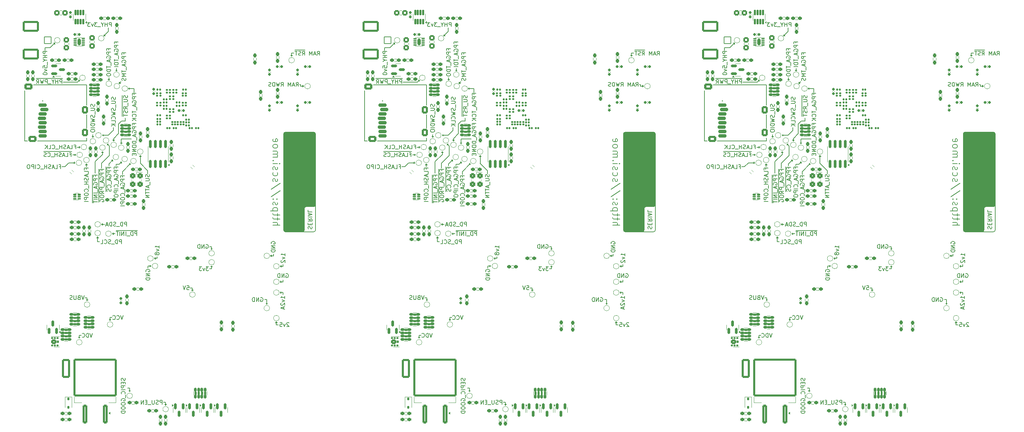
<source format=gbo>
%TF.GenerationSoftware,KiCad,Pcbnew,8.0.3*%
%TF.CreationDate,2024-06-14T09:01:22-07:00*%
%TF.ProjectId,squishy-main-panel,73717569-7368-4792-9d6d-61696e2d7061,2*%
%TF.SameCoordinates,PX102721c0PY8e19cec*%
%TF.FileFunction,Legend,Bot*%
%TF.FilePolarity,Positive*%
%FSLAX46Y46*%
G04 Gerber Fmt 4.6, Leading zero omitted, Abs format (unit mm)*
G04 Created by KiCad (PCBNEW 8.0.3) date 2024-06-14 09:01:22*
%MOMM*%
%LPD*%
G01*
G04 APERTURE LIST*
G04 Aperture macros list*
%AMRoundRect*
0 Rectangle with rounded corners*
0 $1 Rounding radius*
0 $2 $3 $4 $5 $6 $7 $8 $9 X,Y pos of 4 corners*
0 Add a 4 corners polygon primitive as box body*
4,1,4,$2,$3,$4,$5,$6,$7,$8,$9,$2,$3,0*
0 Add four circle primitives for the rounded corners*
1,1,$1+$1,$2,$3*
1,1,$1+$1,$4,$5*
1,1,$1+$1,$6,$7*
1,1,$1+$1,$8,$9*
0 Add four rect primitives between the rounded corners*
20,1,$1+$1,$2,$3,$4,$5,0*
20,1,$1+$1,$4,$5,$6,$7,0*
20,1,$1+$1,$6,$7,$8,$9,0*
20,1,$1+$1,$8,$9,$2,$3,0*%
G04 Aperture macros list end*
%ADD10C,0.203200*%
%ADD11C,0.150000*%
%ADD12C,0.200000*%
%ADD13C,0.100000*%
%ADD14C,0.120000*%
%ADD15C,0.050000*%
%ADD16C,0.500000*%
%ADD17C,6.500000*%
%ADD18RoundRect,0.262500X-0.787500X2.087500X-0.787500X-2.087500X0.787500X-2.087500X0.787500X2.087500X0*%
%ADD19O,2.100000X4.300000*%
%ADD20O,4.300000X2.100000*%
%ADD21RoundRect,0.269756X-1.752744X-1.112744X1.752744X-1.112744X1.752744X1.112744X-1.752744X1.112744X0*%
%ADD22RoundRect,0.269756X1.752744X1.112744X-1.752744X1.112744X-1.752744X-1.112744X1.752744X-1.112744X0*%
%ADD23RoundRect,0.050000X0.850000X0.850000X-0.850000X0.850000X-0.850000X-0.850000X0.850000X-0.850000X0*%
%ADD24O,1.800000X1.800000*%
%ADD25C,0.850000*%
%ADD26C,0.750000*%
%ADD27O,0.750000X1.050000*%
%ADD28C,0.700000*%
%ADD29C,0.600000*%
%ADD30O,2.100000X1.100000*%
%ADD31O,1.700000X1.100000*%
%ADD32C,0.800000*%
%ADD33C,1.200000*%
%ADD34C,1.300000*%
%ADD35RoundRect,0.150000X0.150000X-0.200000X0.150000X0.200000X-0.150000X0.200000X-0.150000X-0.200000X0*%
%ADD36RoundRect,0.225000X0.225000X-0.275000X0.225000X0.275000X-0.225000X0.275000X-0.225000X-0.275000X0*%
%ADD37RoundRect,0.125000X-0.125000X0.155000X-0.125000X-0.155000X0.125000X-0.155000X0.125000X0.155000X0*%
%ADD38RoundRect,0.125000X0.125000X-0.155000X0.125000X0.155000X-0.125000X0.155000X-0.125000X-0.155000X0*%
%ADD39RoundRect,0.150000X-0.350000X-0.150000X0.350000X-0.150000X0.350000X0.150000X-0.350000X0.150000X0*%
%ADD40C,1.100000*%
%ADD41RoundRect,0.150000X0.200000X0.150000X-0.200000X0.150000X-0.200000X-0.150000X0.200000X-0.150000X0*%
%ADD42RoundRect,0.175000X-0.612500X-0.175000X0.612500X-0.175000X0.612500X0.175000X-0.612500X0.175000X0*%
%ADD43RoundRect,0.225000X-0.353553X0.035355X0.035355X-0.353553X0.353553X-0.035355X-0.035355X0.353553X0*%
%ADD44RoundRect,0.125000X0.155000X0.125000X-0.155000X0.125000X-0.155000X-0.125000X0.155000X-0.125000X0*%
%ADD45RoundRect,0.225000X-0.275000X-0.225000X0.275000X-0.225000X0.275000X0.225000X-0.275000X0.225000X0*%
%ADD46RoundRect,0.225000X-0.225000X0.275000X-0.225000X-0.275000X0.225000X-0.275000X0.225000X0.275000X0*%
%ADD47RoundRect,0.125000X-0.155000X-0.125000X0.155000X-0.125000X0.155000X0.125000X-0.155000X0.125000X0*%
%ADD48RoundRect,0.225000X0.275000X0.225000X-0.275000X0.225000X-0.275000X-0.225000X0.275000X-0.225000X0*%
%ADD49RoundRect,0.150000X0.150000X-0.350000X0.150000X0.350000X-0.150000X0.350000X-0.150000X-0.350000X0*%
%ADD50RoundRect,0.112500X-0.112500X0.152500X-0.112500X-0.152500X0.112500X-0.152500X0.112500X0.152500X0*%
%ADD51RoundRect,0.272727X-0.402273X0.327273X-0.402273X-0.327273X0.402273X-0.327273X0.402273X0.327273X0*%
%ADD52RoundRect,0.112500X-0.112500X0.267500X-0.112500X-0.267500X0.112500X-0.267500X0.112500X0.267500X0*%
%ADD53RoundRect,0.225000X0.825000X-0.225000X0.825000X0.225000X-0.825000X0.225000X-0.825000X-0.225000X0*%
%ADD54RoundRect,0.267857X0.482143X-0.682143X0.482143X0.682143X-0.482143X0.682143X-0.482143X-0.682143X0*%
%ADD55RoundRect,0.267857X0.732143X-0.482143X0.732143X0.482143X-0.732143X0.482143X-0.732143X-0.482143X0*%
%ADD56RoundRect,0.272728X0.327272X-2.077272X0.327272X2.077272X-0.327272X2.077272X-0.327272X-2.077272X0*%
%ADD57RoundRect,0.252662X5.197338X-4.497338X5.197338X4.497338X-5.197338X4.497338X-5.197338X-4.497338X0*%
%ADD58RoundRect,0.175000X0.175000X-0.612500X0.175000X0.612500X-0.175000X0.612500X-0.175000X-0.612500X0*%
%ADD59RoundRect,0.217100X-0.432900X0.432900X-0.432900X-0.432900X0.432900X-0.432900X0.432900X0.432900X0*%
%ADD60RoundRect,0.087500X0.362500X-0.087500X0.362500X0.087500X-0.362500X0.087500X-0.362500X-0.087500X0*%
%ADD61RoundRect,0.112500X0.337500X-0.112500X0.337500X0.112500X-0.337500X0.112500X-0.337500X-0.112500X0*%
%ADD62C,1.500000*%
%ADD63RoundRect,0.175000X-0.175000X0.612500X-0.175000X-0.612500X0.175000X-0.612500X0.175000X0.612500X0*%
%ADD64RoundRect,0.150000X-0.150000X0.200000X-0.150000X-0.200000X0.150000X-0.200000X0.150000X0.200000X0*%
%ADD65RoundRect,0.137500X-0.137500X0.212500X-0.137500X-0.212500X0.137500X-0.212500X0.137500X0.212500X0*%
%ADD66RoundRect,0.100000X0.350000X0.100000X-0.350000X0.100000X-0.350000X-0.100000X0.350000X-0.100000X0*%
%ADD67RoundRect,0.225000X0.225000X0.625000X-0.225000X0.625000X-0.225000X-0.625000X0.225000X-0.625000X0*%
%ADD68C,1.000000*%
%ADD69RoundRect,0.150000X0.350000X0.150000X-0.350000X0.150000X-0.350000X-0.150000X0.350000X-0.150000X0*%
%ADD70RoundRect,0.270833X-0.379167X0.429167X-0.379167X-0.429167X0.379167X-0.429167X0.379167X0.429167X0*%
%ADD71RoundRect,0.175000X0.175000X-0.850000X0.175000X0.850000X-0.175000X0.850000X-0.175000X-0.850000X0*%
%ADD72RoundRect,0.217100X-0.432900X-0.432900X0.432900X-0.432900X0.432900X0.432900X-0.432900X0.432900X0*%
%ADD73RoundRect,0.137500X0.137500X-0.575000X0.137500X0.575000X-0.137500X0.575000X-0.137500X-0.575000X0*%
G04 APERTURE END LIST*
D10*
X-49100000Y85702000D02*
X-49100000Y85002000D01*
X-136300000Y97502000D02*
X-136300000Y98202000D01*
X-52900000Y35052000D02*
X-52900000Y35752000D01*
X-145782843Y95202000D02*
X-145500000Y94919157D01*
D11*
X-1500000Y57702000D02*
X-1500000Y81702000D01*
D10*
X-9599999Y48602000D02*
X-9600001Y49102000D01*
X-202500000Y42652000D02*
X-202300000Y42452000D01*
X-48000000Y18102000D02*
X-48500000Y18101999D01*
X-95150000Y42202000D02*
X-95350000Y42002000D01*
X-9650000Y41502000D02*
X-9650002Y42002000D01*
X-139400000Y106302000D02*
X-138300649Y107401351D01*
X-230600000Y30602000D02*
X-230600000Y31302000D01*
X-64600000Y94701999D02*
X-61000000Y94701999D01*
X-224400000Y106302000D02*
X-224117157Y106302000D01*
X-51100000Y97702000D02*
X-51500000Y97702000D01*
X-145500000Y94919157D02*
X-145500000Y95202000D01*
X-60100000Y31302002D02*
X-60600000Y31302000D01*
X-117300000Y42452000D02*
X-117300000Y43152000D01*
X-133100000Y93302000D02*
X-133300000Y93102000D01*
X-139800000Y81402000D02*
X-138300000Y81402000D01*
X-130323077Y76302000D02*
X-130523077Y76102000D01*
X-10350000Y44702000D02*
X-9650000Y44702000D01*
X-41600000Y50352000D02*
X-41600000Y50752000D01*
X-223400000Y95402000D02*
X-223200000Y95202000D01*
X-52700000Y35252000D02*
X-53100000Y35252000D01*
D11*
X-94000000Y57202000D02*
X-87000000Y57202000D01*
D10*
X-58450000Y40202000D02*
X-58850000Y40202000D01*
X-218300000Y93102000D02*
X-216900000Y93102000D01*
D11*
X-94000000Y57202000D02*
G75*
G02*
X-94500000Y57702001I0J500000D01*
G01*
D10*
X-132800000Y17402001D02*
X-133200000Y17402001D01*
X-202100000Y42652000D02*
X-202500000Y42652000D01*
X-49900000Y79502000D02*
X-50300000Y79502000D01*
X-89700000Y93902000D02*
X-89700000Y93502000D01*
X-228850000Y40202000D02*
X-228650000Y40002000D01*
X-52200000Y75202000D02*
X-53198879Y74203121D01*
X-136400000Y74102000D02*
X-135600000Y74102000D01*
X-53000000Y95402000D02*
X-53400000Y95402000D01*
X-52200000Y80202000D02*
X-52000000Y80002000D01*
X-123800000Y14002000D02*
X-124200000Y14002000D01*
X-52200000Y74919157D02*
X-52200000Y75202000D01*
X-139600000Y81202000D02*
X-139600000Y81602000D01*
X-180350000Y44702000D02*
X-180150000Y44502000D01*
X-60600000Y30602000D02*
X-60400000Y30802000D01*
X-140000000Y59102000D02*
X-139300000Y59102000D01*
X-234600000Y94701999D02*
X-231000000Y94701999D01*
X-139800000Y58902000D02*
X-139800000Y59302000D01*
X-95099999Y48402000D02*
X-95099999Y48802000D01*
X-27700000Y53002000D02*
X-27500000Y52802000D01*
X-145400000Y78402000D02*
X-145600000Y78602000D01*
X-219100000Y85702000D02*
X-219100000Y85002000D01*
X-124200000Y14002000D02*
X-124000000Y13802000D01*
X-135000000Y74702000D02*
X-135600000Y74102000D01*
X-51300000Y97502000D02*
X-51100000Y97702000D01*
X-130523077Y76102000D02*
X-130123077Y76102000D01*
X-137100000Y56952000D02*
X-137300000Y56752000D01*
X-133082843Y74302000D02*
X-132800000Y74019157D01*
X-135317157Y94402000D02*
X-135600000Y94684843D01*
X-228650000Y40702000D02*
X-229150000Y40701998D01*
X-180299999Y48602000D02*
X-180099999Y48402000D01*
X-179599999Y48602000D02*
X-179600001Y49102000D01*
X-221400000Y74102000D02*
X-220600000Y74102000D01*
X-94650000Y41502000D02*
X-94650002Y42002000D01*
X-223200000Y95202000D02*
X-223000000Y95402000D01*
X-215323077Y76302000D02*
X-215523077Y76102000D01*
X-212900002Y48852000D02*
X-212900002Y48452000D01*
X-52000000Y80002000D02*
X-51800000Y80202000D01*
X-124000000Y13802000D02*
X-123800000Y14002000D01*
X-174700000Y93902000D02*
X-174700000Y93502000D01*
X-12550000Y51402000D02*
X-12750000Y51202000D01*
X-12050000Y51202000D02*
X-12050002Y51702000D01*
X-177500000Y101202000D02*
X-177300000Y101402000D01*
X-41800000Y50552000D02*
X-41600000Y50352000D01*
X-231900000Y74302000D02*
X-231700000Y74502000D01*
X-231700000Y76302000D02*
X-231500000Y76502000D01*
X-51400000Y74102000D02*
X-50600000Y74102000D01*
X-230800000Y30802000D02*
X-230600000Y30602000D01*
X-228800000Y74202000D02*
X-228800000Y73502000D01*
X-27300000Y48452000D02*
X-27500000Y48652000D01*
X-224800000Y59302000D02*
X-225000000Y59102000D01*
X-143800000Y74202000D02*
X-143800000Y73502000D01*
X-48200000Y17402001D02*
X-48000000Y17202000D01*
X-112300000Y53002000D02*
X-112700000Y53002000D01*
X-63221759Y74480241D02*
X-64200000Y73502000D01*
X-222900000Y35052000D02*
X-222700000Y35252000D01*
X-138200000Y95202000D02*
X-138200000Y95902000D01*
D11*
X-171500000Y57702000D02*
X-171500000Y81702000D01*
D10*
X-56600000Y74802000D02*
X-56600000Y71902000D01*
X-197500000Y52802000D02*
X-197300000Y53002000D01*
X-49799999Y71602000D02*
X-49799999Y72302000D01*
X-128502318Y72554318D02*
X-130325587Y74377587D01*
X-48000000Y17202000D02*
X-47800000Y17402001D01*
X-223600000Y79202000D02*
X-223105025Y78707025D01*
X-144000000Y74002000D02*
X-143600000Y74002000D01*
X-45323077Y76302000D02*
X-45523077Y76102000D01*
X-218300000Y93102000D02*
X-218100000Y92902000D01*
X-97750000Y51202000D02*
X-97050000Y51202000D01*
X-180150000Y44502000D02*
X-180150000Y44902000D01*
X-41800000Y50552000D02*
X-41100000Y50552000D01*
D11*
X-9000000Y57202000D02*
G75*
G02*
X-9500000Y57702001I0J500000D01*
G01*
D10*
X-90200000Y94102000D02*
X-90200000Y93702000D01*
X-135800000Y84202000D02*
X-135800000Y81802000D01*
X-52100000Y56952000D02*
X-52300000Y56752000D01*
X-39200000Y14002000D02*
X-39000000Y13802000D01*
X-53300000Y107402000D02*
X-53300000Y108302000D01*
X-139800000Y59302000D02*
X-140000000Y59102000D01*
X-130123077Y76102000D02*
X-130323077Y76302000D01*
X-220800000Y84202000D02*
X-220800000Y81802000D01*
X-128502318Y72554318D02*
X-128502318Y71802000D01*
X-60600000Y78602000D02*
X-60600000Y78202000D01*
X-53300000Y81402000D02*
X-52103063Y82598937D01*
X-224400000Y106302000D02*
X-223300649Y107401351D01*
X-12750000Y51202000D02*
X-12050000Y51202000D01*
X-10299999Y48602000D02*
X-9599999Y48602000D01*
X-45523077Y76102000D02*
X-45123077Y76102000D01*
X-52482843Y75202000D02*
X-52200000Y74919157D01*
X-64200000Y73502000D02*
X-64900000Y73502000D01*
X-219799999Y71602000D02*
X-219799999Y72302000D01*
X-69200000Y103302000D02*
X-69200000Y102702000D01*
X-223300000Y81402000D02*
X-222103063Y82598937D01*
X-27500000Y52802000D02*
X-27500000Y53502000D01*
X-42700002Y48652000D02*
X-42900002Y48852000D01*
X-132800000Y74302000D02*
X-134795807Y72306193D01*
X-50000000Y85002000D02*
X-49100000Y85002000D01*
X-138000000Y95402000D02*
X-138400000Y95402000D01*
X-180150000Y42202000D02*
X-180350000Y42002000D01*
X-43502318Y72554318D02*
X-43502318Y71802000D01*
X-60500000Y95202000D02*
X-60782843Y95202000D01*
X-143650000Y40002000D02*
X-143650000Y40702000D01*
X-180150000Y44902000D02*
X-180350000Y44702000D01*
X-112500000Y52802000D02*
X-112500000Y53502000D01*
X-95350000Y44702000D02*
X-94650000Y44702000D01*
X-222000000Y80002000D02*
X-222000000Y80602000D01*
X-137200000Y74919157D02*
X-137200000Y75202000D01*
X-135600000Y94402000D02*
X-135317157Y94402000D01*
X-225000000Y77102000D02*
X-224600000Y77102000D01*
X-137200000Y75202000D02*
X-138198879Y74203121D01*
X-138400000Y95402000D02*
X-138200000Y95202000D01*
X-141596078Y74805922D02*
X-139800000Y76602000D01*
X-50000000Y74702000D02*
X-50282843Y74702000D01*
X-145600000Y78202000D02*
X-145400000Y78402000D01*
X-126800000Y50552000D02*
X-126600000Y50352000D01*
X-140800000Y55702000D02*
X-141000000Y55902000D01*
X-32300000Y42452000D02*
X-32100000Y42652000D01*
X-141600000Y74802000D02*
X-141600000Y71902000D01*
X-209000000Y14502000D02*
X-209500000Y14501998D01*
X-138600000Y78919157D02*
X-138317157Y79202000D01*
X-227200000Y80902000D02*
X-227200000Y81602000D01*
X-127900002Y48852000D02*
X-127900002Y48452000D01*
X-230100000Y31302002D02*
X-230600000Y31302000D01*
D11*
X-179000001Y82201999D02*
X-172000000Y82201999D01*
D10*
X-11100000Y34452000D02*
X-11300000Y34652000D01*
X-220300000Y79502000D02*
X-220100000Y79302000D01*
X-223105025Y76307025D02*
X-223105025Y78707025D01*
X-97550000Y51402000D02*
X-97750000Y51202000D01*
X-89700000Y93502000D02*
X-89500000Y93702000D01*
X-149600000Y94701999D02*
X-146000000Y94701999D01*
X-138200000Y95202000D02*
X-138000000Y95402000D01*
X-142200000Y80902000D02*
X-142000000Y81102000D01*
X-7300000Y101402000D02*
X-7700000Y101402000D01*
X-61500000Y76502000D02*
X-61700000Y76702000D01*
X-27500000Y48652000D02*
X-27700000Y48452000D01*
X-218000000Y17202000D02*
X-217800000Y17402001D01*
X-225000000Y74402000D02*
X-225000000Y73202000D01*
X-60400000Y78402000D02*
X-61100000Y78402000D01*
X-138600000Y79202000D02*
X-138600000Y78919157D01*
X-136300000Y97502000D02*
X-136100000Y97702000D01*
X-51500000Y97702000D02*
X-51300000Y97502000D01*
X-182750000Y51202000D02*
X-182050000Y51202000D01*
X-13700000Y39052000D02*
X-13500000Y39252000D01*
X-48082843Y74302000D02*
X-47800000Y74019157D01*
D11*
X-9000000Y57202000D02*
X-2000000Y57202000D01*
D10*
X-69200000Y103302000D02*
X-67900000Y103302000D01*
X-96300000Y34652000D02*
X-96300000Y33952000D01*
X-50600000Y94684843D02*
X-50600000Y94402000D01*
X-202300000Y43152000D02*
X-202800000Y43151998D01*
X-60782843Y95202000D02*
X-60500000Y94919157D01*
X-226596078Y74805922D02*
X-224800000Y76602000D01*
X-27700000Y48452000D02*
X-27300000Y48452000D01*
X-135600000Y94402000D02*
X-135105025Y94896975D01*
X-181100000Y34452000D02*
X-181300000Y34652000D01*
X-32500000Y42652000D02*
X-32300000Y42452000D01*
X-230400000Y78402000D02*
X-230600000Y78602000D01*
X-151700000Y104502000D02*
X-152901803Y103300197D01*
X-54800000Y81402000D02*
X-53300000Y81402000D01*
X-180099999Y48402000D02*
X-180099999Y48802000D01*
X-213400002Y48652000D02*
X-213400000Y48152000D01*
X-32300000Y43152000D02*
X-32800000Y43151998D01*
X-209000000Y13802000D02*
X-208800000Y14002000D01*
X-217800000Y74302000D02*
X-218082843Y74302000D01*
X-124000000Y13802000D02*
X-124000000Y14502000D01*
X-47800000Y17402001D02*
X-48200000Y17402001D01*
X-48300000Y93102000D02*
X-46900000Y93102000D01*
X-50100000Y79302000D02*
X-49900000Y79502000D01*
X-146700000Y76702000D02*
X-146700000Y76302000D01*
X-239200000Y103302000D02*
X-237900000Y103302000D01*
X-138300000Y107402000D02*
X-138300000Y108302000D01*
X-182750000Y51202000D02*
X-182550000Y51002000D01*
X-225800000Y55702000D02*
X-226000000Y55902000D01*
X-135100000Y80502000D02*
X-132600000Y80502000D01*
X-139117157Y106302000D02*
X-139400000Y106584843D01*
X-11500000Y34452000D02*
X-11100000Y34452000D01*
X-126600000Y50752000D02*
X-126800000Y50552000D01*
X-10150000Y42202000D02*
X-10350000Y42002000D01*
X-112700000Y53002000D02*
X-112500000Y52802000D01*
X-50100000Y80502000D02*
X-47600000Y80502000D01*
X-221300000Y97502000D02*
X-221100000Y97702000D01*
X-126600000Y50352000D02*
X-126600000Y50752000D01*
X-202300000Y42452000D02*
X-202100000Y42652000D01*
X-10150000Y41802000D02*
X-10150000Y42202000D01*
X-52100000Y56552000D02*
X-52100000Y56952000D01*
X-137000000Y80602000D02*
X-135797394Y81804606D01*
X-7700000Y101402000D02*
X-7500000Y101202000D01*
X-54600000Y81202000D02*
X-54600000Y81602000D01*
X-226000000Y55902000D02*
X-226200000Y55702000D01*
X-137100000Y82602000D02*
X-137100000Y83402000D01*
X-95350000Y42002000D02*
X-95150000Y41802000D01*
X-221300000Y97502000D02*
X-221300000Y98202000D01*
X-52000000Y80002000D02*
X-52000000Y80602000D01*
X-5200000Y94102000D02*
X-5500000Y94102000D01*
X-220100000Y79302000D02*
X-220100000Y80502000D01*
X-219900000Y79502000D02*
X-220300000Y79502000D01*
X-180350000Y44702000D02*
X-179650000Y44702000D01*
X-224600000Y81202000D02*
X-224600000Y81602000D01*
X-54800000Y77302000D02*
X-54800000Y76602000D01*
X-46900000Y92202000D02*
X-46900000Y93102000D01*
X-50000000Y74702000D02*
X-50600000Y74102000D01*
X-94650000Y44702000D02*
X-94650002Y45202000D01*
X-222000000Y80002000D02*
X-221800000Y80202000D01*
X-137000000Y80002000D02*
X-137000000Y80602000D01*
X-231700000Y74502000D02*
X-233200000Y74502000D01*
X-137200000Y75202000D02*
X-137482843Y75202000D01*
X-223600000Y79202000D02*
X-223600000Y78919157D01*
X-55000000Y74402000D02*
X-55000000Y73202000D01*
X-12750000Y51202000D02*
X-12550000Y51002000D01*
X-137482843Y75202000D02*
X-137200000Y74919157D01*
X-222400000Y35752002D02*
X-222900000Y35752000D01*
D11*
X-179000000Y57202000D02*
X-172000000Y57202000D01*
D10*
X-209200000Y14002000D02*
X-209000000Y13802000D01*
X-220282843Y74702000D02*
X-220000000Y74419157D01*
X-143650000Y40702000D02*
X-144150000Y40701998D01*
X-230500000Y94919157D02*
X-230500000Y95202000D01*
X-9650000Y44702000D02*
X-9650002Y45202000D01*
X-223600000Y78919157D02*
X-223317157Y79202000D01*
X-138105025Y76307025D02*
X-138105025Y78707025D01*
X-54117157Y106302000D02*
X-54400000Y106584843D01*
X-151700000Y104502000D02*
X-151982843Y104502000D01*
X-133000000Y17202000D02*
X-132800000Y17402001D01*
X-175200000Y94102000D02*
X-175200000Y93702000D01*
X-224600000Y81602000D02*
X-224800000Y81402000D01*
X-52300000Y56752000D02*
X-52100000Y56552000D01*
X-53200000Y73802000D02*
X-53200000Y74202000D01*
X-10150000Y44902000D02*
X-10350000Y44702000D01*
X-229000000Y74002000D02*
X-228600000Y74002000D01*
D11*
X-87000000Y82202000D02*
G75*
G02*
X-86500000Y81702000I0J-500000D01*
G01*
D10*
X-202300000Y42452000D02*
X-202300000Y43152000D01*
D11*
X-179499999Y81702000D02*
X-179500000Y57702001D01*
D10*
X-58650000Y40702000D02*
X-59150000Y40701998D01*
X-56000000Y54701998D02*
X-55500000Y54702000D01*
X-224600000Y77102000D02*
X-224800000Y77302000D01*
X-98700000Y39052000D02*
X-98500000Y39252000D01*
X-7500000Y101202000D02*
X-7500000Y102002000D01*
X-221100000Y97702000D02*
X-221500000Y97702000D01*
X-181500000Y34452000D02*
X-181100000Y34452000D01*
X-212700002Y48652000D02*
X-212900002Y48852000D01*
X-92500000Y101202000D02*
X-92500000Y102002000D01*
X-175200000Y94102000D02*
X-175500000Y94102000D01*
X-222200000Y74919157D02*
X-222200000Y75202000D01*
X-139600000Y81602000D02*
X-139800000Y81402000D01*
X-61900000Y74302000D02*
X-61700000Y74502000D01*
X-197300000Y53002000D02*
X-197700000Y53002000D01*
X-220797261Y84204739D02*
X-220005788Y84996212D01*
X-174500000Y93702000D02*
X-174700000Y93902000D01*
X-146700000Y74502000D02*
X-148200000Y74502000D01*
X-57400000Y81102000D02*
X-57200000Y80902000D01*
X-54800000Y81402000D02*
X-54600000Y81202000D01*
X-50300000Y79502000D02*
X-50100000Y79302000D01*
X-89500000Y93702000D02*
X-89700000Y93902000D01*
X-51400000Y73802000D02*
X-51400000Y74102000D01*
X-239200000Y103302000D02*
X-239200000Y102702000D01*
X-220600000Y94402000D02*
X-220317157Y94402000D01*
X-95150000Y41802000D02*
X-95150000Y42202000D01*
X-220000000Y74702000D02*
X-220600000Y74102000D01*
D11*
X-172000000Y82202000D02*
G75*
G02*
X-171500000Y81702000I0J-500000D01*
G01*
D10*
X-117300000Y42452000D02*
X-117100000Y42652000D01*
X-226600000Y74802000D02*
X-226600000Y71902000D01*
X-137100000Y56552000D02*
X-137100000Y56952000D01*
X-226000000Y55902000D02*
X-226000000Y54702000D01*
X-39000000Y13802000D02*
X-39000000Y14502000D01*
X-146700000Y74502000D02*
X-146900000Y74702000D01*
X-61700000Y74502000D02*
X-63200000Y74502000D01*
X-7500000Y101202000D02*
X-7300000Y101402000D01*
X-231700000Y74502000D02*
X-231900000Y74702000D01*
X-38800000Y14002000D02*
X-39200000Y14002000D01*
X-223100000Y35252000D02*
X-222900000Y35052000D01*
X-135300000Y79502000D02*
X-135100000Y79302000D01*
X-52000000Y80602000D02*
X-50797394Y81804606D01*
X-143450000Y40202000D02*
X-143850000Y40202000D01*
X-225000000Y59102000D02*
X-224800000Y58902000D01*
X-50800000Y84202000D02*
X-50800000Y81802000D01*
X-112500000Y53502000D02*
X-113000000Y53501998D01*
X-135600000Y94684843D02*
X-135600000Y94402000D01*
X-50600000Y94402000D02*
X-50317157Y94402000D01*
X-222900000Y35052000D02*
X-222900000Y35752000D01*
X-60400000Y78402000D02*
X-60600000Y78602000D01*
X-48000000Y17202000D02*
X-48000000Y18102000D01*
X-117500000Y42652000D02*
X-117300000Y42452000D01*
X-197300000Y48452000D02*
X-197500000Y48652000D01*
X-223000000Y95402000D02*
X-223400000Y95402000D01*
X-95150000Y44502000D02*
X-95150000Y44902000D01*
X-112700000Y48452000D02*
X-112300000Y48452000D01*
X-215123077Y76102000D02*
X-215323077Y76302000D01*
X-57200000Y80902000D02*
X-57200000Y81602000D01*
X-218082843Y74302000D02*
X-217800000Y74019157D01*
X-58800000Y74202000D02*
X-58800000Y73502000D01*
X-51800000Y80202000D02*
X-52200000Y80202000D01*
X-236700000Y104502000D02*
X-237901803Y103300197D01*
X-227000000Y81102000D02*
X-227400000Y81102000D01*
X-92300000Y101402000D02*
X-92700000Y101402000D01*
X-98700000Y40252001D02*
X-99200000Y40251999D01*
X-50282843Y74702000D02*
X-50000000Y74419157D01*
X-181300000Y34652000D02*
X-181500000Y34452000D01*
X-228450000Y40202000D02*
X-228850000Y40202000D01*
X-220100000Y79302000D02*
X-219900000Y79502000D01*
X-139400000Y106302000D02*
X-139117157Y106302000D01*
X-142000000Y81102000D02*
X-142400000Y81102000D01*
X-145600000Y30602000D02*
X-145400000Y30802000D01*
X-53200000Y95202000D02*
X-53200000Y95902000D01*
X-145800000Y30802000D02*
X-145600000Y30602000D01*
X-112500000Y52802000D02*
X-112300000Y53002000D01*
X-13700000Y40252001D02*
X-14200000Y40251999D01*
X-146900000Y74302000D02*
X-146700000Y74502000D01*
X-215523077Y76102000D02*
X-215123077Y76102000D01*
X-52400000Y35752002D02*
X-52900000Y35752000D01*
X-126100000Y50552000D02*
X-126100002Y51052000D01*
X-61900000Y74702000D02*
X-61900000Y74302000D01*
X-142200000Y80902000D02*
X-142200000Y81602000D01*
X-135000000Y74419157D02*
X-135000000Y74702000D01*
X-231700000Y76702000D02*
X-231700000Y76302000D01*
X-154200000Y103302000D02*
X-152900000Y103302000D01*
X-95299999Y48602000D02*
X-95099999Y48402000D01*
X-54800000Y77302000D02*
X-55000000Y77102000D01*
X-222200000Y80202000D02*
X-222000000Y80002000D01*
X-58800000Y74202000D02*
X-59000000Y74002000D01*
X-221500000Y97702000D02*
X-221300000Y97502000D01*
X-217800000Y17402001D02*
X-218200000Y17402001D01*
X-174500000Y93702000D02*
X-175200000Y93702000D01*
X-53600000Y78919157D02*
X-53317157Y79202000D01*
X-138200000Y73802000D02*
X-138200000Y74202000D01*
X-53600000Y79202000D02*
X-53600000Y78919157D01*
X-218100000Y93302000D02*
X-218300000Y93102000D01*
X-143850000Y40202000D02*
X-143650000Y40002000D01*
X-142400000Y81102000D02*
X-142200000Y80902000D01*
X-53105025Y76307025D02*
X-53105025Y78707025D01*
X-27500000Y53502000D02*
X-28000000Y53501998D01*
X-220000000Y74419157D02*
X-220000000Y74702000D01*
X-42900002Y48452000D02*
X-42700002Y48652000D01*
X-59000000Y74002000D02*
X-58600000Y74002000D01*
X-230400000Y30802000D02*
X-230800000Y30802000D01*
X-143650000Y40002000D02*
X-143450000Y40202000D01*
X-133300000Y93102000D02*
X-131900000Y93102000D01*
X-236700000Y104502000D02*
X-236982843Y104502000D01*
X-222200000Y75202000D02*
X-222482843Y75202000D01*
X-183700000Y39052000D02*
X-183700000Y40252000D01*
X-224800000Y81402000D02*
X-223300000Y81402000D01*
X-146900000Y74702000D02*
X-146900000Y74302000D01*
X-230600000Y30602000D02*
X-230400000Y30802000D01*
X-145600000Y78602000D02*
X-145600000Y78202000D01*
X-141000000Y55902000D02*
X-141200000Y55702000D01*
X-54400000Y106302000D02*
X-53300649Y107401351D01*
X-227400000Y81102000D02*
X-227200000Y80902000D01*
X-66700000Y104502000D02*
X-66982843Y104502000D01*
X-223317157Y79202000D02*
X-223600000Y79202000D01*
X-138600000Y79202000D02*
X-138105025Y78707025D01*
X-95099999Y48802000D02*
X-95299999Y48602000D01*
X-138100000Y35252000D02*
X-137900000Y35052000D01*
X-66982843Y104502000D02*
X-66700000Y104219157D01*
X-61700000Y76702000D02*
X-61700000Y76302000D01*
X-53600000Y79202000D02*
X-53105025Y78707025D01*
X-54600000Y77102000D02*
X-54800000Y77302000D01*
X-13700000Y39052000D02*
X-13700000Y40252000D01*
X-10350000Y44702000D02*
X-10150000Y44502000D01*
X-222482843Y75202000D02*
X-222200000Y74919157D01*
X-98700000Y39052000D02*
X-98700000Y40252000D01*
X-133100000Y92902000D02*
X-133100000Y93302000D01*
X-183700000Y39052000D02*
X-183500000Y39252000D01*
X-96300000Y33952000D02*
X-95800000Y33952002D01*
X-224800000Y77302000D02*
X-225000000Y77102000D01*
D11*
X-9000001Y82201999D02*
X-2000000Y82201999D01*
D10*
X-151700000Y104219157D02*
X-151700000Y104502000D01*
D11*
X-171500000Y57702000D02*
G75*
G02*
X-172000000Y57202000I-500000J0D01*
G01*
D10*
X-127700002Y48652000D02*
X-127900002Y48852000D01*
X-45123077Y76102000D02*
X-45323077Y76302000D01*
X-51300000Y97502000D02*
X-51300000Y98202000D01*
X-97050000Y51202000D02*
X-97050002Y51702000D01*
X-135282843Y74702000D02*
X-135000000Y74419157D01*
X-60500000Y94919157D02*
X-60500000Y95202000D01*
X-135797261Y84204739D02*
X-135005788Y84996212D01*
X-45323077Y76302000D02*
X-45323077Y74402000D01*
X-224400000Y106584843D02*
X-224400000Y106302000D01*
X-227200000Y80902000D02*
X-227000000Y81102000D01*
X-225000000Y59102000D02*
X-224300000Y59102000D01*
X-139800000Y77302000D02*
X-140000000Y77102000D01*
X-135000000Y85002000D02*
X-134100000Y85002000D01*
X-179650000Y44702000D02*
X-179650002Y45202000D01*
X-139800000Y77302000D02*
X-139800000Y76602000D01*
X-222100000Y56552000D02*
X-222100000Y56952000D01*
X-211600000Y50352000D02*
X-211600000Y50752000D01*
X-112500000Y48652000D02*
X-112700000Y48452000D01*
X-97550000Y51002000D02*
X-97550000Y51402000D01*
X-197700000Y48452000D02*
X-197300000Y48452000D01*
X-112500000Y48652000D02*
X-112500000Y47952000D01*
X-217800000Y74302000D02*
X-219795807Y72306193D01*
X-27500000Y52802000D02*
X-27300000Y53002000D01*
D11*
X-2000000Y82202000D02*
G75*
G02*
X-1500000Y81702000I0J-500000D01*
G01*
D10*
X-218200000Y17402001D02*
X-218000000Y17202000D01*
X-138300000Y81402000D02*
X-137103063Y82598937D01*
X-60500000Y95202000D02*
X-60994975Y94707025D01*
X-4700000Y93502000D02*
X-4500000Y93702000D01*
X-61500000Y76502000D02*
X-62200000Y76502000D01*
X-127700002Y48652000D02*
X-128400002Y48652000D01*
X-220000000Y74702000D02*
X-220282843Y74702000D01*
X-55000000Y77102000D02*
X-54600000Y77102000D01*
X-94599999Y48602000D02*
X-94600001Y49102000D01*
X-42900002Y48852000D02*
X-42900002Y48452000D01*
X-222100000Y56952000D02*
X-222300000Y56752000D01*
X-141000000Y55902000D02*
X-141000000Y54702000D01*
X-145600000Y30602000D02*
X-145600000Y31302000D01*
X-220000000Y85002000D02*
X-219100000Y85002000D01*
X-139800000Y81402000D02*
X-139600000Y81202000D01*
X-50100000Y79302000D02*
X-50100000Y80502000D01*
X-56000000Y55902000D02*
X-56200000Y55702000D01*
X-224117157Y106302000D02*
X-224400000Y106584843D01*
X-7500000Y102002001D02*
X-6959522Y102002001D01*
X-134900000Y79502000D02*
X-135300000Y79502000D01*
X-95299999Y48602000D02*
X-94599999Y48602000D01*
X-54400000Y106302000D02*
X-54117157Y106302000D01*
X-52300000Y56752000D02*
X-51600000Y56752000D01*
X-92700000Y101402000D02*
X-92500000Y101202000D01*
X-145400000Y78402000D02*
X-146100000Y78402000D01*
X-233221759Y74480241D02*
X-234200000Y73502000D01*
X-222000000Y80602000D02*
X-220797394Y81804606D01*
X-27500000Y48652000D02*
X-27500000Y47952000D01*
X-218100000Y92902000D02*
X-218100000Y93302000D01*
X-47800000Y74302000D02*
X-49795807Y72306193D01*
X-151982843Y104502000D02*
X-151700000Y104219157D01*
X-209000000Y13802000D02*
X-209000000Y14502000D01*
X-61700000Y76302000D02*
X-61500000Y76502000D01*
X-138317157Y79202000D02*
X-138600000Y79202000D01*
X-60400000Y30802000D02*
X-60800000Y30802000D01*
X-197700000Y53002000D02*
X-197500000Y52802000D01*
X-55800000Y55702000D02*
X-56000000Y55902000D01*
X-208800000Y14002000D02*
X-209200000Y14002000D01*
X-4700000Y93902000D02*
X-4700000Y93502000D01*
X-95350000Y42002000D02*
X-94650000Y42002000D01*
X-228650000Y40002000D02*
X-228650000Y40702000D01*
X-220600000Y94402000D02*
X-220105025Y94896975D01*
X-231500000Y76502000D02*
X-232200000Y76502000D01*
X-50000000Y74419157D02*
X-50000000Y74702000D01*
X-96500000Y34452000D02*
X-96100000Y34452000D01*
X-183700000Y40252001D02*
X-184200000Y40251999D01*
X-96100000Y34452000D02*
X-96300000Y34652000D01*
X-222200000Y75202000D02*
X-223198879Y74203121D01*
D11*
X-9499999Y81702000D02*
G75*
G02*
X-9000001Y82201999I499999J0D01*
G01*
D10*
X-137900000Y35052000D02*
X-137700000Y35252000D01*
X-60800000Y30802000D02*
X-60600000Y30602000D01*
X-197500000Y52802000D02*
X-197500000Y53502000D01*
X-220600000Y94684843D02*
X-220600000Y94402000D01*
X-211100000Y50552000D02*
X-211100002Y51052000D01*
X-140000000Y59102000D02*
X-139800000Y58902000D01*
X-92500000Y101202000D02*
X-92300000Y101402000D01*
X-53317157Y79202000D02*
X-53600000Y79202000D01*
X-32100000Y42652000D02*
X-32500000Y42652000D01*
X-42700002Y48652000D02*
X-43400002Y48652000D01*
X-223200000Y73802000D02*
X-223200000Y74202000D01*
X-226200000Y55702000D02*
X-225800000Y55702000D01*
X-47800000Y74019157D02*
X-47800000Y74302000D01*
X-183900000Y39252000D02*
X-183700000Y39052000D01*
X-48100000Y93302000D02*
X-48300000Y93102000D01*
X-95350000Y44702000D02*
X-95150000Y44502000D01*
X-140000000Y74402000D02*
X-140000000Y73202000D01*
X-124000000Y14502000D02*
X-124500000Y14501998D01*
X-43502318Y72554318D02*
X-45325587Y74377587D01*
X-133300000Y93102000D02*
X-133100000Y92902000D01*
X-224800000Y58902000D02*
X-224800000Y59302000D01*
X-218000000Y17202000D02*
X-218000000Y18102000D01*
X-180099999Y48802000D02*
X-180299999Y48602000D01*
D11*
X-179499999Y81702000D02*
G75*
G02*
X-179000001Y82201999I499999J0D01*
G01*
D10*
X-213502318Y72554318D02*
X-213502318Y71802000D01*
X-211600000Y50752000D02*
X-211800000Y50552000D01*
X-182550000Y51402000D02*
X-182750000Y51202000D01*
X-96300000Y34652000D02*
X-96500000Y34452000D01*
X-137300000Y56752000D02*
X-136600000Y56752000D01*
D11*
X-86500000Y57702000D02*
X-86500000Y81702000D01*
D10*
X-154200000Y103302000D02*
X-154200000Y102702000D01*
X-60600000Y30602000D02*
X-60600000Y31302000D01*
X-180350000Y42002000D02*
X-180150000Y41802000D01*
X-140000000Y77102000D02*
X-139600000Y77102000D01*
X-135100000Y79302000D02*
X-134900000Y79502000D01*
X-54800000Y59302000D02*
X-55000000Y59102000D01*
X-217800000Y74019157D02*
X-217800000Y74302000D01*
X-13500000Y39252000D02*
X-13900000Y39252000D01*
X-146500000Y76502000D02*
X-146700000Y76702000D01*
X-197500000Y48652000D02*
X-197700000Y48452000D01*
X-130323077Y76302000D02*
X-130323077Y74402000D01*
X-141200000Y55702000D02*
X-140800000Y55702000D01*
X-48300000Y93102000D02*
X-48100000Y92902000D01*
X-10099999Y48802000D02*
X-10299999Y48602000D01*
X-11300000Y34652000D02*
X-11500000Y34452000D01*
X-223300000Y107402000D02*
X-223300000Y108302000D01*
X-236700000Y104219157D02*
X-236700000Y104502000D01*
X-177500000Y102002001D02*
X-176959522Y102002001D01*
X-224800000Y81402000D02*
X-224600000Y81202000D01*
X-54800000Y58902000D02*
X-54800000Y59302000D01*
X-230400000Y78402000D02*
X-231100000Y78402000D01*
X-177700000Y101402000D02*
X-177500000Y101202000D01*
X-55000000Y59102000D02*
X-54800000Y58902000D01*
X-146700000Y76302000D02*
X-146500000Y76502000D01*
X-141000000Y54701998D02*
X-140500000Y54702000D01*
X-66700000Y104219157D02*
X-66700000Y104502000D01*
X-143800000Y74202000D02*
X-144000000Y74002000D01*
X-136100000Y97702000D02*
X-136500000Y97702000D01*
X-230500000Y95202000D02*
X-230782843Y95202000D01*
X-139400000Y106584843D02*
X-139400000Y106302000D01*
X-133200000Y17402001D02*
X-133000000Y17202000D01*
X-10350000Y42002000D02*
X-10150000Y41802000D01*
X-136800000Y80202000D02*
X-137200000Y80202000D01*
X-134100000Y85702000D02*
X-134100000Y85002000D01*
X-146500000Y76502000D02*
X-147200000Y76502000D01*
X-43400002Y48652000D02*
X-43400000Y48152000D01*
X-55000000Y59102000D02*
X-54300000Y59102000D01*
X-222300000Y56752000D02*
X-221600000Y56752000D01*
X-221400000Y73802000D02*
X-221400000Y74102000D01*
X-143600000Y74002000D02*
X-143800000Y74202000D01*
X-54400000Y106584843D02*
X-54400000Y106302000D01*
X-13900000Y39252000D02*
X-13700000Y39052000D01*
X-145500000Y95202000D02*
X-145782843Y95202000D01*
X-11300000Y34652000D02*
X-11300000Y33952000D01*
X-5200000Y94102000D02*
X-5200000Y93702000D01*
X-230600000Y78602000D02*
X-230600000Y78202000D01*
D11*
X-86500000Y57702000D02*
G75*
G02*
X-87000000Y57202000I-500000J0D01*
G01*
D10*
X-179650000Y41502000D02*
X-179650002Y42002000D01*
X-197500000Y48652000D02*
X-197500000Y47952000D01*
X-183500000Y39252000D02*
X-183900000Y39252000D01*
X-41100000Y50552000D02*
X-41100002Y51052000D01*
X-117100000Y42652000D02*
X-117500000Y42652000D01*
X-60600000Y78202000D02*
X-60400000Y78402000D01*
X-95150000Y44902000D02*
X-95350000Y44702000D01*
X-53200000Y95202000D02*
X-53000000Y95402000D01*
X-230500000Y95202000D02*
X-230994975Y94707025D01*
X-131900000Y92202000D02*
X-131900000Y93102000D01*
X-213502318Y72554318D02*
X-215325587Y74377587D01*
X-174700000Y93502000D02*
X-174500000Y93702000D01*
X-231500000Y76502000D02*
X-231700000Y76702000D01*
X-230782843Y95202000D02*
X-230500000Y94919157D01*
X-236982843Y104502000D02*
X-236700000Y104219157D01*
X-145400000Y30802000D02*
X-145800000Y30802000D01*
X-52100000Y82602000D02*
X-52100000Y83402000D01*
X-89500000Y93702000D02*
X-90200000Y93702000D01*
X-215323077Y76302000D02*
X-215323077Y74402000D01*
X-212900002Y48452000D02*
X-212700002Y48652000D01*
X-53400000Y95402000D02*
X-53200000Y95202000D01*
X-127900002Y48452000D02*
X-127700002Y48652000D01*
X-50317157Y94402000D02*
X-50600000Y94684843D01*
X-56200000Y55702000D02*
X-55800000Y55702000D01*
X-137400000Y35752002D02*
X-137900000Y35752000D01*
X-10299999Y48602000D02*
X-10099999Y48402000D01*
X-58650000Y40002000D02*
X-58450000Y40202000D01*
X-228800000Y74202000D02*
X-229000000Y74002000D01*
X-220317157Y94402000D02*
X-220600000Y94684843D01*
X-212700002Y48652000D02*
X-213400002Y48652000D01*
X-39000000Y14502000D02*
X-39500000Y14501998D01*
X-112300000Y48452000D02*
X-112500000Y48652000D01*
X-149200000Y73502000D02*
X-149900000Y73502000D01*
X-222300000Y56752000D02*
X-222100000Y56552000D01*
D11*
X-94499999Y81702000D02*
G75*
G02*
X-94000001Y82201999I499999J0D01*
G01*
D10*
X-57000000Y81102000D02*
X-57400000Y81102000D01*
X-132800000Y74019157D02*
X-132800000Y74302000D01*
X-148221759Y74480241D02*
X-149200000Y73502000D01*
X-222100000Y82602000D02*
X-222100000Y83402000D01*
X-133000000Y18102000D02*
X-133500000Y18101999D01*
X-145100000Y31302002D02*
X-145600000Y31302000D01*
D11*
X-179000000Y57202000D02*
G75*
G02*
X-179500000Y57702001I0J500000D01*
G01*
D10*
X-197500000Y53502000D02*
X-198000000Y53501998D01*
X-181300000Y33952000D02*
X-180800000Y33952002D01*
X-182050000Y51202000D02*
X-182050002Y51702000D01*
D11*
X-9499999Y81702000D02*
X-9500000Y57702001D01*
D10*
X-234200000Y73502000D02*
X-234900000Y73502000D01*
X-137200000Y80202000D02*
X-137000000Y80002000D01*
X-134799999Y71602000D02*
X-134799999Y72302000D01*
X-135100000Y79302000D02*
X-135100000Y80502000D01*
X-137900000Y35052000D02*
X-137900000Y35752000D01*
X-222700000Y35252000D02*
X-223100000Y35252000D01*
X-47800000Y74302000D02*
X-48082843Y74302000D01*
X-228650000Y40002000D02*
X-228450000Y40202000D01*
X-39000000Y13802000D02*
X-38800000Y14002000D01*
X-226000000Y54701998D02*
X-225500000Y54702000D01*
X-56000000Y55902000D02*
X-56000000Y54702000D01*
X-180350000Y42002000D02*
X-179650000Y42002000D01*
X-136400000Y73802000D02*
X-136400000Y74102000D01*
X-230600000Y78202000D02*
X-230400000Y78402000D01*
X-180299999Y48602000D02*
X-179599999Y48602000D01*
X-139600000Y77102000D02*
X-139800000Y77302000D01*
X-177500000Y101202000D02*
X-177500000Y102002000D01*
X-90200000Y94102000D02*
X-90500000Y94102000D01*
X-224800000Y77302000D02*
X-224800000Y76602000D01*
X-57200000Y80902000D02*
X-57000000Y81102000D01*
X-48100000Y92902000D02*
X-48100000Y93302000D01*
X-137300000Y56752000D02*
X-137100000Y56552000D01*
X-11300000Y33952000D02*
X-10800000Y33952002D01*
X-145500000Y95202000D02*
X-145994975Y94707025D01*
X-218000000Y18102000D02*
X-218500000Y18101999D01*
X-137000000Y80002000D02*
X-136800000Y80202000D01*
X-54600000Y81602000D02*
X-54800000Y81402000D01*
X-231900000Y74702000D02*
X-231900000Y74302000D01*
X-52200000Y75202000D02*
X-52482843Y75202000D01*
X-56596078Y74805922D02*
X-54800000Y76602000D01*
X-92500000Y102002001D02*
X-91959522Y102002001D01*
X-198000000Y47952000D02*
X-197500000Y47952002D01*
X-58650000Y40002000D02*
X-58650000Y40702000D01*
X-27300000Y53002000D02*
X-27700000Y53002000D01*
X-117300000Y43152000D02*
X-117800000Y43151998D01*
X-224992219Y74419831D02*
X-223105025Y76307025D01*
X-52900000Y35052000D02*
X-52700000Y35252000D01*
X-12550000Y51002000D02*
X-12550000Y51402000D01*
X-58850000Y40202000D02*
X-58650000Y40002000D01*
X-32300000Y42452000D02*
X-32300000Y43152000D01*
X-10350000Y42002000D02*
X-9650000Y42002000D01*
X-177300000Y101402000D02*
X-177700000Y101402000D01*
X-228600000Y74002000D02*
X-228800000Y74202000D01*
X-223200000Y95202000D02*
X-223200000Y95902000D01*
X-98500000Y39252000D02*
X-98900000Y39252000D01*
X-50600000Y94402000D02*
X-50105025Y94896975D01*
D11*
X-94000001Y82201999D02*
X-87000000Y82201999D01*
D10*
X-132800000Y74302000D02*
X-133082843Y74302000D01*
X-50797261Y84204739D02*
X-50005788Y84996212D01*
X-181300000Y34652000D02*
X-181300000Y33952000D01*
X-58600000Y74002000D02*
X-58800000Y74202000D01*
X-128400002Y48652000D02*
X-128400000Y48152000D01*
X-53100000Y35252000D02*
X-52900000Y35052000D01*
X-4500000Y93702000D02*
X-4700000Y93902000D01*
X-28000000Y47952000D02*
X-27500000Y47952002D01*
X-113000000Y47952000D02*
X-112500000Y47952002D01*
X-41600000Y50752000D02*
X-41800000Y50552000D01*
X-139992219Y74419831D02*
X-138105025Y76307025D01*
X-133000000Y17202000D02*
X-133000000Y18102000D01*
X-66700000Y104502000D02*
X-67901803Y103300197D01*
X-211800000Y50552000D02*
X-211100000Y50552000D01*
X-54992219Y74419831D02*
X-53105025Y76307025D01*
X-10150000Y44502000D02*
X-10150000Y44902000D01*
X-61700000Y74502000D02*
X-61900000Y74702000D01*
D11*
X-94499999Y81702000D02*
X-94500000Y57702001D01*
D10*
X-135000000Y74702000D02*
X-135282843Y74702000D01*
X-98900000Y39252000D02*
X-98700000Y39052000D01*
X-97750000Y51202000D02*
X-97550000Y51002000D01*
X-126800000Y50552000D02*
X-126100000Y50552000D01*
X-180150000Y41802000D02*
X-180150000Y42202000D01*
X-182550000Y51002000D02*
X-182550000Y51402000D01*
X-220100000Y80502000D02*
X-217600000Y80502000D01*
X-211800000Y50552000D02*
X-211600000Y50352000D01*
X-10099999Y48402000D02*
X-10099999Y48802000D01*
X-221800000Y80202000D02*
X-222200000Y80202000D01*
D11*
X-1500000Y57702000D02*
G75*
G02*
X-2000000Y57202000I-500000J0D01*
G01*
D10*
X-216900000Y92202000D02*
X-216900000Y93102000D01*
X-137700000Y35252000D02*
X-138100000Y35252000D01*
X-4500000Y93702000D02*
X-5200000Y93702000D01*
X-136500000Y97702000D02*
X-136300000Y97502000D01*
D11*
X-3322200Y57991161D02*
X-3369820Y58134018D01*
X-3369820Y58134018D02*
X-3369820Y58372113D01*
X-3369820Y58372113D02*
X-3322200Y58467351D01*
X-3322200Y58467351D02*
X-3274581Y58514970D01*
X-3274581Y58514970D02*
X-3179343Y58562589D01*
X-3179343Y58562589D02*
X-3084105Y58562589D01*
X-3084105Y58562589D02*
X-2988867Y58514970D01*
X-2988867Y58514970D02*
X-2941248Y58467351D01*
X-2941248Y58467351D02*
X-2893629Y58372113D01*
X-2893629Y58372113D02*
X-2846010Y58181637D01*
X-2846010Y58181637D02*
X-2798391Y58086399D01*
X-2798391Y58086399D02*
X-2750772Y58038780D01*
X-2750772Y58038780D02*
X-2655534Y57991161D01*
X-2655534Y57991161D02*
X-2560296Y57991161D01*
X-2560296Y57991161D02*
X-2465058Y58038780D01*
X-2465058Y58038780D02*
X-2417439Y58086399D01*
X-2417439Y58086399D02*
X-2369820Y58181637D01*
X-2369820Y58181637D02*
X-2369820Y58419732D01*
X-2369820Y58419732D02*
X-2417439Y58562589D01*
X-2846010Y58991161D02*
X-2846010Y59324494D01*
X-3369820Y59467351D02*
X-3369820Y58991161D01*
X-3369820Y58991161D02*
X-2369820Y58991161D01*
X-2369820Y58991161D02*
X-2369820Y59467351D01*
X-3369820Y60467351D02*
X-2893629Y60134018D01*
X-3369820Y59895923D02*
X-2369820Y59895923D01*
X-2369820Y59895923D02*
X-2369820Y60276875D01*
X-2369820Y60276875D02*
X-2417439Y60372113D01*
X-2417439Y60372113D02*
X-2465058Y60419732D01*
X-2465058Y60419732D02*
X-2560296Y60467351D01*
X-2560296Y60467351D02*
X-2703153Y60467351D01*
X-2703153Y60467351D02*
X-2798391Y60419732D01*
X-2798391Y60419732D02*
X-2846010Y60372113D01*
X-2846010Y60372113D02*
X-2893629Y60276875D01*
X-2893629Y60276875D02*
X-2893629Y59895923D01*
X-3369820Y60895923D02*
X-2369820Y60895923D01*
X-3084105Y61324494D02*
X-3084105Y61800684D01*
X-3369820Y61229256D02*
X-2369820Y61562589D01*
X-2369820Y61562589D02*
X-3369820Y61895922D01*
X-3369820Y62705446D02*
X-3369820Y62229256D01*
X-3369820Y62229256D02*
X-2369820Y62229256D01*
D12*
X-182175435Y58850245D02*
X-180425435Y58850245D01*
X-182175435Y59600245D02*
X-181258768Y59600245D01*
X-181258768Y59600245D02*
X-181092101Y59516912D01*
X-181092101Y59516912D02*
X-181008768Y59350245D01*
X-181008768Y59350245D02*
X-181008768Y59100245D01*
X-181008768Y59100245D02*
X-181092101Y58933578D01*
X-181092101Y58933578D02*
X-181175435Y58850245D01*
X-181008768Y60183578D02*
X-181008768Y60850245D01*
X-180425435Y60433578D02*
X-181925435Y60433578D01*
X-181925435Y60433578D02*
X-182092101Y60516911D01*
X-182092101Y60516911D02*
X-182175435Y60683578D01*
X-182175435Y60683578D02*
X-182175435Y60850245D01*
X-181008768Y61183578D02*
X-181008768Y61850245D01*
X-180425435Y61433578D02*
X-181925435Y61433578D01*
X-181925435Y61433578D02*
X-182092101Y61516911D01*
X-182092101Y61516911D02*
X-182175435Y61683578D01*
X-182175435Y61683578D02*
X-182175435Y61850245D01*
X-181008768Y62433578D02*
X-182758768Y62433578D01*
X-181092101Y62433578D02*
X-181008768Y62600245D01*
X-181008768Y62600245D02*
X-181008768Y62933578D01*
X-181008768Y62933578D02*
X-181092101Y63100245D01*
X-181092101Y63100245D02*
X-181175435Y63183578D01*
X-181175435Y63183578D02*
X-181342101Y63266911D01*
X-181342101Y63266911D02*
X-181842101Y63266911D01*
X-181842101Y63266911D02*
X-182008768Y63183578D01*
X-182008768Y63183578D02*
X-182092101Y63100245D01*
X-182092101Y63100245D02*
X-182175435Y62933578D01*
X-182175435Y62933578D02*
X-182175435Y62600245D01*
X-182175435Y62600245D02*
X-182092101Y62433578D01*
X-182092101Y63933578D02*
X-182175435Y64100244D01*
X-182175435Y64100244D02*
X-182175435Y64433578D01*
X-182175435Y64433578D02*
X-182092101Y64600244D01*
X-182092101Y64600244D02*
X-181925435Y64683578D01*
X-181925435Y64683578D02*
X-181842101Y64683578D01*
X-181842101Y64683578D02*
X-181675435Y64600244D01*
X-181675435Y64600244D02*
X-181592101Y64433578D01*
X-181592101Y64433578D02*
X-181592101Y64183578D01*
X-181592101Y64183578D02*
X-181508768Y64016911D01*
X-181508768Y64016911D02*
X-181342101Y63933578D01*
X-181342101Y63933578D02*
X-181258768Y63933578D01*
X-181258768Y63933578D02*
X-181092101Y64016911D01*
X-181092101Y64016911D02*
X-181008768Y64183578D01*
X-181008768Y64183578D02*
X-181008768Y64433578D01*
X-181008768Y64433578D02*
X-181092101Y64600244D01*
X-182008768Y65433578D02*
X-182092101Y65516911D01*
X-182092101Y65516911D02*
X-182175435Y65433578D01*
X-182175435Y65433578D02*
X-182092101Y65350245D01*
X-182092101Y65350245D02*
X-182008768Y65433578D01*
X-182008768Y65433578D02*
X-182175435Y65433578D01*
X-181092101Y65433578D02*
X-181175435Y65516911D01*
X-181175435Y65516911D02*
X-181258768Y65433578D01*
X-181258768Y65433578D02*
X-181175435Y65350245D01*
X-181175435Y65350245D02*
X-181092101Y65433578D01*
X-181092101Y65433578D02*
X-181258768Y65433578D01*
X-180342101Y67516911D02*
X-182592101Y66016911D01*
X-180342101Y69350244D02*
X-182592101Y67850244D01*
X-182092101Y69850244D02*
X-182175435Y70016910D01*
X-182175435Y70016910D02*
X-182175435Y70350244D01*
X-182175435Y70350244D02*
X-182092101Y70516910D01*
X-182092101Y70516910D02*
X-181925435Y70600244D01*
X-181925435Y70600244D02*
X-181842101Y70600244D01*
X-181842101Y70600244D02*
X-181675435Y70516910D01*
X-181675435Y70516910D02*
X-181592101Y70350244D01*
X-181592101Y70350244D02*
X-181592101Y70100244D01*
X-181592101Y70100244D02*
X-181508768Y69933577D01*
X-181508768Y69933577D02*
X-181342101Y69850244D01*
X-181342101Y69850244D02*
X-181258768Y69850244D01*
X-181258768Y69850244D02*
X-181092101Y69933577D01*
X-181092101Y69933577D02*
X-181008768Y70100244D01*
X-181008768Y70100244D02*
X-181008768Y70350244D01*
X-181008768Y70350244D02*
X-181092101Y70516910D01*
X-182092101Y72100244D02*
X-182175435Y71933577D01*
X-182175435Y71933577D02*
X-182175435Y71600244D01*
X-182175435Y71600244D02*
X-182092101Y71433577D01*
X-182092101Y71433577D02*
X-182008768Y71350244D01*
X-182008768Y71350244D02*
X-181842101Y71266911D01*
X-181842101Y71266911D02*
X-181342101Y71266911D01*
X-181342101Y71266911D02*
X-181175435Y71350244D01*
X-181175435Y71350244D02*
X-181092101Y71433577D01*
X-181092101Y71433577D02*
X-181008768Y71600244D01*
X-181008768Y71600244D02*
X-181008768Y71933577D01*
X-181008768Y71933577D02*
X-181092101Y72100244D01*
X-182092101Y72766911D02*
X-182175435Y72933577D01*
X-182175435Y72933577D02*
X-182175435Y73266911D01*
X-182175435Y73266911D02*
X-182092101Y73433577D01*
X-182092101Y73433577D02*
X-181925435Y73516911D01*
X-181925435Y73516911D02*
X-181842101Y73516911D01*
X-181842101Y73516911D02*
X-181675435Y73433577D01*
X-181675435Y73433577D02*
X-181592101Y73266911D01*
X-181592101Y73266911D02*
X-181592101Y73016911D01*
X-181592101Y73016911D02*
X-181508768Y72850244D01*
X-181508768Y72850244D02*
X-181342101Y72766911D01*
X-181342101Y72766911D02*
X-181258768Y72766911D01*
X-181258768Y72766911D02*
X-181092101Y72850244D01*
X-181092101Y72850244D02*
X-181008768Y73016911D01*
X-181008768Y73016911D02*
X-181008768Y73266911D01*
X-181008768Y73266911D02*
X-181092101Y73433577D01*
X-182175435Y74266911D02*
X-181008768Y74266911D01*
X-180425435Y74266911D02*
X-180508768Y74183578D01*
X-180508768Y74183578D02*
X-180592101Y74266911D01*
X-180592101Y74266911D02*
X-180508768Y74350244D01*
X-180508768Y74350244D02*
X-180425435Y74266911D01*
X-180425435Y74266911D02*
X-180592101Y74266911D01*
X-182008768Y75100244D02*
X-182092101Y75183577D01*
X-182092101Y75183577D02*
X-182175435Y75100244D01*
X-182175435Y75100244D02*
X-182092101Y75016911D01*
X-182092101Y75016911D02*
X-182008768Y75100244D01*
X-182008768Y75100244D02*
X-182175435Y75100244D01*
X-182175435Y75933577D02*
X-181008768Y75933577D01*
X-181175435Y75933577D02*
X-181092101Y76016910D01*
X-181092101Y76016910D02*
X-181008768Y76183577D01*
X-181008768Y76183577D02*
X-181008768Y76433577D01*
X-181008768Y76433577D02*
X-181092101Y76600244D01*
X-181092101Y76600244D02*
X-181258768Y76683577D01*
X-181258768Y76683577D02*
X-182175435Y76683577D01*
X-181258768Y76683577D02*
X-181092101Y76766910D01*
X-181092101Y76766910D02*
X-181008768Y76933577D01*
X-181008768Y76933577D02*
X-181008768Y77183577D01*
X-181008768Y77183577D02*
X-181092101Y77350244D01*
X-181092101Y77350244D02*
X-181258768Y77433577D01*
X-181258768Y77433577D02*
X-182175435Y77433577D01*
X-182175435Y78516910D02*
X-182092101Y78350243D01*
X-182092101Y78350243D02*
X-182008768Y78266910D01*
X-182008768Y78266910D02*
X-181842101Y78183577D01*
X-181842101Y78183577D02*
X-181342101Y78183577D01*
X-181342101Y78183577D02*
X-181175435Y78266910D01*
X-181175435Y78266910D02*
X-181092101Y78350243D01*
X-181092101Y78350243D02*
X-181008768Y78516910D01*
X-181008768Y78516910D02*
X-181008768Y78766910D01*
X-181008768Y78766910D02*
X-181092101Y78933577D01*
X-181092101Y78933577D02*
X-181175435Y79016910D01*
X-181175435Y79016910D02*
X-181342101Y79100243D01*
X-181342101Y79100243D02*
X-181842101Y79100243D01*
X-181842101Y79100243D02*
X-182008768Y79016910D01*
X-182008768Y79016910D02*
X-182092101Y78933577D01*
X-182092101Y78933577D02*
X-182175435Y78766910D01*
X-182175435Y78766910D02*
X-182175435Y78516910D01*
X-182092101Y80516910D02*
X-182175435Y80350243D01*
X-182175435Y80350243D02*
X-182175435Y80016910D01*
X-182175435Y80016910D02*
X-182092101Y79850243D01*
X-182092101Y79850243D02*
X-181925435Y79766910D01*
X-181925435Y79766910D02*
X-181258768Y79766910D01*
X-181258768Y79766910D02*
X-181092101Y79850243D01*
X-181092101Y79850243D02*
X-181008768Y80016910D01*
X-181008768Y80016910D02*
X-181008768Y80350243D01*
X-181008768Y80350243D02*
X-181092101Y80516910D01*
X-181092101Y80516910D02*
X-181258768Y80600243D01*
X-181258768Y80600243D02*
X-181425435Y80600243D01*
X-181425435Y80600243D02*
X-181592101Y79766910D01*
X-12175435Y58850245D02*
X-10425435Y58850245D01*
X-12175435Y59600245D02*
X-11258768Y59600245D01*
X-11258768Y59600245D02*
X-11092101Y59516912D01*
X-11092101Y59516912D02*
X-11008768Y59350245D01*
X-11008768Y59350245D02*
X-11008768Y59100245D01*
X-11008768Y59100245D02*
X-11092101Y58933578D01*
X-11092101Y58933578D02*
X-11175435Y58850245D01*
X-11008768Y60183578D02*
X-11008768Y60850245D01*
X-10425435Y60433578D02*
X-11925435Y60433578D01*
X-11925435Y60433578D02*
X-12092101Y60516911D01*
X-12092101Y60516911D02*
X-12175435Y60683578D01*
X-12175435Y60683578D02*
X-12175435Y60850245D01*
X-11008768Y61183578D02*
X-11008768Y61850245D01*
X-10425435Y61433578D02*
X-11925435Y61433578D01*
X-11925435Y61433578D02*
X-12092101Y61516911D01*
X-12092101Y61516911D02*
X-12175435Y61683578D01*
X-12175435Y61683578D02*
X-12175435Y61850245D01*
X-11008768Y62433578D02*
X-12758768Y62433578D01*
X-11092101Y62433578D02*
X-11008768Y62600245D01*
X-11008768Y62600245D02*
X-11008768Y62933578D01*
X-11008768Y62933578D02*
X-11092101Y63100245D01*
X-11092101Y63100245D02*
X-11175435Y63183578D01*
X-11175435Y63183578D02*
X-11342101Y63266911D01*
X-11342101Y63266911D02*
X-11842101Y63266911D01*
X-11842101Y63266911D02*
X-12008768Y63183578D01*
X-12008768Y63183578D02*
X-12092101Y63100245D01*
X-12092101Y63100245D02*
X-12175435Y62933578D01*
X-12175435Y62933578D02*
X-12175435Y62600245D01*
X-12175435Y62600245D02*
X-12092101Y62433578D01*
X-12092101Y63933578D02*
X-12175435Y64100244D01*
X-12175435Y64100244D02*
X-12175435Y64433578D01*
X-12175435Y64433578D02*
X-12092101Y64600244D01*
X-12092101Y64600244D02*
X-11925435Y64683578D01*
X-11925435Y64683578D02*
X-11842101Y64683578D01*
X-11842101Y64683578D02*
X-11675435Y64600244D01*
X-11675435Y64600244D02*
X-11592101Y64433578D01*
X-11592101Y64433578D02*
X-11592101Y64183578D01*
X-11592101Y64183578D02*
X-11508768Y64016911D01*
X-11508768Y64016911D02*
X-11342101Y63933578D01*
X-11342101Y63933578D02*
X-11258768Y63933578D01*
X-11258768Y63933578D02*
X-11092101Y64016911D01*
X-11092101Y64016911D02*
X-11008768Y64183578D01*
X-11008768Y64183578D02*
X-11008768Y64433578D01*
X-11008768Y64433578D02*
X-11092101Y64600244D01*
X-12008768Y65433578D02*
X-12092101Y65516911D01*
X-12092101Y65516911D02*
X-12175435Y65433578D01*
X-12175435Y65433578D02*
X-12092101Y65350245D01*
X-12092101Y65350245D02*
X-12008768Y65433578D01*
X-12008768Y65433578D02*
X-12175435Y65433578D01*
X-11092101Y65433578D02*
X-11175435Y65516911D01*
X-11175435Y65516911D02*
X-11258768Y65433578D01*
X-11258768Y65433578D02*
X-11175435Y65350245D01*
X-11175435Y65350245D02*
X-11092101Y65433578D01*
X-11092101Y65433578D02*
X-11258768Y65433578D01*
X-10342101Y67516911D02*
X-12592101Y66016911D01*
X-10342101Y69350244D02*
X-12592101Y67850244D01*
X-12092101Y69850244D02*
X-12175435Y70016910D01*
X-12175435Y70016910D02*
X-12175435Y70350244D01*
X-12175435Y70350244D02*
X-12092101Y70516910D01*
X-12092101Y70516910D02*
X-11925435Y70600244D01*
X-11925435Y70600244D02*
X-11842101Y70600244D01*
X-11842101Y70600244D02*
X-11675435Y70516910D01*
X-11675435Y70516910D02*
X-11592101Y70350244D01*
X-11592101Y70350244D02*
X-11592101Y70100244D01*
X-11592101Y70100244D02*
X-11508768Y69933577D01*
X-11508768Y69933577D02*
X-11342101Y69850244D01*
X-11342101Y69850244D02*
X-11258768Y69850244D01*
X-11258768Y69850244D02*
X-11092101Y69933577D01*
X-11092101Y69933577D02*
X-11008768Y70100244D01*
X-11008768Y70100244D02*
X-11008768Y70350244D01*
X-11008768Y70350244D02*
X-11092101Y70516910D01*
X-12092101Y72100244D02*
X-12175435Y71933577D01*
X-12175435Y71933577D02*
X-12175435Y71600244D01*
X-12175435Y71600244D02*
X-12092101Y71433577D01*
X-12092101Y71433577D02*
X-12008768Y71350244D01*
X-12008768Y71350244D02*
X-11842101Y71266911D01*
X-11842101Y71266911D02*
X-11342101Y71266911D01*
X-11342101Y71266911D02*
X-11175435Y71350244D01*
X-11175435Y71350244D02*
X-11092101Y71433577D01*
X-11092101Y71433577D02*
X-11008768Y71600244D01*
X-11008768Y71600244D02*
X-11008768Y71933577D01*
X-11008768Y71933577D02*
X-11092101Y72100244D01*
X-12092101Y72766911D02*
X-12175435Y72933577D01*
X-12175435Y72933577D02*
X-12175435Y73266911D01*
X-12175435Y73266911D02*
X-12092101Y73433577D01*
X-12092101Y73433577D02*
X-11925435Y73516911D01*
X-11925435Y73516911D02*
X-11842101Y73516911D01*
X-11842101Y73516911D02*
X-11675435Y73433577D01*
X-11675435Y73433577D02*
X-11592101Y73266911D01*
X-11592101Y73266911D02*
X-11592101Y73016911D01*
X-11592101Y73016911D02*
X-11508768Y72850244D01*
X-11508768Y72850244D02*
X-11342101Y72766911D01*
X-11342101Y72766911D02*
X-11258768Y72766911D01*
X-11258768Y72766911D02*
X-11092101Y72850244D01*
X-11092101Y72850244D02*
X-11008768Y73016911D01*
X-11008768Y73016911D02*
X-11008768Y73266911D01*
X-11008768Y73266911D02*
X-11092101Y73433577D01*
X-12175435Y74266911D02*
X-11008768Y74266911D01*
X-10425435Y74266911D02*
X-10508768Y74183578D01*
X-10508768Y74183578D02*
X-10592101Y74266911D01*
X-10592101Y74266911D02*
X-10508768Y74350244D01*
X-10508768Y74350244D02*
X-10425435Y74266911D01*
X-10425435Y74266911D02*
X-10592101Y74266911D01*
X-12008768Y75100244D02*
X-12092101Y75183577D01*
X-12092101Y75183577D02*
X-12175435Y75100244D01*
X-12175435Y75100244D02*
X-12092101Y75016911D01*
X-12092101Y75016911D02*
X-12008768Y75100244D01*
X-12008768Y75100244D02*
X-12175435Y75100244D01*
X-12175435Y75933577D02*
X-11008768Y75933577D01*
X-11175435Y75933577D02*
X-11092101Y76016910D01*
X-11092101Y76016910D02*
X-11008768Y76183577D01*
X-11008768Y76183577D02*
X-11008768Y76433577D01*
X-11008768Y76433577D02*
X-11092101Y76600244D01*
X-11092101Y76600244D02*
X-11258768Y76683577D01*
X-11258768Y76683577D02*
X-12175435Y76683577D01*
X-11258768Y76683577D02*
X-11092101Y76766910D01*
X-11092101Y76766910D02*
X-11008768Y76933577D01*
X-11008768Y76933577D02*
X-11008768Y77183577D01*
X-11008768Y77183577D02*
X-11092101Y77350244D01*
X-11092101Y77350244D02*
X-11258768Y77433577D01*
X-11258768Y77433577D02*
X-12175435Y77433577D01*
X-12175435Y78516910D02*
X-12092101Y78350243D01*
X-12092101Y78350243D02*
X-12008768Y78266910D01*
X-12008768Y78266910D02*
X-11842101Y78183577D01*
X-11842101Y78183577D02*
X-11342101Y78183577D01*
X-11342101Y78183577D02*
X-11175435Y78266910D01*
X-11175435Y78266910D02*
X-11092101Y78350243D01*
X-11092101Y78350243D02*
X-11008768Y78516910D01*
X-11008768Y78516910D02*
X-11008768Y78766910D01*
X-11008768Y78766910D02*
X-11092101Y78933577D01*
X-11092101Y78933577D02*
X-11175435Y79016910D01*
X-11175435Y79016910D02*
X-11342101Y79100243D01*
X-11342101Y79100243D02*
X-11842101Y79100243D01*
X-11842101Y79100243D02*
X-12008768Y79016910D01*
X-12008768Y79016910D02*
X-12092101Y78933577D01*
X-12092101Y78933577D02*
X-12175435Y78766910D01*
X-12175435Y78766910D02*
X-12175435Y78516910D01*
X-12092101Y80516910D02*
X-12175435Y80350243D01*
X-12175435Y80350243D02*
X-12175435Y80016910D01*
X-12175435Y80016910D02*
X-12092101Y79850243D01*
X-12092101Y79850243D02*
X-11925435Y79766910D01*
X-11925435Y79766910D02*
X-11258768Y79766910D01*
X-11258768Y79766910D02*
X-11092101Y79850243D01*
X-11092101Y79850243D02*
X-11008768Y80016910D01*
X-11008768Y80016910D02*
X-11008768Y80350243D01*
X-11008768Y80350243D02*
X-11092101Y80516910D01*
X-11092101Y80516910D02*
X-11258768Y80600243D01*
X-11258768Y80600243D02*
X-11425435Y80600243D01*
X-11425435Y80600243D02*
X-11592101Y79766910D01*
X-97175435Y58850245D02*
X-95425435Y58850245D01*
X-97175435Y59600245D02*
X-96258768Y59600245D01*
X-96258768Y59600245D02*
X-96092101Y59516912D01*
X-96092101Y59516912D02*
X-96008768Y59350245D01*
X-96008768Y59350245D02*
X-96008768Y59100245D01*
X-96008768Y59100245D02*
X-96092101Y58933578D01*
X-96092101Y58933578D02*
X-96175435Y58850245D01*
X-96008768Y60183578D02*
X-96008768Y60850245D01*
X-95425435Y60433578D02*
X-96925435Y60433578D01*
X-96925435Y60433578D02*
X-97092101Y60516911D01*
X-97092101Y60516911D02*
X-97175435Y60683578D01*
X-97175435Y60683578D02*
X-97175435Y60850245D01*
X-96008768Y61183578D02*
X-96008768Y61850245D01*
X-95425435Y61433578D02*
X-96925435Y61433578D01*
X-96925435Y61433578D02*
X-97092101Y61516911D01*
X-97092101Y61516911D02*
X-97175435Y61683578D01*
X-97175435Y61683578D02*
X-97175435Y61850245D01*
X-96008768Y62433578D02*
X-97758768Y62433578D01*
X-96092101Y62433578D02*
X-96008768Y62600245D01*
X-96008768Y62600245D02*
X-96008768Y62933578D01*
X-96008768Y62933578D02*
X-96092101Y63100245D01*
X-96092101Y63100245D02*
X-96175435Y63183578D01*
X-96175435Y63183578D02*
X-96342101Y63266911D01*
X-96342101Y63266911D02*
X-96842101Y63266911D01*
X-96842101Y63266911D02*
X-97008768Y63183578D01*
X-97008768Y63183578D02*
X-97092101Y63100245D01*
X-97092101Y63100245D02*
X-97175435Y62933578D01*
X-97175435Y62933578D02*
X-97175435Y62600245D01*
X-97175435Y62600245D02*
X-97092101Y62433578D01*
X-97092101Y63933578D02*
X-97175435Y64100244D01*
X-97175435Y64100244D02*
X-97175435Y64433578D01*
X-97175435Y64433578D02*
X-97092101Y64600244D01*
X-97092101Y64600244D02*
X-96925435Y64683578D01*
X-96925435Y64683578D02*
X-96842101Y64683578D01*
X-96842101Y64683578D02*
X-96675435Y64600244D01*
X-96675435Y64600244D02*
X-96592101Y64433578D01*
X-96592101Y64433578D02*
X-96592101Y64183578D01*
X-96592101Y64183578D02*
X-96508768Y64016911D01*
X-96508768Y64016911D02*
X-96342101Y63933578D01*
X-96342101Y63933578D02*
X-96258768Y63933578D01*
X-96258768Y63933578D02*
X-96092101Y64016911D01*
X-96092101Y64016911D02*
X-96008768Y64183578D01*
X-96008768Y64183578D02*
X-96008768Y64433578D01*
X-96008768Y64433578D02*
X-96092101Y64600244D01*
X-97008768Y65433578D02*
X-97092101Y65516911D01*
X-97092101Y65516911D02*
X-97175435Y65433578D01*
X-97175435Y65433578D02*
X-97092101Y65350245D01*
X-97092101Y65350245D02*
X-97008768Y65433578D01*
X-97008768Y65433578D02*
X-97175435Y65433578D01*
X-96092101Y65433578D02*
X-96175435Y65516911D01*
X-96175435Y65516911D02*
X-96258768Y65433578D01*
X-96258768Y65433578D02*
X-96175435Y65350245D01*
X-96175435Y65350245D02*
X-96092101Y65433578D01*
X-96092101Y65433578D02*
X-96258768Y65433578D01*
X-95342101Y67516911D02*
X-97592101Y66016911D01*
X-95342101Y69350244D02*
X-97592101Y67850244D01*
X-97092101Y69850244D02*
X-97175435Y70016910D01*
X-97175435Y70016910D02*
X-97175435Y70350244D01*
X-97175435Y70350244D02*
X-97092101Y70516910D01*
X-97092101Y70516910D02*
X-96925435Y70600244D01*
X-96925435Y70600244D02*
X-96842101Y70600244D01*
X-96842101Y70600244D02*
X-96675435Y70516910D01*
X-96675435Y70516910D02*
X-96592101Y70350244D01*
X-96592101Y70350244D02*
X-96592101Y70100244D01*
X-96592101Y70100244D02*
X-96508768Y69933577D01*
X-96508768Y69933577D02*
X-96342101Y69850244D01*
X-96342101Y69850244D02*
X-96258768Y69850244D01*
X-96258768Y69850244D02*
X-96092101Y69933577D01*
X-96092101Y69933577D02*
X-96008768Y70100244D01*
X-96008768Y70100244D02*
X-96008768Y70350244D01*
X-96008768Y70350244D02*
X-96092101Y70516910D01*
X-97092101Y72100244D02*
X-97175435Y71933577D01*
X-97175435Y71933577D02*
X-97175435Y71600244D01*
X-97175435Y71600244D02*
X-97092101Y71433577D01*
X-97092101Y71433577D02*
X-97008768Y71350244D01*
X-97008768Y71350244D02*
X-96842101Y71266911D01*
X-96842101Y71266911D02*
X-96342101Y71266911D01*
X-96342101Y71266911D02*
X-96175435Y71350244D01*
X-96175435Y71350244D02*
X-96092101Y71433577D01*
X-96092101Y71433577D02*
X-96008768Y71600244D01*
X-96008768Y71600244D02*
X-96008768Y71933577D01*
X-96008768Y71933577D02*
X-96092101Y72100244D01*
X-97092101Y72766911D02*
X-97175435Y72933577D01*
X-97175435Y72933577D02*
X-97175435Y73266911D01*
X-97175435Y73266911D02*
X-97092101Y73433577D01*
X-97092101Y73433577D02*
X-96925435Y73516911D01*
X-96925435Y73516911D02*
X-96842101Y73516911D01*
X-96842101Y73516911D02*
X-96675435Y73433577D01*
X-96675435Y73433577D02*
X-96592101Y73266911D01*
X-96592101Y73266911D02*
X-96592101Y73016911D01*
X-96592101Y73016911D02*
X-96508768Y72850244D01*
X-96508768Y72850244D02*
X-96342101Y72766911D01*
X-96342101Y72766911D02*
X-96258768Y72766911D01*
X-96258768Y72766911D02*
X-96092101Y72850244D01*
X-96092101Y72850244D02*
X-96008768Y73016911D01*
X-96008768Y73016911D02*
X-96008768Y73266911D01*
X-96008768Y73266911D02*
X-96092101Y73433577D01*
X-97175435Y74266911D02*
X-96008768Y74266911D01*
X-95425435Y74266911D02*
X-95508768Y74183578D01*
X-95508768Y74183578D02*
X-95592101Y74266911D01*
X-95592101Y74266911D02*
X-95508768Y74350244D01*
X-95508768Y74350244D02*
X-95425435Y74266911D01*
X-95425435Y74266911D02*
X-95592101Y74266911D01*
X-97008768Y75100244D02*
X-97092101Y75183577D01*
X-97092101Y75183577D02*
X-97175435Y75100244D01*
X-97175435Y75100244D02*
X-97092101Y75016911D01*
X-97092101Y75016911D02*
X-97008768Y75100244D01*
X-97008768Y75100244D02*
X-97175435Y75100244D01*
X-97175435Y75933577D02*
X-96008768Y75933577D01*
X-96175435Y75933577D02*
X-96092101Y76016910D01*
X-96092101Y76016910D02*
X-96008768Y76183577D01*
X-96008768Y76183577D02*
X-96008768Y76433577D01*
X-96008768Y76433577D02*
X-96092101Y76600244D01*
X-96092101Y76600244D02*
X-96258768Y76683577D01*
X-96258768Y76683577D02*
X-97175435Y76683577D01*
X-96258768Y76683577D02*
X-96092101Y76766910D01*
X-96092101Y76766910D02*
X-96008768Y76933577D01*
X-96008768Y76933577D02*
X-96008768Y77183577D01*
X-96008768Y77183577D02*
X-96092101Y77350244D01*
X-96092101Y77350244D02*
X-96258768Y77433577D01*
X-96258768Y77433577D02*
X-97175435Y77433577D01*
X-97175435Y78516910D02*
X-97092101Y78350243D01*
X-97092101Y78350243D02*
X-97008768Y78266910D01*
X-97008768Y78266910D02*
X-96842101Y78183577D01*
X-96842101Y78183577D02*
X-96342101Y78183577D01*
X-96342101Y78183577D02*
X-96175435Y78266910D01*
X-96175435Y78266910D02*
X-96092101Y78350243D01*
X-96092101Y78350243D02*
X-96008768Y78516910D01*
X-96008768Y78516910D02*
X-96008768Y78766910D01*
X-96008768Y78766910D02*
X-96092101Y78933577D01*
X-96092101Y78933577D02*
X-96175435Y79016910D01*
X-96175435Y79016910D02*
X-96342101Y79100243D01*
X-96342101Y79100243D02*
X-96842101Y79100243D01*
X-96842101Y79100243D02*
X-97008768Y79016910D01*
X-97008768Y79016910D02*
X-97092101Y78933577D01*
X-97092101Y78933577D02*
X-97175435Y78766910D01*
X-97175435Y78766910D02*
X-97175435Y78516910D01*
X-97092101Y80516910D02*
X-97175435Y80350243D01*
X-97175435Y80350243D02*
X-97175435Y80016910D01*
X-97175435Y80016910D02*
X-97092101Y79850243D01*
X-97092101Y79850243D02*
X-96925435Y79766910D01*
X-96925435Y79766910D02*
X-96258768Y79766910D01*
X-96258768Y79766910D02*
X-96092101Y79850243D01*
X-96092101Y79850243D02*
X-96008768Y80016910D01*
X-96008768Y80016910D02*
X-96008768Y80350243D01*
X-96008768Y80350243D02*
X-96092101Y80516910D01*
X-96092101Y80516910D02*
X-96258768Y80600243D01*
X-96258768Y80600243D02*
X-96425435Y80600243D01*
X-96425435Y80600243D02*
X-96592101Y79766910D01*
D11*
X-173322200Y57991161D02*
X-173369820Y58134018D01*
X-173369820Y58134018D02*
X-173369820Y58372113D01*
X-173369820Y58372113D02*
X-173322200Y58467351D01*
X-173322200Y58467351D02*
X-173274581Y58514970D01*
X-173274581Y58514970D02*
X-173179343Y58562589D01*
X-173179343Y58562589D02*
X-173084105Y58562589D01*
X-173084105Y58562589D02*
X-172988867Y58514970D01*
X-172988867Y58514970D02*
X-172941248Y58467351D01*
X-172941248Y58467351D02*
X-172893629Y58372113D01*
X-172893629Y58372113D02*
X-172846010Y58181637D01*
X-172846010Y58181637D02*
X-172798391Y58086399D01*
X-172798391Y58086399D02*
X-172750772Y58038780D01*
X-172750772Y58038780D02*
X-172655534Y57991161D01*
X-172655534Y57991161D02*
X-172560296Y57991161D01*
X-172560296Y57991161D02*
X-172465058Y58038780D01*
X-172465058Y58038780D02*
X-172417439Y58086399D01*
X-172417439Y58086399D02*
X-172369820Y58181637D01*
X-172369820Y58181637D02*
X-172369820Y58419732D01*
X-172369820Y58419732D02*
X-172417439Y58562589D01*
X-172846010Y58991161D02*
X-172846010Y59324494D01*
X-173369820Y59467351D02*
X-173369820Y58991161D01*
X-173369820Y58991161D02*
X-172369820Y58991161D01*
X-172369820Y58991161D02*
X-172369820Y59467351D01*
X-173369820Y60467351D02*
X-172893629Y60134018D01*
X-173369820Y59895923D02*
X-172369820Y59895923D01*
X-172369820Y59895923D02*
X-172369820Y60276875D01*
X-172369820Y60276875D02*
X-172417439Y60372113D01*
X-172417439Y60372113D02*
X-172465058Y60419732D01*
X-172465058Y60419732D02*
X-172560296Y60467351D01*
X-172560296Y60467351D02*
X-172703153Y60467351D01*
X-172703153Y60467351D02*
X-172798391Y60419732D01*
X-172798391Y60419732D02*
X-172846010Y60372113D01*
X-172846010Y60372113D02*
X-172893629Y60276875D01*
X-172893629Y60276875D02*
X-172893629Y59895923D01*
X-173369820Y60895923D02*
X-172369820Y60895923D01*
X-173084105Y61324494D02*
X-173084105Y61800684D01*
X-173369820Y61229256D02*
X-172369820Y61562589D01*
X-172369820Y61562589D02*
X-173369820Y61895922D01*
X-173369820Y62705446D02*
X-173369820Y62229256D01*
X-173369820Y62229256D02*
X-172369820Y62229256D01*
X-88322200Y57991161D02*
X-88369820Y58134018D01*
X-88369820Y58134018D02*
X-88369820Y58372113D01*
X-88369820Y58372113D02*
X-88322200Y58467351D01*
X-88322200Y58467351D02*
X-88274581Y58514970D01*
X-88274581Y58514970D02*
X-88179343Y58562589D01*
X-88179343Y58562589D02*
X-88084105Y58562589D01*
X-88084105Y58562589D02*
X-87988867Y58514970D01*
X-87988867Y58514970D02*
X-87941248Y58467351D01*
X-87941248Y58467351D02*
X-87893629Y58372113D01*
X-87893629Y58372113D02*
X-87846010Y58181637D01*
X-87846010Y58181637D02*
X-87798391Y58086399D01*
X-87798391Y58086399D02*
X-87750772Y58038780D01*
X-87750772Y58038780D02*
X-87655534Y57991161D01*
X-87655534Y57991161D02*
X-87560296Y57991161D01*
X-87560296Y57991161D02*
X-87465058Y58038780D01*
X-87465058Y58038780D02*
X-87417439Y58086399D01*
X-87417439Y58086399D02*
X-87369820Y58181637D01*
X-87369820Y58181637D02*
X-87369820Y58419732D01*
X-87369820Y58419732D02*
X-87417439Y58562589D01*
X-87846010Y58991161D02*
X-87846010Y59324494D01*
X-88369820Y59467351D02*
X-88369820Y58991161D01*
X-88369820Y58991161D02*
X-87369820Y58991161D01*
X-87369820Y58991161D02*
X-87369820Y59467351D01*
X-88369820Y60467351D02*
X-87893629Y60134018D01*
X-88369820Y59895923D02*
X-87369820Y59895923D01*
X-87369820Y59895923D02*
X-87369820Y60276875D01*
X-87369820Y60276875D02*
X-87417439Y60372113D01*
X-87417439Y60372113D02*
X-87465058Y60419732D01*
X-87465058Y60419732D02*
X-87560296Y60467351D01*
X-87560296Y60467351D02*
X-87703153Y60467351D01*
X-87703153Y60467351D02*
X-87798391Y60419732D01*
X-87798391Y60419732D02*
X-87846010Y60372113D01*
X-87846010Y60372113D02*
X-87893629Y60276875D01*
X-87893629Y60276875D02*
X-87893629Y59895923D01*
X-88369820Y60895923D02*
X-87369820Y60895923D01*
X-88084105Y61324494D02*
X-88084105Y61800684D01*
X-88369820Y61229256D02*
X-87369820Y61562589D01*
X-87369820Y61562589D02*
X-88369820Y61895922D01*
X-88369820Y62705446D02*
X-88369820Y62229256D01*
X-88369820Y62229256D02*
X-87369820Y62229256D01*
X-125645181Y53173429D02*
X-125645181Y53744857D01*
X-125645181Y53459143D02*
X-126645181Y53459143D01*
X-126645181Y53459143D02*
X-126502324Y53554381D01*
X-126502324Y53554381D02*
X-126407086Y53649619D01*
X-126407086Y53649619D02*
X-126359467Y53744857D01*
X-126311848Y52840095D02*
X-125645181Y52602000D01*
X-125645181Y52602000D02*
X-126311848Y52363905D01*
X-126216610Y51840095D02*
X-126264229Y51935333D01*
X-126264229Y51935333D02*
X-126311848Y51982952D01*
X-126311848Y51982952D02*
X-126407086Y52030571D01*
X-126407086Y52030571D02*
X-126454705Y52030571D01*
X-126454705Y52030571D02*
X-126549943Y51982952D01*
X-126549943Y51982952D02*
X-126597562Y51935333D01*
X-126597562Y51935333D02*
X-126645181Y51840095D01*
X-126645181Y51840095D02*
X-126645181Y51649619D01*
X-126645181Y51649619D02*
X-126597562Y51554381D01*
X-126597562Y51554381D02*
X-126549943Y51506762D01*
X-126549943Y51506762D02*
X-126454705Y51459143D01*
X-126454705Y51459143D02*
X-126407086Y51459143D01*
X-126407086Y51459143D02*
X-126311848Y51506762D01*
X-126311848Y51506762D02*
X-126264229Y51554381D01*
X-126264229Y51554381D02*
X-126216610Y51649619D01*
X-126216610Y51649619D02*
X-126216610Y51840095D01*
X-126216610Y51840095D02*
X-126168991Y51935333D01*
X-126168991Y51935333D02*
X-126121372Y51982952D01*
X-126121372Y51982952D02*
X-126026134Y52030571D01*
X-126026134Y52030571D02*
X-125835658Y52030571D01*
X-125835658Y52030571D02*
X-125740420Y51982952D01*
X-125740420Y51982952D02*
X-125692800Y51935333D01*
X-125692800Y51935333D02*
X-125645181Y51840095D01*
X-125645181Y51840095D02*
X-125645181Y51649619D01*
X-125645181Y51649619D02*
X-125692800Y51554381D01*
X-125692800Y51554381D02*
X-125740420Y51506762D01*
X-125740420Y51506762D02*
X-125835658Y51459143D01*
X-125835658Y51459143D02*
X-126026134Y51459143D01*
X-126026134Y51459143D02*
X-126121372Y51506762D01*
X-126121372Y51506762D02*
X-126168991Y51554381D01*
X-126168991Y51554381D02*
X-126216610Y51649619D01*
X-15238096Y40699562D02*
X-15142858Y40747181D01*
X-15142858Y40747181D02*
X-15000001Y40747181D01*
X-15000001Y40747181D02*
X-14857144Y40699562D01*
X-14857144Y40699562D02*
X-14761906Y40604324D01*
X-14761906Y40604324D02*
X-14714287Y40509086D01*
X-14714287Y40509086D02*
X-14666668Y40318610D01*
X-14666668Y40318610D02*
X-14666668Y40175753D01*
X-14666668Y40175753D02*
X-14714287Y39985277D01*
X-14714287Y39985277D02*
X-14761906Y39890039D01*
X-14761906Y39890039D02*
X-14857144Y39794800D01*
X-14857144Y39794800D02*
X-15000001Y39747181D01*
X-15000001Y39747181D02*
X-15095239Y39747181D01*
X-15095239Y39747181D02*
X-15238096Y39794800D01*
X-15238096Y39794800D02*
X-15285715Y39842420D01*
X-15285715Y39842420D02*
X-15285715Y40175753D01*
X-15285715Y40175753D02*
X-15095239Y40175753D01*
X-15714287Y39747181D02*
X-15714287Y40747181D01*
X-15714287Y40747181D02*
X-16285715Y39747181D01*
X-16285715Y39747181D02*
X-16285715Y40747181D01*
X-16761906Y39747181D02*
X-16761906Y40747181D01*
X-16761906Y40747181D02*
X-17000001Y40747181D01*
X-17000001Y40747181D02*
X-17142858Y40699562D01*
X-17142858Y40699562D02*
X-17238096Y40604324D01*
X-17238096Y40604324D02*
X-17285715Y40509086D01*
X-17285715Y40509086D02*
X-17333334Y40318610D01*
X-17333334Y40318610D02*
X-17333334Y40175753D01*
X-17333334Y40175753D02*
X-17285715Y39985277D01*
X-17285715Y39985277D02*
X-17238096Y39890039D01*
X-17238096Y39890039D02*
X-17142858Y39794800D01*
X-17142858Y39794800D02*
X-17000001Y39747181D01*
X-17000001Y39747181D02*
X-16761906Y39747181D01*
X-137571429Y108647181D02*
X-137571429Y109647181D01*
X-137571429Y109647181D02*
X-137952381Y109647181D01*
X-137952381Y109647181D02*
X-138047619Y109599562D01*
X-138047619Y109599562D02*
X-138095238Y109551943D01*
X-138095238Y109551943D02*
X-138142857Y109456705D01*
X-138142857Y109456705D02*
X-138142857Y109313848D01*
X-138142857Y109313848D02*
X-138095238Y109218610D01*
X-138095238Y109218610D02*
X-138047619Y109170991D01*
X-138047619Y109170991D02*
X-137952381Y109123372D01*
X-137952381Y109123372D02*
X-137571429Y109123372D01*
X-138571429Y108647181D02*
X-138571429Y109647181D01*
X-138571429Y109170991D02*
X-139142857Y109170991D01*
X-139142857Y108647181D02*
X-139142857Y109647181D01*
X-139809524Y109123372D02*
X-139809524Y108647181D01*
X-139476191Y109647181D02*
X-139809524Y109123372D01*
X-139809524Y109123372D02*
X-140142857Y109647181D01*
X-140238095Y108551943D02*
X-141000000Y108551943D01*
X-141142858Y109647181D02*
X-141761905Y109647181D01*
X-141761905Y109647181D02*
X-141428572Y109266229D01*
X-141428572Y109266229D02*
X-141571429Y109266229D01*
X-141571429Y109266229D02*
X-141666667Y109218610D01*
X-141666667Y109218610D02*
X-141714286Y109170991D01*
X-141714286Y109170991D02*
X-141761905Y109075753D01*
X-141761905Y109075753D02*
X-141761905Y108837658D01*
X-141761905Y108837658D02*
X-141714286Y108742420D01*
X-141714286Y108742420D02*
X-141666667Y108694800D01*
X-141666667Y108694800D02*
X-141571429Y108647181D01*
X-141571429Y108647181D02*
X-141285715Y108647181D01*
X-141285715Y108647181D02*
X-141190477Y108694800D01*
X-141190477Y108694800D02*
X-141142858Y108742420D01*
X-142095239Y109313848D02*
X-142333334Y108647181D01*
X-142333334Y108647181D02*
X-142571429Y109313848D01*
X-142857144Y109647181D02*
X-143476191Y109647181D01*
X-143476191Y109647181D02*
X-143142858Y109266229D01*
X-143142858Y109266229D02*
X-143285715Y109266229D01*
X-143285715Y109266229D02*
X-143380953Y109218610D01*
X-143380953Y109218610D02*
X-143428572Y109170991D01*
X-143428572Y109170991D02*
X-143476191Y109075753D01*
X-143476191Y109075753D02*
X-143476191Y108837658D01*
X-143476191Y108837658D02*
X-143428572Y108742420D01*
X-143428572Y108742420D02*
X-143380953Y108694800D01*
X-143380953Y108694800D02*
X-143285715Y108647181D01*
X-143285715Y108647181D02*
X-143000001Y108647181D01*
X-143000001Y108647181D02*
X-142904763Y108694800D01*
X-142904763Y108694800D02*
X-142857144Y108742420D01*
X-8888096Y46699562D02*
X-8792858Y46747181D01*
X-8792858Y46747181D02*
X-8650001Y46747181D01*
X-8650001Y46747181D02*
X-8507144Y46699562D01*
X-8507144Y46699562D02*
X-8411906Y46604324D01*
X-8411906Y46604324D02*
X-8364287Y46509086D01*
X-8364287Y46509086D02*
X-8316668Y46318610D01*
X-8316668Y46318610D02*
X-8316668Y46175753D01*
X-8316668Y46175753D02*
X-8364287Y45985277D01*
X-8364287Y45985277D02*
X-8411906Y45890039D01*
X-8411906Y45890039D02*
X-8507144Y45794800D01*
X-8507144Y45794800D02*
X-8650001Y45747181D01*
X-8650001Y45747181D02*
X-8745239Y45747181D01*
X-8745239Y45747181D02*
X-8888096Y45794800D01*
X-8888096Y45794800D02*
X-8935715Y45842420D01*
X-8935715Y45842420D02*
X-8935715Y46175753D01*
X-8935715Y46175753D02*
X-8745239Y46175753D01*
X-9364287Y45747181D02*
X-9364287Y46747181D01*
X-9364287Y46747181D02*
X-9935715Y45747181D01*
X-9935715Y45747181D02*
X-9935715Y46747181D01*
X-10411906Y45747181D02*
X-10411906Y46747181D01*
X-10411906Y46747181D02*
X-10650001Y46747181D01*
X-10650001Y46747181D02*
X-10792858Y46699562D01*
X-10792858Y46699562D02*
X-10888096Y46604324D01*
X-10888096Y46604324D02*
X-10935715Y46509086D01*
X-10935715Y46509086D02*
X-10983334Y46318610D01*
X-10983334Y46318610D02*
X-10983334Y46175753D01*
X-10983334Y46175753D02*
X-10935715Y45985277D01*
X-10935715Y45985277D02*
X-10888096Y45890039D01*
X-10888096Y45890039D02*
X-10792858Y45794800D01*
X-10792858Y45794800D02*
X-10650001Y45747181D01*
X-10650001Y45747181D02*
X-10411906Y45747181D01*
X-62952381Y76570991D02*
X-62619048Y76570991D01*
X-62619048Y76047181D02*
X-62619048Y77047181D01*
X-62619048Y77047181D02*
X-63095238Y77047181D01*
X-63952381Y76047181D02*
X-63476191Y76047181D01*
X-63476191Y76047181D02*
X-63476191Y77047181D01*
X-64238096Y76332896D02*
X-64714286Y76332896D01*
X-64142858Y76047181D02*
X-64476191Y77047181D01*
X-64476191Y77047181D02*
X-64809524Y76047181D01*
X-65095239Y76094800D02*
X-65238096Y76047181D01*
X-65238096Y76047181D02*
X-65476191Y76047181D01*
X-65476191Y76047181D02*
X-65571429Y76094800D01*
X-65571429Y76094800D02*
X-65619048Y76142420D01*
X-65619048Y76142420D02*
X-65666667Y76237658D01*
X-65666667Y76237658D02*
X-65666667Y76332896D01*
X-65666667Y76332896D02*
X-65619048Y76428134D01*
X-65619048Y76428134D02*
X-65571429Y76475753D01*
X-65571429Y76475753D02*
X-65476191Y76523372D01*
X-65476191Y76523372D02*
X-65285715Y76570991D01*
X-65285715Y76570991D02*
X-65190477Y76618610D01*
X-65190477Y76618610D02*
X-65142858Y76666229D01*
X-65142858Y76666229D02*
X-65095239Y76761467D01*
X-65095239Y76761467D02*
X-65095239Y76856705D01*
X-65095239Y76856705D02*
X-65142858Y76951943D01*
X-65142858Y76951943D02*
X-65190477Y76999562D01*
X-65190477Y76999562D02*
X-65285715Y77047181D01*
X-65285715Y77047181D02*
X-65523810Y77047181D01*
X-65523810Y77047181D02*
X-65666667Y76999562D01*
X-66095239Y76047181D02*
X-66095239Y77047181D01*
X-66095239Y76570991D02*
X-66666667Y76570991D01*
X-66666667Y76047181D02*
X-66666667Y77047181D01*
X-66904762Y75951943D02*
X-67666667Y75951943D01*
X-68476191Y76142420D02*
X-68428572Y76094800D01*
X-68428572Y76094800D02*
X-68285715Y76047181D01*
X-68285715Y76047181D02*
X-68190477Y76047181D01*
X-68190477Y76047181D02*
X-68047620Y76094800D01*
X-68047620Y76094800D02*
X-67952382Y76190039D01*
X-67952382Y76190039D02*
X-67904763Y76285277D01*
X-67904763Y76285277D02*
X-67857144Y76475753D01*
X-67857144Y76475753D02*
X-67857144Y76618610D01*
X-67857144Y76618610D02*
X-67904763Y76809086D01*
X-67904763Y76809086D02*
X-67952382Y76904324D01*
X-67952382Y76904324D02*
X-68047620Y76999562D01*
X-68047620Y76999562D02*
X-68190477Y77047181D01*
X-68190477Y77047181D02*
X-68285715Y77047181D01*
X-68285715Y77047181D02*
X-68428572Y76999562D01*
X-68428572Y76999562D02*
X-68476191Y76951943D01*
X-68857144Y76094800D02*
X-69000001Y76047181D01*
X-69000001Y76047181D02*
X-69238096Y76047181D01*
X-69238096Y76047181D02*
X-69333334Y76094800D01*
X-69333334Y76094800D02*
X-69380953Y76142420D01*
X-69380953Y76142420D02*
X-69428572Y76237658D01*
X-69428572Y76237658D02*
X-69428572Y76332896D01*
X-69428572Y76332896D02*
X-69380953Y76428134D01*
X-69380953Y76428134D02*
X-69333334Y76475753D01*
X-69333334Y76475753D02*
X-69238096Y76523372D01*
X-69238096Y76523372D02*
X-69047620Y76570991D01*
X-69047620Y76570991D02*
X-68952382Y76618610D01*
X-68952382Y76618610D02*
X-68904763Y76666229D01*
X-68904763Y76666229D02*
X-68857144Y76761467D01*
X-68857144Y76761467D02*
X-68857144Y76856705D01*
X-68857144Y76856705D02*
X-68904763Y76951943D01*
X-68904763Y76951943D02*
X-68952382Y76999562D01*
X-68952382Y76999562D02*
X-69047620Y77047181D01*
X-69047620Y77047181D02*
X-69285715Y77047181D01*
X-69285715Y77047181D02*
X-69428572Y76999562D01*
X-62480952Y77324800D02*
X-69519048Y77324800D01*
X-221418991Y73130572D02*
X-221418991Y73463905D01*
X-220895181Y73463905D02*
X-221895181Y73463905D01*
X-221895181Y73463905D02*
X-221895181Y72987715D01*
X-220895181Y72606762D02*
X-221895181Y72606762D01*
X-221895181Y72606762D02*
X-221895181Y72225810D01*
X-221895181Y72225810D02*
X-221847562Y72130572D01*
X-221847562Y72130572D02*
X-221799943Y72082953D01*
X-221799943Y72082953D02*
X-221704705Y72035334D01*
X-221704705Y72035334D02*
X-221561848Y72035334D01*
X-221561848Y72035334D02*
X-221466610Y72082953D01*
X-221466610Y72082953D02*
X-221418991Y72130572D01*
X-221418991Y72130572D02*
X-221371372Y72225810D01*
X-221371372Y72225810D02*
X-221371372Y72606762D01*
X-221847562Y71082953D02*
X-221895181Y71178191D01*
X-221895181Y71178191D02*
X-221895181Y71321048D01*
X-221895181Y71321048D02*
X-221847562Y71463905D01*
X-221847562Y71463905D02*
X-221752324Y71559143D01*
X-221752324Y71559143D02*
X-221657086Y71606762D01*
X-221657086Y71606762D02*
X-221466610Y71654381D01*
X-221466610Y71654381D02*
X-221323753Y71654381D01*
X-221323753Y71654381D02*
X-221133277Y71606762D01*
X-221133277Y71606762D02*
X-221038039Y71559143D01*
X-221038039Y71559143D02*
X-220942800Y71463905D01*
X-220942800Y71463905D02*
X-220895181Y71321048D01*
X-220895181Y71321048D02*
X-220895181Y71225810D01*
X-220895181Y71225810D02*
X-220942800Y71082953D01*
X-220942800Y71082953D02*
X-220990420Y71035334D01*
X-220990420Y71035334D02*
X-221323753Y71035334D01*
X-221323753Y71035334D02*
X-221323753Y71225810D01*
X-221180896Y70654381D02*
X-221180896Y70178191D01*
X-220895181Y70749619D02*
X-221895181Y70416286D01*
X-221895181Y70416286D02*
X-220895181Y70082953D01*
X-220799943Y69987714D02*
X-220799943Y69225810D01*
X-220990420Y68416286D02*
X-220942800Y68463905D01*
X-220942800Y68463905D02*
X-220895181Y68606762D01*
X-220895181Y68606762D02*
X-220895181Y68702000D01*
X-220895181Y68702000D02*
X-220942800Y68844857D01*
X-220942800Y68844857D02*
X-221038039Y68940095D01*
X-221038039Y68940095D02*
X-221133277Y68987714D01*
X-221133277Y68987714D02*
X-221323753Y69035333D01*
X-221323753Y69035333D02*
X-221466610Y69035333D01*
X-221466610Y69035333D02*
X-221657086Y68987714D01*
X-221657086Y68987714D02*
X-221752324Y68940095D01*
X-221752324Y68940095D02*
X-221847562Y68844857D01*
X-221847562Y68844857D02*
X-221895181Y68702000D01*
X-221895181Y68702000D02*
X-221895181Y68606762D01*
X-221895181Y68606762D02*
X-221847562Y68463905D01*
X-221847562Y68463905D02*
X-221799943Y68416286D01*
X-220895181Y67987714D02*
X-221895181Y67987714D01*
X-220895181Y67511524D02*
X-221895181Y67511524D01*
X-221895181Y67511524D02*
X-221895181Y67130572D01*
X-221895181Y67130572D02*
X-221847562Y67035334D01*
X-221847562Y67035334D02*
X-221799943Y66987715D01*
X-221799943Y66987715D02*
X-221704705Y66940096D01*
X-221704705Y66940096D02*
X-221561848Y66940096D01*
X-221561848Y66940096D02*
X-221466610Y66987715D01*
X-221466610Y66987715D02*
X-221418991Y67035334D01*
X-221418991Y67035334D02*
X-221371372Y67130572D01*
X-221371372Y67130572D02*
X-221371372Y67511524D01*
X-221895181Y66321048D02*
X-221895181Y66130572D01*
X-221895181Y66130572D02*
X-221847562Y66035334D01*
X-221847562Y66035334D02*
X-221752324Y65940096D01*
X-221752324Y65940096D02*
X-221561848Y65892477D01*
X-221561848Y65892477D02*
X-221228515Y65892477D01*
X-221228515Y65892477D02*
X-221038039Y65940096D01*
X-221038039Y65940096D02*
X-220942800Y66035334D01*
X-220942800Y66035334D02*
X-220895181Y66130572D01*
X-220895181Y66130572D02*
X-220895181Y66321048D01*
X-220895181Y66321048D02*
X-220942800Y66416286D01*
X-220942800Y66416286D02*
X-221038039Y66511524D01*
X-221038039Y66511524D02*
X-221228515Y66559143D01*
X-221228515Y66559143D02*
X-221561848Y66559143D01*
X-221561848Y66559143D02*
X-221752324Y66511524D01*
X-221752324Y66511524D02*
X-221847562Y66416286D01*
X-221847562Y66416286D02*
X-221895181Y66321048D01*
X-53268991Y102773429D02*
X-53268991Y103106762D01*
X-52745181Y103106762D02*
X-53745181Y103106762D01*
X-53745181Y103106762D02*
X-53745181Y102630572D01*
X-52745181Y102249619D02*
X-53745181Y102249619D01*
X-53745181Y102249619D02*
X-53745181Y101868667D01*
X-53745181Y101868667D02*
X-53697562Y101773429D01*
X-53697562Y101773429D02*
X-53649943Y101725810D01*
X-53649943Y101725810D02*
X-53554705Y101678191D01*
X-53554705Y101678191D02*
X-53411848Y101678191D01*
X-53411848Y101678191D02*
X-53316610Y101725810D01*
X-53316610Y101725810D02*
X-53268991Y101773429D01*
X-53268991Y101773429D02*
X-53221372Y101868667D01*
X-53221372Y101868667D02*
X-53221372Y102249619D01*
X-53697562Y100725810D02*
X-53745181Y100821048D01*
X-53745181Y100821048D02*
X-53745181Y100963905D01*
X-53745181Y100963905D02*
X-53697562Y101106762D01*
X-53697562Y101106762D02*
X-53602324Y101202000D01*
X-53602324Y101202000D02*
X-53507086Y101249619D01*
X-53507086Y101249619D02*
X-53316610Y101297238D01*
X-53316610Y101297238D02*
X-53173753Y101297238D01*
X-53173753Y101297238D02*
X-52983277Y101249619D01*
X-52983277Y101249619D02*
X-52888039Y101202000D01*
X-52888039Y101202000D02*
X-52792800Y101106762D01*
X-52792800Y101106762D02*
X-52745181Y100963905D01*
X-52745181Y100963905D02*
X-52745181Y100868667D01*
X-52745181Y100868667D02*
X-52792800Y100725810D01*
X-52792800Y100725810D02*
X-52840420Y100678191D01*
X-52840420Y100678191D02*
X-53173753Y100678191D01*
X-53173753Y100678191D02*
X-53173753Y100868667D01*
X-53030896Y100297238D02*
X-53030896Y99821048D01*
X-52745181Y100392476D02*
X-53745181Y100059143D01*
X-53745181Y100059143D02*
X-52745181Y99725810D01*
X-52649943Y99630571D02*
X-52649943Y98868667D01*
X-53745181Y98773428D02*
X-53745181Y98202000D01*
X-52745181Y98487714D02*
X-53745181Y98487714D01*
X-52745181Y97868666D02*
X-53745181Y97868666D01*
X-53745181Y97868666D02*
X-53745181Y97630571D01*
X-53745181Y97630571D02*
X-53697562Y97487714D01*
X-53697562Y97487714D02*
X-53602324Y97392476D01*
X-53602324Y97392476D02*
X-53507086Y97344857D01*
X-53507086Y97344857D02*
X-53316610Y97297238D01*
X-53316610Y97297238D02*
X-53173753Y97297238D01*
X-53173753Y97297238D02*
X-52983277Y97344857D01*
X-52983277Y97344857D02*
X-52888039Y97392476D01*
X-52888039Y97392476D02*
X-52792800Y97487714D01*
X-52792800Y97487714D02*
X-52745181Y97630571D01*
X-52745181Y97630571D02*
X-52745181Y97868666D01*
X-53745181Y96678190D02*
X-53745181Y96487714D01*
X-53745181Y96487714D02*
X-53697562Y96392476D01*
X-53697562Y96392476D02*
X-53602324Y96297238D01*
X-53602324Y96297238D02*
X-53411848Y96249619D01*
X-53411848Y96249619D02*
X-53078515Y96249619D01*
X-53078515Y96249619D02*
X-52888039Y96297238D01*
X-52888039Y96297238D02*
X-52792800Y96392476D01*
X-52792800Y96392476D02*
X-52745181Y96487714D01*
X-52745181Y96487714D02*
X-52745181Y96678190D01*
X-52745181Y96678190D02*
X-52792800Y96773428D01*
X-52792800Y96773428D02*
X-52888039Y96868666D01*
X-52888039Y96868666D02*
X-53078515Y96916285D01*
X-53078515Y96916285D02*
X-53411848Y96916285D01*
X-53411848Y96916285D02*
X-53602324Y96868666D01*
X-53602324Y96868666D02*
X-53697562Y96773428D01*
X-53697562Y96773428D02*
X-53745181Y96678190D01*
X-9195181Y40502001D02*
X-9195181Y41073429D01*
X-9195181Y40787715D02*
X-10195181Y40787715D01*
X-10195181Y40787715D02*
X-10052324Y40882953D01*
X-10052324Y40882953D02*
X-9957086Y40978191D01*
X-9957086Y40978191D02*
X-9909467Y41073429D01*
X-9861848Y40168667D02*
X-9195181Y39930572D01*
X-9195181Y39930572D02*
X-9861848Y39692477D01*
X-10099943Y39359143D02*
X-10147562Y39311524D01*
X-10147562Y39311524D02*
X-10195181Y39216286D01*
X-10195181Y39216286D02*
X-10195181Y38978191D01*
X-10195181Y38978191D02*
X-10147562Y38882953D01*
X-10147562Y38882953D02*
X-10099943Y38835334D01*
X-10099943Y38835334D02*
X-10004705Y38787715D01*
X-10004705Y38787715D02*
X-9909467Y38787715D01*
X-9909467Y38787715D02*
X-9766610Y38835334D01*
X-9766610Y38835334D02*
X-9195181Y39406762D01*
X-9195181Y39406762D02*
X-9195181Y38787715D01*
X-9480896Y38406762D02*
X-9480896Y37930572D01*
X-9195181Y38502000D02*
X-10195181Y38168667D01*
X-10195181Y38168667D02*
X-9195181Y37835334D01*
X-56792800Y89202000D02*
X-56745181Y89059143D01*
X-56745181Y89059143D02*
X-56745181Y88821048D01*
X-56745181Y88821048D02*
X-56792800Y88725810D01*
X-56792800Y88725810D02*
X-56840420Y88678191D01*
X-56840420Y88678191D02*
X-56935658Y88630572D01*
X-56935658Y88630572D02*
X-57030896Y88630572D01*
X-57030896Y88630572D02*
X-57126134Y88678191D01*
X-57126134Y88678191D02*
X-57173753Y88725810D01*
X-57173753Y88725810D02*
X-57221372Y88821048D01*
X-57221372Y88821048D02*
X-57268991Y89011524D01*
X-57268991Y89011524D02*
X-57316610Y89106762D01*
X-57316610Y89106762D02*
X-57364229Y89154381D01*
X-57364229Y89154381D02*
X-57459467Y89202000D01*
X-57459467Y89202000D02*
X-57554705Y89202000D01*
X-57554705Y89202000D02*
X-57649943Y89154381D01*
X-57649943Y89154381D02*
X-57697562Y89106762D01*
X-57697562Y89106762D02*
X-57745181Y89011524D01*
X-57745181Y89011524D02*
X-57745181Y88773429D01*
X-57745181Y88773429D02*
X-57697562Y88630572D01*
X-57745181Y88202000D02*
X-56935658Y88202000D01*
X-56935658Y88202000D02*
X-56840420Y88154381D01*
X-56840420Y88154381D02*
X-56792800Y88106762D01*
X-56792800Y88106762D02*
X-56745181Y88011524D01*
X-56745181Y88011524D02*
X-56745181Y87821048D01*
X-56745181Y87821048D02*
X-56792800Y87725810D01*
X-56792800Y87725810D02*
X-56840420Y87678191D01*
X-56840420Y87678191D02*
X-56935658Y87630572D01*
X-56935658Y87630572D02*
X-57745181Y87630572D01*
X-56649943Y87392476D02*
X-56649943Y86630572D01*
X-56792800Y86440095D02*
X-56745181Y86297238D01*
X-56745181Y86297238D02*
X-56745181Y86059143D01*
X-56745181Y86059143D02*
X-56792800Y85963905D01*
X-56792800Y85963905D02*
X-56840420Y85916286D01*
X-56840420Y85916286D02*
X-56935658Y85868667D01*
X-56935658Y85868667D02*
X-57030896Y85868667D01*
X-57030896Y85868667D02*
X-57126134Y85916286D01*
X-57126134Y85916286D02*
X-57173753Y85963905D01*
X-57173753Y85963905D02*
X-57221372Y86059143D01*
X-57221372Y86059143D02*
X-57268991Y86249619D01*
X-57268991Y86249619D02*
X-57316610Y86344857D01*
X-57316610Y86344857D02*
X-57364229Y86392476D01*
X-57364229Y86392476D02*
X-57459467Y86440095D01*
X-57459467Y86440095D02*
X-57554705Y86440095D01*
X-57554705Y86440095D02*
X-57649943Y86392476D01*
X-57649943Y86392476D02*
X-57697562Y86344857D01*
X-57697562Y86344857D02*
X-57745181Y86249619D01*
X-57745181Y86249619D02*
X-57745181Y86011524D01*
X-57745181Y86011524D02*
X-57697562Y85868667D01*
X-57745181Y85535333D02*
X-56745181Y85297238D01*
X-56745181Y85297238D02*
X-57459467Y85106762D01*
X-57459467Y85106762D02*
X-56745181Y84916286D01*
X-56745181Y84916286D02*
X-57745181Y84678190D01*
X-56745181Y84297238D02*
X-57745181Y84297238D01*
X-57745181Y84297238D02*
X-57745181Y84059143D01*
X-57745181Y84059143D02*
X-57697562Y83916286D01*
X-57697562Y83916286D02*
X-57602324Y83821048D01*
X-57602324Y83821048D02*
X-57507086Y83773429D01*
X-57507086Y83773429D02*
X-57316610Y83725810D01*
X-57316610Y83725810D02*
X-57173753Y83725810D01*
X-57173753Y83725810D02*
X-56983277Y83773429D01*
X-56983277Y83773429D02*
X-56888039Y83821048D01*
X-56888039Y83821048D02*
X-56792800Y83916286D01*
X-56792800Y83916286D02*
X-56745181Y84059143D01*
X-56745181Y84059143D02*
X-56745181Y84297238D01*
X-56745181Y83297238D02*
X-57745181Y83297238D01*
X-57745181Y82630572D02*
X-57745181Y82440096D01*
X-57745181Y82440096D02*
X-57697562Y82344858D01*
X-57697562Y82344858D02*
X-57602324Y82249620D01*
X-57602324Y82249620D02*
X-57411848Y82202001D01*
X-57411848Y82202001D02*
X-57078515Y82202001D01*
X-57078515Y82202001D02*
X-56888039Y82249620D01*
X-56888039Y82249620D02*
X-56792800Y82344858D01*
X-56792800Y82344858D02*
X-56745181Y82440096D01*
X-56745181Y82440096D02*
X-56745181Y82630572D01*
X-56745181Y82630572D02*
X-56792800Y82725810D01*
X-56792800Y82725810D02*
X-56888039Y82821048D01*
X-56888039Y82821048D02*
X-57078515Y82868667D01*
X-57078515Y82868667D02*
X-57411848Y82868667D01*
X-57411848Y82868667D02*
X-57602324Y82821048D01*
X-57602324Y82821048D02*
X-57697562Y82725810D01*
X-57697562Y82725810D02*
X-57745181Y82630572D01*
X-124880953Y14047181D02*
X-124880953Y15047181D01*
X-124880953Y15047181D02*
X-125261905Y15047181D01*
X-125261905Y15047181D02*
X-125357143Y14999562D01*
X-125357143Y14999562D02*
X-125404762Y14951943D01*
X-125404762Y14951943D02*
X-125452381Y14856705D01*
X-125452381Y14856705D02*
X-125452381Y14713848D01*
X-125452381Y14713848D02*
X-125404762Y14618610D01*
X-125404762Y14618610D02*
X-125357143Y14570991D01*
X-125357143Y14570991D02*
X-125261905Y14523372D01*
X-125261905Y14523372D02*
X-124880953Y14523372D01*
X-125833334Y14094800D02*
X-125976191Y14047181D01*
X-125976191Y14047181D02*
X-126214286Y14047181D01*
X-126214286Y14047181D02*
X-126309524Y14094800D01*
X-126309524Y14094800D02*
X-126357143Y14142420D01*
X-126357143Y14142420D02*
X-126404762Y14237658D01*
X-126404762Y14237658D02*
X-126404762Y14332896D01*
X-126404762Y14332896D02*
X-126357143Y14428134D01*
X-126357143Y14428134D02*
X-126309524Y14475753D01*
X-126309524Y14475753D02*
X-126214286Y14523372D01*
X-126214286Y14523372D02*
X-126023810Y14570991D01*
X-126023810Y14570991D02*
X-125928572Y14618610D01*
X-125928572Y14618610D02*
X-125880953Y14666229D01*
X-125880953Y14666229D02*
X-125833334Y14761467D01*
X-125833334Y14761467D02*
X-125833334Y14856705D01*
X-125833334Y14856705D02*
X-125880953Y14951943D01*
X-125880953Y14951943D02*
X-125928572Y14999562D01*
X-125928572Y14999562D02*
X-126023810Y15047181D01*
X-126023810Y15047181D02*
X-126261905Y15047181D01*
X-126261905Y15047181D02*
X-126404762Y14999562D01*
X-126833334Y15047181D02*
X-126833334Y14237658D01*
X-126833334Y14237658D02*
X-126880953Y14142420D01*
X-126880953Y14142420D02*
X-126928572Y14094800D01*
X-126928572Y14094800D02*
X-127023810Y14047181D01*
X-127023810Y14047181D02*
X-127214286Y14047181D01*
X-127214286Y14047181D02*
X-127309524Y14094800D01*
X-127309524Y14094800D02*
X-127357143Y14142420D01*
X-127357143Y14142420D02*
X-127404762Y14237658D01*
X-127404762Y14237658D02*
X-127404762Y15047181D01*
X-127642857Y13951943D02*
X-128404762Y13951943D01*
X-128642858Y14570991D02*
X-128976191Y14570991D01*
X-129119048Y14047181D02*
X-128642858Y14047181D01*
X-128642858Y14047181D02*
X-128642858Y15047181D01*
X-128642858Y15047181D02*
X-129119048Y15047181D01*
X-129547620Y14047181D02*
X-129547620Y15047181D01*
X-129547620Y15047181D02*
X-130119048Y14047181D01*
X-130119048Y14047181D02*
X-130119048Y15047181D01*
X-51368991Y104487715D02*
X-51368991Y104821048D01*
X-50845181Y104821048D02*
X-51845181Y104821048D01*
X-51845181Y104821048D02*
X-51845181Y104344858D01*
X-50845181Y103963905D02*
X-51845181Y103963905D01*
X-51845181Y103963905D02*
X-51845181Y103582953D01*
X-51845181Y103582953D02*
X-51797562Y103487715D01*
X-51797562Y103487715D02*
X-51749943Y103440096D01*
X-51749943Y103440096D02*
X-51654705Y103392477D01*
X-51654705Y103392477D02*
X-51511848Y103392477D01*
X-51511848Y103392477D02*
X-51416610Y103440096D01*
X-51416610Y103440096D02*
X-51368991Y103487715D01*
X-51368991Y103487715D02*
X-51321372Y103582953D01*
X-51321372Y103582953D02*
X-51321372Y103963905D01*
X-51797562Y102440096D02*
X-51845181Y102535334D01*
X-51845181Y102535334D02*
X-51845181Y102678191D01*
X-51845181Y102678191D02*
X-51797562Y102821048D01*
X-51797562Y102821048D02*
X-51702324Y102916286D01*
X-51702324Y102916286D02*
X-51607086Y102963905D01*
X-51607086Y102963905D02*
X-51416610Y103011524D01*
X-51416610Y103011524D02*
X-51273753Y103011524D01*
X-51273753Y103011524D02*
X-51083277Y102963905D01*
X-51083277Y102963905D02*
X-50988039Y102916286D01*
X-50988039Y102916286D02*
X-50892800Y102821048D01*
X-50892800Y102821048D02*
X-50845181Y102678191D01*
X-50845181Y102678191D02*
X-50845181Y102582953D01*
X-50845181Y102582953D02*
X-50892800Y102440096D01*
X-50892800Y102440096D02*
X-50940420Y102392477D01*
X-50940420Y102392477D02*
X-51273753Y102392477D01*
X-51273753Y102392477D02*
X-51273753Y102582953D01*
X-51130896Y102011524D02*
X-51130896Y101535334D01*
X-50845181Y102106762D02*
X-51845181Y101773429D01*
X-51845181Y101773429D02*
X-50845181Y101440096D01*
X-50749943Y101344857D02*
X-50749943Y100582953D01*
X-51845181Y100487714D02*
X-51845181Y99916286D01*
X-50845181Y100202000D02*
X-51845181Y100202000D01*
X-50845181Y99582952D02*
X-51845181Y99582952D01*
X-51845181Y99582952D02*
X-51845181Y99344857D01*
X-51845181Y99344857D02*
X-51797562Y99202000D01*
X-51797562Y99202000D02*
X-51702324Y99106762D01*
X-51702324Y99106762D02*
X-51607086Y99059143D01*
X-51607086Y99059143D02*
X-51416610Y99011524D01*
X-51416610Y99011524D02*
X-51273753Y99011524D01*
X-51273753Y99011524D02*
X-51083277Y99059143D01*
X-51083277Y99059143D02*
X-50988039Y99106762D01*
X-50988039Y99106762D02*
X-50892800Y99202000D01*
X-50892800Y99202000D02*
X-50845181Y99344857D01*
X-50845181Y99344857D02*
X-50845181Y99582952D01*
X-50845181Y98582952D02*
X-51845181Y98582952D01*
X-54968991Y72492477D02*
X-54968991Y72825810D01*
X-54445181Y72825810D02*
X-55445181Y72825810D01*
X-55445181Y72825810D02*
X-55445181Y72349620D01*
X-54445181Y71968667D02*
X-55445181Y71968667D01*
X-55445181Y71968667D02*
X-55445181Y71587715D01*
X-55445181Y71587715D02*
X-55397562Y71492477D01*
X-55397562Y71492477D02*
X-55349943Y71444858D01*
X-55349943Y71444858D02*
X-55254705Y71397239D01*
X-55254705Y71397239D02*
X-55111848Y71397239D01*
X-55111848Y71397239D02*
X-55016610Y71444858D01*
X-55016610Y71444858D02*
X-54968991Y71492477D01*
X-54968991Y71492477D02*
X-54921372Y71587715D01*
X-54921372Y71587715D02*
X-54921372Y71968667D01*
X-55397562Y70444858D02*
X-55445181Y70540096D01*
X-55445181Y70540096D02*
X-55445181Y70682953D01*
X-55445181Y70682953D02*
X-55397562Y70825810D01*
X-55397562Y70825810D02*
X-55302324Y70921048D01*
X-55302324Y70921048D02*
X-55207086Y70968667D01*
X-55207086Y70968667D02*
X-55016610Y71016286D01*
X-55016610Y71016286D02*
X-54873753Y71016286D01*
X-54873753Y71016286D02*
X-54683277Y70968667D01*
X-54683277Y70968667D02*
X-54588039Y70921048D01*
X-54588039Y70921048D02*
X-54492800Y70825810D01*
X-54492800Y70825810D02*
X-54445181Y70682953D01*
X-54445181Y70682953D02*
X-54445181Y70587715D01*
X-54445181Y70587715D02*
X-54492800Y70444858D01*
X-54492800Y70444858D02*
X-54540420Y70397239D01*
X-54540420Y70397239D02*
X-54873753Y70397239D01*
X-54873753Y70397239D02*
X-54873753Y70587715D01*
X-54730896Y70016286D02*
X-54730896Y69540096D01*
X-54445181Y70111524D02*
X-55445181Y69778191D01*
X-55445181Y69778191D02*
X-54445181Y69444858D01*
X-54349943Y69349619D02*
X-54349943Y68587715D01*
X-54445181Y68349619D02*
X-55445181Y68349619D01*
X-55445181Y68349619D02*
X-55445181Y67968667D01*
X-55445181Y67968667D02*
X-55397562Y67873429D01*
X-55397562Y67873429D02*
X-55349943Y67825810D01*
X-55349943Y67825810D02*
X-55254705Y67778191D01*
X-55254705Y67778191D02*
X-55111848Y67778191D01*
X-55111848Y67778191D02*
X-55016610Y67825810D01*
X-55016610Y67825810D02*
X-54968991Y67873429D01*
X-54968991Y67873429D02*
X-54921372Y67968667D01*
X-54921372Y67968667D02*
X-54921372Y68349619D01*
X-54445181Y66778191D02*
X-54921372Y67111524D01*
X-54445181Y67349619D02*
X-55445181Y67349619D01*
X-55445181Y67349619D02*
X-55445181Y66968667D01*
X-55445181Y66968667D02*
X-55397562Y66873429D01*
X-55397562Y66873429D02*
X-55349943Y66825810D01*
X-55349943Y66825810D02*
X-55254705Y66778191D01*
X-55254705Y66778191D02*
X-55111848Y66778191D01*
X-55111848Y66778191D02*
X-55016610Y66825810D01*
X-55016610Y66825810D02*
X-54968991Y66873429D01*
X-54968991Y66873429D02*
X-54921372Y66968667D01*
X-54921372Y66968667D02*
X-54921372Y67349619D01*
X-55445181Y66159143D02*
X-55445181Y65968667D01*
X-55445181Y65968667D02*
X-55397562Y65873429D01*
X-55397562Y65873429D02*
X-55302324Y65778191D01*
X-55302324Y65778191D02*
X-55111848Y65730572D01*
X-55111848Y65730572D02*
X-54778515Y65730572D01*
X-54778515Y65730572D02*
X-54588039Y65778191D01*
X-54588039Y65778191D02*
X-54492800Y65873429D01*
X-54492800Y65873429D02*
X-54445181Y65968667D01*
X-54445181Y65968667D02*
X-54445181Y66159143D01*
X-54445181Y66159143D02*
X-54492800Y66254381D01*
X-54492800Y66254381D02*
X-54588039Y66349619D01*
X-54588039Y66349619D02*
X-54778515Y66397238D01*
X-54778515Y66397238D02*
X-55111848Y66397238D01*
X-55111848Y66397238D02*
X-55302324Y66349619D01*
X-55302324Y66349619D02*
X-55397562Y66254381D01*
X-55397562Y66254381D02*
X-55445181Y66159143D01*
X-55397562Y64778191D02*
X-55445181Y64873429D01*
X-55445181Y64873429D02*
X-55445181Y65016286D01*
X-55445181Y65016286D02*
X-55397562Y65159143D01*
X-55397562Y65159143D02*
X-55302324Y65254381D01*
X-55302324Y65254381D02*
X-55207086Y65302000D01*
X-55207086Y65302000D02*
X-55016610Y65349619D01*
X-55016610Y65349619D02*
X-54873753Y65349619D01*
X-54873753Y65349619D02*
X-54683277Y65302000D01*
X-54683277Y65302000D02*
X-54588039Y65254381D01*
X-54588039Y65254381D02*
X-54492800Y65159143D01*
X-54492800Y65159143D02*
X-54445181Y65016286D01*
X-54445181Y65016286D02*
X-54445181Y64921048D01*
X-54445181Y64921048D02*
X-54492800Y64778191D01*
X-54492800Y64778191D02*
X-54540420Y64730572D01*
X-54540420Y64730572D02*
X-54873753Y64730572D01*
X-54873753Y64730572D02*
X-54873753Y64921048D01*
X-55722800Y72963905D02*
X-55722800Y64640095D01*
X-131868991Y91549620D02*
X-131868991Y91882953D01*
X-131345181Y91882953D02*
X-132345181Y91882953D01*
X-132345181Y91882953D02*
X-132345181Y91406763D01*
X-131345181Y91025810D02*
X-132345181Y91025810D01*
X-132345181Y91025810D02*
X-132345181Y90644858D01*
X-132345181Y90644858D02*
X-132297562Y90549620D01*
X-132297562Y90549620D02*
X-132249943Y90502001D01*
X-132249943Y90502001D02*
X-132154705Y90454382D01*
X-132154705Y90454382D02*
X-132011848Y90454382D01*
X-132011848Y90454382D02*
X-131916610Y90502001D01*
X-131916610Y90502001D02*
X-131868991Y90549620D01*
X-131868991Y90549620D02*
X-131821372Y90644858D01*
X-131821372Y90644858D02*
X-131821372Y91025810D01*
X-132297562Y89502001D02*
X-132345181Y89597239D01*
X-132345181Y89597239D02*
X-132345181Y89740096D01*
X-132345181Y89740096D02*
X-132297562Y89882953D01*
X-132297562Y89882953D02*
X-132202324Y89978191D01*
X-132202324Y89978191D02*
X-132107086Y90025810D01*
X-132107086Y90025810D02*
X-131916610Y90073429D01*
X-131916610Y90073429D02*
X-131773753Y90073429D01*
X-131773753Y90073429D02*
X-131583277Y90025810D01*
X-131583277Y90025810D02*
X-131488039Y89978191D01*
X-131488039Y89978191D02*
X-131392800Y89882953D01*
X-131392800Y89882953D02*
X-131345181Y89740096D01*
X-131345181Y89740096D02*
X-131345181Y89644858D01*
X-131345181Y89644858D02*
X-131392800Y89502001D01*
X-131392800Y89502001D02*
X-131440420Y89454382D01*
X-131440420Y89454382D02*
X-131773753Y89454382D01*
X-131773753Y89454382D02*
X-131773753Y89644858D01*
X-131630896Y89073429D02*
X-131630896Y88597239D01*
X-131345181Y89168667D02*
X-132345181Y88835334D01*
X-132345181Y88835334D02*
X-131345181Y88502001D01*
X-131249943Y88406762D02*
X-131249943Y87644858D01*
X-132345181Y87549619D02*
X-132345181Y86978191D01*
X-131345181Y87263905D02*
X-132345181Y87263905D01*
X-131440420Y86073429D02*
X-131392800Y86121048D01*
X-131392800Y86121048D02*
X-131345181Y86263905D01*
X-131345181Y86263905D02*
X-131345181Y86359143D01*
X-131345181Y86359143D02*
X-131392800Y86502000D01*
X-131392800Y86502000D02*
X-131488039Y86597238D01*
X-131488039Y86597238D02*
X-131583277Y86644857D01*
X-131583277Y86644857D02*
X-131773753Y86692476D01*
X-131773753Y86692476D02*
X-131916610Y86692476D01*
X-131916610Y86692476D02*
X-132107086Y86644857D01*
X-132107086Y86644857D02*
X-132202324Y86597238D01*
X-132202324Y86597238D02*
X-132297562Y86502000D01*
X-132297562Y86502000D02*
X-132345181Y86359143D01*
X-132345181Y86359143D02*
X-132345181Y86263905D01*
X-132345181Y86263905D02*
X-132297562Y86121048D01*
X-132297562Y86121048D02*
X-132249943Y86073429D01*
X-131345181Y85644857D02*
X-132345181Y85644857D01*
X-131345181Y85073429D02*
X-131916610Y85502000D01*
X-132345181Y85073429D02*
X-131773753Y85644857D01*
X-198888096Y53999562D02*
X-198792858Y54047181D01*
X-198792858Y54047181D02*
X-198650001Y54047181D01*
X-198650001Y54047181D02*
X-198507144Y53999562D01*
X-198507144Y53999562D02*
X-198411906Y53904324D01*
X-198411906Y53904324D02*
X-198364287Y53809086D01*
X-198364287Y53809086D02*
X-198316668Y53618610D01*
X-198316668Y53618610D02*
X-198316668Y53475753D01*
X-198316668Y53475753D02*
X-198364287Y53285277D01*
X-198364287Y53285277D02*
X-198411906Y53190039D01*
X-198411906Y53190039D02*
X-198507144Y53094800D01*
X-198507144Y53094800D02*
X-198650001Y53047181D01*
X-198650001Y53047181D02*
X-198745239Y53047181D01*
X-198745239Y53047181D02*
X-198888096Y53094800D01*
X-198888096Y53094800D02*
X-198935715Y53142420D01*
X-198935715Y53142420D02*
X-198935715Y53475753D01*
X-198935715Y53475753D02*
X-198745239Y53475753D01*
X-199364287Y53047181D02*
X-199364287Y54047181D01*
X-199364287Y54047181D02*
X-199935715Y53047181D01*
X-199935715Y53047181D02*
X-199935715Y54047181D01*
X-200411906Y53047181D02*
X-200411906Y54047181D01*
X-200411906Y54047181D02*
X-200650001Y54047181D01*
X-200650001Y54047181D02*
X-200792858Y53999562D01*
X-200792858Y53999562D02*
X-200888096Y53904324D01*
X-200888096Y53904324D02*
X-200935715Y53809086D01*
X-200935715Y53809086D02*
X-200983334Y53618610D01*
X-200983334Y53618610D02*
X-200983334Y53475753D01*
X-200983334Y53475753D02*
X-200935715Y53285277D01*
X-200935715Y53285277D02*
X-200888096Y53190039D01*
X-200888096Y53190039D02*
X-200792858Y53094800D01*
X-200792858Y53094800D02*
X-200650001Y53047181D01*
X-200650001Y53047181D02*
X-200411906Y53047181D01*
X-48752382Y58647181D02*
X-48752382Y59647181D01*
X-48752382Y59647181D02*
X-49133334Y59647181D01*
X-49133334Y59647181D02*
X-49228572Y59599562D01*
X-49228572Y59599562D02*
X-49276191Y59551943D01*
X-49276191Y59551943D02*
X-49323810Y59456705D01*
X-49323810Y59456705D02*
X-49323810Y59313848D01*
X-49323810Y59313848D02*
X-49276191Y59218610D01*
X-49276191Y59218610D02*
X-49228572Y59170991D01*
X-49228572Y59170991D02*
X-49133334Y59123372D01*
X-49133334Y59123372D02*
X-48752382Y59123372D01*
X-49752382Y58647181D02*
X-49752382Y59647181D01*
X-49752382Y59647181D02*
X-49990477Y59647181D01*
X-49990477Y59647181D02*
X-50133334Y59599562D01*
X-50133334Y59599562D02*
X-50228572Y59504324D01*
X-50228572Y59504324D02*
X-50276191Y59409086D01*
X-50276191Y59409086D02*
X-50323810Y59218610D01*
X-50323810Y59218610D02*
X-50323810Y59075753D01*
X-50323810Y59075753D02*
X-50276191Y58885277D01*
X-50276191Y58885277D02*
X-50228572Y58790039D01*
X-50228572Y58790039D02*
X-50133334Y58694800D01*
X-50133334Y58694800D02*
X-49990477Y58647181D01*
X-49990477Y58647181D02*
X-49752382Y58647181D01*
X-50514286Y58551943D02*
X-51276191Y58551943D01*
X-51466668Y58694800D02*
X-51609525Y58647181D01*
X-51609525Y58647181D02*
X-51847620Y58647181D01*
X-51847620Y58647181D02*
X-51942858Y58694800D01*
X-51942858Y58694800D02*
X-51990477Y58742420D01*
X-51990477Y58742420D02*
X-52038096Y58837658D01*
X-52038096Y58837658D02*
X-52038096Y58932896D01*
X-52038096Y58932896D02*
X-51990477Y59028134D01*
X-51990477Y59028134D02*
X-51942858Y59075753D01*
X-51942858Y59075753D02*
X-51847620Y59123372D01*
X-51847620Y59123372D02*
X-51657144Y59170991D01*
X-51657144Y59170991D02*
X-51561906Y59218610D01*
X-51561906Y59218610D02*
X-51514287Y59266229D01*
X-51514287Y59266229D02*
X-51466668Y59361467D01*
X-51466668Y59361467D02*
X-51466668Y59456705D01*
X-51466668Y59456705D02*
X-51514287Y59551943D01*
X-51514287Y59551943D02*
X-51561906Y59599562D01*
X-51561906Y59599562D02*
X-51657144Y59647181D01*
X-51657144Y59647181D02*
X-51895239Y59647181D01*
X-51895239Y59647181D02*
X-52038096Y59599562D01*
X-52466668Y58647181D02*
X-52466668Y59647181D01*
X-52466668Y59647181D02*
X-52704763Y59647181D01*
X-52704763Y59647181D02*
X-52847620Y59599562D01*
X-52847620Y59599562D02*
X-52942858Y59504324D01*
X-52942858Y59504324D02*
X-52990477Y59409086D01*
X-52990477Y59409086D02*
X-53038096Y59218610D01*
X-53038096Y59218610D02*
X-53038096Y59075753D01*
X-53038096Y59075753D02*
X-52990477Y58885277D01*
X-52990477Y58885277D02*
X-52942858Y58790039D01*
X-52942858Y58790039D02*
X-52847620Y58694800D01*
X-52847620Y58694800D02*
X-52704763Y58647181D01*
X-52704763Y58647181D02*
X-52466668Y58647181D01*
X-53419049Y58932896D02*
X-53895239Y58932896D01*
X-53323811Y58647181D02*
X-53657144Y59647181D01*
X-53657144Y59647181D02*
X-53990477Y58647181D01*
X-149933334Y94347181D02*
X-149933334Y95347181D01*
X-149933334Y95347181D02*
X-150314286Y95347181D01*
X-150314286Y95347181D02*
X-150409524Y95299562D01*
X-150409524Y95299562D02*
X-150457143Y95251943D01*
X-150457143Y95251943D02*
X-150504762Y95156705D01*
X-150504762Y95156705D02*
X-150504762Y95013848D01*
X-150504762Y95013848D02*
X-150457143Y94918610D01*
X-150457143Y94918610D02*
X-150409524Y94870991D01*
X-150409524Y94870991D02*
X-150314286Y94823372D01*
X-150314286Y94823372D02*
X-149933334Y94823372D01*
X-150933334Y94347181D02*
X-150933334Y95347181D01*
X-150933334Y94870991D02*
X-151504762Y94870991D01*
X-151504762Y94347181D02*
X-151504762Y95347181D01*
X-152171429Y94823372D02*
X-152171429Y94347181D01*
X-151838096Y95347181D02*
X-152171429Y94823372D01*
X-152171429Y94823372D02*
X-152504762Y95347181D01*
X-152600000Y94251943D02*
X-153361905Y94251943D01*
X-153600001Y94347181D02*
X-153600001Y95347181D01*
X-153600001Y95347181D02*
X-153980953Y95347181D01*
X-153980953Y95347181D02*
X-154076191Y95299562D01*
X-154076191Y95299562D02*
X-154123810Y95251943D01*
X-154123810Y95251943D02*
X-154171429Y95156705D01*
X-154171429Y95156705D02*
X-154171429Y95013848D01*
X-154171429Y95013848D02*
X-154123810Y94918610D01*
X-154123810Y94918610D02*
X-154076191Y94870991D01*
X-154076191Y94870991D02*
X-153980953Y94823372D01*
X-153980953Y94823372D02*
X-153600001Y94823372D01*
X-154504763Y95347181D02*
X-154742858Y94347181D01*
X-154742858Y94347181D02*
X-154933334Y95061467D01*
X-154933334Y95061467D02*
X-155123810Y94347181D01*
X-155123810Y94347181D02*
X-155361905Y95347181D01*
X-156314286Y94347181D02*
X-155980953Y94823372D01*
X-155742858Y94347181D02*
X-155742858Y95347181D01*
X-155742858Y95347181D02*
X-156123810Y95347181D01*
X-156123810Y95347181D02*
X-156219048Y95299562D01*
X-156219048Y95299562D02*
X-156266667Y95251943D01*
X-156266667Y95251943D02*
X-156314286Y95156705D01*
X-156314286Y95156705D02*
X-156314286Y95013848D01*
X-156314286Y95013848D02*
X-156266667Y94918610D01*
X-156266667Y94918610D02*
X-156219048Y94870991D01*
X-156219048Y94870991D02*
X-156123810Y94823372D01*
X-156123810Y94823372D02*
X-155742858Y94823372D01*
X-149795238Y95624800D02*
X-156404762Y95624800D01*
X-219468991Y101697239D02*
X-219468991Y102030572D01*
X-218945181Y102030572D02*
X-219945181Y102030572D01*
X-219945181Y102030572D02*
X-219945181Y101554382D01*
X-218945181Y101173429D02*
X-219945181Y101173429D01*
X-219945181Y101173429D02*
X-219945181Y100792477D01*
X-219945181Y100792477D02*
X-219897562Y100697239D01*
X-219897562Y100697239D02*
X-219849943Y100649620D01*
X-219849943Y100649620D02*
X-219754705Y100602001D01*
X-219754705Y100602001D02*
X-219611848Y100602001D01*
X-219611848Y100602001D02*
X-219516610Y100649620D01*
X-219516610Y100649620D02*
X-219468991Y100697239D01*
X-219468991Y100697239D02*
X-219421372Y100792477D01*
X-219421372Y100792477D02*
X-219421372Y101173429D01*
X-219897562Y99649620D02*
X-219945181Y99744858D01*
X-219945181Y99744858D02*
X-219945181Y99887715D01*
X-219945181Y99887715D02*
X-219897562Y100030572D01*
X-219897562Y100030572D02*
X-219802324Y100125810D01*
X-219802324Y100125810D02*
X-219707086Y100173429D01*
X-219707086Y100173429D02*
X-219516610Y100221048D01*
X-219516610Y100221048D02*
X-219373753Y100221048D01*
X-219373753Y100221048D02*
X-219183277Y100173429D01*
X-219183277Y100173429D02*
X-219088039Y100125810D01*
X-219088039Y100125810D02*
X-218992800Y100030572D01*
X-218992800Y100030572D02*
X-218945181Y99887715D01*
X-218945181Y99887715D02*
X-218945181Y99792477D01*
X-218945181Y99792477D02*
X-218992800Y99649620D01*
X-218992800Y99649620D02*
X-219040420Y99602001D01*
X-219040420Y99602001D02*
X-219373753Y99602001D01*
X-219373753Y99602001D02*
X-219373753Y99792477D01*
X-219230896Y99221048D02*
X-219230896Y98744858D01*
X-218945181Y99316286D02*
X-219945181Y98982953D01*
X-219945181Y98982953D02*
X-218945181Y98649620D01*
X-218849943Y98554381D02*
X-218849943Y97792477D01*
X-219945181Y97697238D02*
X-219945181Y97125810D01*
X-218945181Y97411524D02*
X-219945181Y97411524D01*
X-218945181Y96792476D02*
X-219945181Y96792476D01*
X-219945181Y96792476D02*
X-219230896Y96459143D01*
X-219230896Y96459143D02*
X-219945181Y96125810D01*
X-219945181Y96125810D02*
X-218945181Y96125810D01*
X-218992800Y95697238D02*
X-218945181Y95554381D01*
X-218945181Y95554381D02*
X-218945181Y95316286D01*
X-218945181Y95316286D02*
X-218992800Y95221048D01*
X-218992800Y95221048D02*
X-219040420Y95173429D01*
X-219040420Y95173429D02*
X-219135658Y95125810D01*
X-219135658Y95125810D02*
X-219230896Y95125810D01*
X-219230896Y95125810D02*
X-219326134Y95173429D01*
X-219326134Y95173429D02*
X-219373753Y95221048D01*
X-219373753Y95221048D02*
X-219421372Y95316286D01*
X-219421372Y95316286D02*
X-219468991Y95506762D01*
X-219468991Y95506762D02*
X-219516610Y95602000D01*
X-219516610Y95602000D02*
X-219564229Y95649619D01*
X-219564229Y95649619D02*
X-219659467Y95697238D01*
X-219659467Y95697238D02*
X-219754705Y95697238D01*
X-219754705Y95697238D02*
X-219849943Y95649619D01*
X-219849943Y95649619D02*
X-219897562Y95602000D01*
X-219897562Y95602000D02*
X-219945181Y95506762D01*
X-219945181Y95506762D02*
X-219945181Y95268667D01*
X-219945181Y95268667D02*
X-219897562Y95125810D01*
X-216176192Y56297181D02*
X-216176192Y57297181D01*
X-216176192Y57297181D02*
X-216557144Y57297181D01*
X-216557144Y57297181D02*
X-216652382Y57249562D01*
X-216652382Y57249562D02*
X-216700001Y57201943D01*
X-216700001Y57201943D02*
X-216747620Y57106705D01*
X-216747620Y57106705D02*
X-216747620Y56963848D01*
X-216747620Y56963848D02*
X-216700001Y56868610D01*
X-216700001Y56868610D02*
X-216652382Y56820991D01*
X-216652382Y56820991D02*
X-216557144Y56773372D01*
X-216557144Y56773372D02*
X-216176192Y56773372D01*
X-217176192Y56297181D02*
X-217176192Y57297181D01*
X-217176192Y57297181D02*
X-217414287Y57297181D01*
X-217414287Y57297181D02*
X-217557144Y57249562D01*
X-217557144Y57249562D02*
X-217652382Y57154324D01*
X-217652382Y57154324D02*
X-217700001Y57059086D01*
X-217700001Y57059086D02*
X-217747620Y56868610D01*
X-217747620Y56868610D02*
X-217747620Y56725753D01*
X-217747620Y56725753D02*
X-217700001Y56535277D01*
X-217700001Y56535277D02*
X-217652382Y56440039D01*
X-217652382Y56440039D02*
X-217557144Y56344800D01*
X-217557144Y56344800D02*
X-217414287Y56297181D01*
X-217414287Y56297181D02*
X-217176192Y56297181D01*
X-217938096Y56201943D02*
X-218700001Y56201943D01*
X-218938097Y56297181D02*
X-218938097Y57297181D01*
X-219414287Y56297181D02*
X-219414287Y57297181D01*
X-219414287Y57297181D02*
X-219985715Y56297181D01*
X-219985715Y56297181D02*
X-219985715Y57297181D01*
X-220461906Y56297181D02*
X-220461906Y57297181D01*
X-220795239Y57297181D02*
X-221366667Y57297181D01*
X-221080953Y56297181D02*
X-221080953Y57297181D01*
X-216038096Y57574800D02*
X-221361905Y57574800D01*
X-100238096Y40699562D02*
X-100142858Y40747181D01*
X-100142858Y40747181D02*
X-100000001Y40747181D01*
X-100000001Y40747181D02*
X-99857144Y40699562D01*
X-99857144Y40699562D02*
X-99761906Y40604324D01*
X-99761906Y40604324D02*
X-99714287Y40509086D01*
X-99714287Y40509086D02*
X-99666668Y40318610D01*
X-99666668Y40318610D02*
X-99666668Y40175753D01*
X-99666668Y40175753D02*
X-99714287Y39985277D01*
X-99714287Y39985277D02*
X-99761906Y39890039D01*
X-99761906Y39890039D02*
X-99857144Y39794800D01*
X-99857144Y39794800D02*
X-100000001Y39747181D01*
X-100000001Y39747181D02*
X-100095239Y39747181D01*
X-100095239Y39747181D02*
X-100238096Y39794800D01*
X-100238096Y39794800D02*
X-100285715Y39842420D01*
X-100285715Y39842420D02*
X-100285715Y40175753D01*
X-100285715Y40175753D02*
X-100095239Y40175753D01*
X-100714287Y39747181D02*
X-100714287Y40747181D01*
X-100714287Y40747181D02*
X-101285715Y39747181D01*
X-101285715Y39747181D02*
X-101285715Y40747181D01*
X-101761906Y39747181D02*
X-101761906Y40747181D01*
X-101761906Y40747181D02*
X-102000001Y40747181D01*
X-102000001Y40747181D02*
X-102142858Y40699562D01*
X-102142858Y40699562D02*
X-102238096Y40604324D01*
X-102238096Y40604324D02*
X-102285715Y40509086D01*
X-102285715Y40509086D02*
X-102333334Y40318610D01*
X-102333334Y40318610D02*
X-102333334Y40175753D01*
X-102333334Y40175753D02*
X-102285715Y39985277D01*
X-102285715Y39985277D02*
X-102238096Y39890039D01*
X-102238096Y39890039D02*
X-102142858Y39794800D01*
X-102142858Y39794800D02*
X-102000001Y39747181D01*
X-102000001Y39747181D02*
X-101761906Y39747181D01*
X-43092800Y71556762D02*
X-43045181Y71413905D01*
X-43045181Y71413905D02*
X-43045181Y71175810D01*
X-43045181Y71175810D02*
X-43092800Y71080572D01*
X-43092800Y71080572D02*
X-43140420Y71032953D01*
X-43140420Y71032953D02*
X-43235658Y70985334D01*
X-43235658Y70985334D02*
X-43330896Y70985334D01*
X-43330896Y70985334D02*
X-43426134Y71032953D01*
X-43426134Y71032953D02*
X-43473753Y71080572D01*
X-43473753Y71080572D02*
X-43521372Y71175810D01*
X-43521372Y71175810D02*
X-43568991Y71366286D01*
X-43568991Y71366286D02*
X-43616610Y71461524D01*
X-43616610Y71461524D02*
X-43664229Y71509143D01*
X-43664229Y71509143D02*
X-43759467Y71556762D01*
X-43759467Y71556762D02*
X-43854705Y71556762D01*
X-43854705Y71556762D02*
X-43949943Y71509143D01*
X-43949943Y71509143D02*
X-43997562Y71461524D01*
X-43997562Y71461524D02*
X-44045181Y71366286D01*
X-44045181Y71366286D02*
X-44045181Y71128191D01*
X-44045181Y71128191D02*
X-43997562Y70985334D01*
X-44045181Y70556762D02*
X-43235658Y70556762D01*
X-43235658Y70556762D02*
X-43140420Y70509143D01*
X-43140420Y70509143D02*
X-43092800Y70461524D01*
X-43092800Y70461524D02*
X-43045181Y70366286D01*
X-43045181Y70366286D02*
X-43045181Y70175810D01*
X-43045181Y70175810D02*
X-43092800Y70080572D01*
X-43092800Y70080572D02*
X-43140420Y70032953D01*
X-43140420Y70032953D02*
X-43235658Y69985334D01*
X-43235658Y69985334D02*
X-44045181Y69985334D01*
X-42949943Y69747238D02*
X-42949943Y68985334D01*
X-43330896Y68794857D02*
X-43330896Y68318667D01*
X-43045181Y68890095D02*
X-44045181Y68556762D01*
X-44045181Y68556762D02*
X-43045181Y68223429D01*
X-44045181Y68032952D02*
X-44045181Y67461524D01*
X-43045181Y67747238D02*
X-44045181Y67747238D01*
X-44045181Y67271047D02*
X-44045181Y66699619D01*
X-43045181Y66985333D02*
X-44045181Y66985333D01*
X-43045181Y66366285D02*
X-44045181Y66366285D01*
X-44045181Y66366285D02*
X-43045181Y65794857D01*
X-43045181Y65794857D02*
X-44045181Y65794857D01*
X-43897564Y47213905D02*
X-43945183Y47309143D01*
X-43945183Y47309143D02*
X-43945183Y47452000D01*
X-43945183Y47452000D02*
X-43897564Y47594857D01*
X-43897564Y47594857D02*
X-43802326Y47690095D01*
X-43802326Y47690095D02*
X-43707088Y47737714D01*
X-43707088Y47737714D02*
X-43516612Y47785333D01*
X-43516612Y47785333D02*
X-43373755Y47785333D01*
X-43373755Y47785333D02*
X-43183279Y47737714D01*
X-43183279Y47737714D02*
X-43088041Y47690095D01*
X-43088041Y47690095D02*
X-42992802Y47594857D01*
X-42992802Y47594857D02*
X-42945183Y47452000D01*
X-42945183Y47452000D02*
X-42945183Y47356762D01*
X-42945183Y47356762D02*
X-42992802Y47213905D01*
X-42992802Y47213905D02*
X-43040422Y47166286D01*
X-43040422Y47166286D02*
X-43373755Y47166286D01*
X-43373755Y47166286D02*
X-43373755Y47356762D01*
X-42945183Y46737714D02*
X-43945183Y46737714D01*
X-43945183Y46737714D02*
X-42945183Y46166286D01*
X-42945183Y46166286D02*
X-43945183Y46166286D01*
X-42945183Y45690095D02*
X-43945183Y45690095D01*
X-43945183Y45690095D02*
X-43945183Y45452000D01*
X-43945183Y45452000D02*
X-43897564Y45309143D01*
X-43897564Y45309143D02*
X-43802326Y45213905D01*
X-43802326Y45213905D02*
X-43707088Y45166286D01*
X-43707088Y45166286D02*
X-43516612Y45118667D01*
X-43516612Y45118667D02*
X-43373755Y45118667D01*
X-43373755Y45118667D02*
X-43183279Y45166286D01*
X-43183279Y45166286D02*
X-43088041Y45213905D01*
X-43088041Y45213905D02*
X-42992802Y45309143D01*
X-42992802Y45309143D02*
X-42945183Y45452000D01*
X-42945183Y45452000D02*
X-42945183Y45690095D01*
X-49142801Y20556762D02*
X-49095182Y20413905D01*
X-49095182Y20413905D02*
X-49095182Y20175810D01*
X-49095182Y20175810D02*
X-49142801Y20080572D01*
X-49142801Y20080572D02*
X-49190421Y20032953D01*
X-49190421Y20032953D02*
X-49285659Y19985334D01*
X-49285659Y19985334D02*
X-49380897Y19985334D01*
X-49380897Y19985334D02*
X-49476135Y20032953D01*
X-49476135Y20032953D02*
X-49523754Y20080572D01*
X-49523754Y20080572D02*
X-49571373Y20175810D01*
X-49571373Y20175810D02*
X-49618992Y20366286D01*
X-49618992Y20366286D02*
X-49666611Y20461524D01*
X-49666611Y20461524D02*
X-49714230Y20509143D01*
X-49714230Y20509143D02*
X-49809468Y20556762D01*
X-49809468Y20556762D02*
X-49904706Y20556762D01*
X-49904706Y20556762D02*
X-49999944Y20509143D01*
X-49999944Y20509143D02*
X-50047563Y20461524D01*
X-50047563Y20461524D02*
X-50095182Y20366286D01*
X-50095182Y20366286D02*
X-50095182Y20128191D01*
X-50095182Y20128191D02*
X-50047563Y19985334D01*
X-49618992Y19556762D02*
X-49618992Y19223429D01*
X-49095182Y19080572D02*
X-49095182Y19556762D01*
X-49095182Y19556762D02*
X-50095182Y19556762D01*
X-50095182Y19556762D02*
X-50095182Y19080572D01*
X-49095182Y18652000D02*
X-50095182Y18652000D01*
X-50095182Y18652000D02*
X-50095182Y18271048D01*
X-50095182Y18271048D02*
X-50047563Y18175810D01*
X-50047563Y18175810D02*
X-49999944Y18128191D01*
X-49999944Y18128191D02*
X-49904706Y18080572D01*
X-49904706Y18080572D02*
X-49761849Y18080572D01*
X-49761849Y18080572D02*
X-49666611Y18128191D01*
X-49666611Y18128191D02*
X-49618992Y18175810D01*
X-49618992Y18175810D02*
X-49571373Y18271048D01*
X-49571373Y18271048D02*
X-49571373Y18652000D01*
X-49095182Y17652000D02*
X-50095182Y17652000D01*
X-49190421Y16604382D02*
X-49142801Y16652001D01*
X-49142801Y16652001D02*
X-49095182Y16794858D01*
X-49095182Y16794858D02*
X-49095182Y16890096D01*
X-49095182Y16890096D02*
X-49142801Y17032953D01*
X-49142801Y17032953D02*
X-49238040Y17128191D01*
X-49238040Y17128191D02*
X-49333278Y17175810D01*
X-49333278Y17175810D02*
X-49523754Y17223429D01*
X-49523754Y17223429D02*
X-49666611Y17223429D01*
X-49666611Y17223429D02*
X-49857087Y17175810D01*
X-49857087Y17175810D02*
X-49952325Y17128191D01*
X-49952325Y17128191D02*
X-50047563Y17032953D01*
X-50047563Y17032953D02*
X-50095182Y16890096D01*
X-50095182Y16890096D02*
X-50095182Y16794858D01*
X-50095182Y16794858D02*
X-50047563Y16652001D01*
X-50047563Y16652001D02*
X-49999944Y16604382D01*
X-48999944Y16413905D02*
X-48999944Y15652001D01*
X-50047563Y14890096D02*
X-50095182Y14985334D01*
X-50095182Y14985334D02*
X-50095182Y15128191D01*
X-50095182Y15128191D02*
X-50047563Y15271048D01*
X-50047563Y15271048D02*
X-49952325Y15366286D01*
X-49952325Y15366286D02*
X-49857087Y15413905D01*
X-49857087Y15413905D02*
X-49666611Y15461524D01*
X-49666611Y15461524D02*
X-49523754Y15461524D01*
X-49523754Y15461524D02*
X-49333278Y15413905D01*
X-49333278Y15413905D02*
X-49238040Y15366286D01*
X-49238040Y15366286D02*
X-49142801Y15271048D01*
X-49142801Y15271048D02*
X-49095182Y15128191D01*
X-49095182Y15128191D02*
X-49095182Y15032953D01*
X-49095182Y15032953D02*
X-49142801Y14890096D01*
X-49142801Y14890096D02*
X-49190421Y14842477D01*
X-49190421Y14842477D02*
X-49523754Y14842477D01*
X-49523754Y14842477D02*
X-49523754Y15032953D01*
X-50095182Y14223429D02*
X-50095182Y14032953D01*
X-50095182Y14032953D02*
X-50047563Y13937715D01*
X-50047563Y13937715D02*
X-49952325Y13842477D01*
X-49952325Y13842477D02*
X-49761849Y13794858D01*
X-49761849Y13794858D02*
X-49428516Y13794858D01*
X-49428516Y13794858D02*
X-49238040Y13842477D01*
X-49238040Y13842477D02*
X-49142801Y13937715D01*
X-49142801Y13937715D02*
X-49095182Y14032953D01*
X-49095182Y14032953D02*
X-49095182Y14223429D01*
X-49095182Y14223429D02*
X-49142801Y14318667D01*
X-49142801Y14318667D02*
X-49238040Y14413905D01*
X-49238040Y14413905D02*
X-49428516Y14461524D01*
X-49428516Y14461524D02*
X-49761849Y14461524D01*
X-49761849Y14461524D02*
X-49952325Y14413905D01*
X-49952325Y14413905D02*
X-50047563Y14318667D01*
X-50047563Y14318667D02*
X-50095182Y14223429D01*
X-50095182Y13175810D02*
X-50095182Y12985334D01*
X-50095182Y12985334D02*
X-50047563Y12890096D01*
X-50047563Y12890096D02*
X-49952325Y12794858D01*
X-49952325Y12794858D02*
X-49761849Y12747239D01*
X-49761849Y12747239D02*
X-49428516Y12747239D01*
X-49428516Y12747239D02*
X-49238040Y12794858D01*
X-49238040Y12794858D02*
X-49142801Y12890096D01*
X-49142801Y12890096D02*
X-49095182Y12985334D01*
X-49095182Y12985334D02*
X-49095182Y13175810D01*
X-49095182Y13175810D02*
X-49142801Y13271048D01*
X-49142801Y13271048D02*
X-49238040Y13366286D01*
X-49238040Y13366286D02*
X-49428516Y13413905D01*
X-49428516Y13413905D02*
X-49761849Y13413905D01*
X-49761849Y13413905D02*
X-49952325Y13366286D01*
X-49952325Y13366286D02*
X-50047563Y13271048D01*
X-50047563Y13271048D02*
X-50095182Y13175810D01*
X-49095182Y12318667D02*
X-50095182Y12318667D01*
X-50095182Y12318667D02*
X-50095182Y12080572D01*
X-50095182Y12080572D02*
X-50047563Y11937715D01*
X-50047563Y11937715D02*
X-49952325Y11842477D01*
X-49952325Y11842477D02*
X-49857087Y11794858D01*
X-49857087Y11794858D02*
X-49666611Y11747239D01*
X-49666611Y11747239D02*
X-49523754Y11747239D01*
X-49523754Y11747239D02*
X-49333278Y11794858D01*
X-49333278Y11794858D02*
X-49238040Y11842477D01*
X-49238040Y11842477D02*
X-49142801Y11937715D01*
X-49142801Y11937715D02*
X-49095182Y12080572D01*
X-49095182Y12080572D02*
X-49095182Y12318667D01*
X-136592800Y90944857D02*
X-136545181Y90802000D01*
X-136545181Y90802000D02*
X-136545181Y90563905D01*
X-136545181Y90563905D02*
X-136592800Y90468667D01*
X-136592800Y90468667D02*
X-136640420Y90421048D01*
X-136640420Y90421048D02*
X-136735658Y90373429D01*
X-136735658Y90373429D02*
X-136830896Y90373429D01*
X-136830896Y90373429D02*
X-136926134Y90421048D01*
X-136926134Y90421048D02*
X-136973753Y90468667D01*
X-136973753Y90468667D02*
X-137021372Y90563905D01*
X-137021372Y90563905D02*
X-137068991Y90754381D01*
X-137068991Y90754381D02*
X-137116610Y90849619D01*
X-137116610Y90849619D02*
X-137164229Y90897238D01*
X-137164229Y90897238D02*
X-137259467Y90944857D01*
X-137259467Y90944857D02*
X-137354705Y90944857D01*
X-137354705Y90944857D02*
X-137449943Y90897238D01*
X-137449943Y90897238D02*
X-137497562Y90849619D01*
X-137497562Y90849619D02*
X-137545181Y90754381D01*
X-137545181Y90754381D02*
X-137545181Y90516286D01*
X-137545181Y90516286D02*
X-137497562Y90373429D01*
X-137545181Y89944857D02*
X-136735658Y89944857D01*
X-136735658Y89944857D02*
X-136640420Y89897238D01*
X-136640420Y89897238D02*
X-136592800Y89849619D01*
X-136592800Y89849619D02*
X-136545181Y89754381D01*
X-136545181Y89754381D02*
X-136545181Y89563905D01*
X-136545181Y89563905D02*
X-136592800Y89468667D01*
X-136592800Y89468667D02*
X-136640420Y89421048D01*
X-136640420Y89421048D02*
X-136735658Y89373429D01*
X-136735658Y89373429D02*
X-137545181Y89373429D01*
X-136449943Y89135333D02*
X-136449943Y88373429D01*
X-136592800Y88182952D02*
X-136545181Y88040095D01*
X-136545181Y88040095D02*
X-136545181Y87802000D01*
X-136545181Y87802000D02*
X-136592800Y87706762D01*
X-136592800Y87706762D02*
X-136640420Y87659143D01*
X-136640420Y87659143D02*
X-136735658Y87611524D01*
X-136735658Y87611524D02*
X-136830896Y87611524D01*
X-136830896Y87611524D02*
X-136926134Y87659143D01*
X-136926134Y87659143D02*
X-136973753Y87706762D01*
X-136973753Y87706762D02*
X-137021372Y87802000D01*
X-137021372Y87802000D02*
X-137068991Y87992476D01*
X-137068991Y87992476D02*
X-137116610Y88087714D01*
X-137116610Y88087714D02*
X-137164229Y88135333D01*
X-137164229Y88135333D02*
X-137259467Y88182952D01*
X-137259467Y88182952D02*
X-137354705Y88182952D01*
X-137354705Y88182952D02*
X-137449943Y88135333D01*
X-137449943Y88135333D02*
X-137497562Y88087714D01*
X-137497562Y88087714D02*
X-137545181Y87992476D01*
X-137545181Y87992476D02*
X-137545181Y87754381D01*
X-137545181Y87754381D02*
X-137497562Y87611524D01*
X-137545181Y87278190D02*
X-136545181Y87040095D01*
X-136545181Y87040095D02*
X-137259467Y86849619D01*
X-137259467Y86849619D02*
X-136545181Y86659143D01*
X-136545181Y86659143D02*
X-137545181Y86421047D01*
X-136640420Y85468667D02*
X-136592800Y85516286D01*
X-136592800Y85516286D02*
X-136545181Y85659143D01*
X-136545181Y85659143D02*
X-136545181Y85754381D01*
X-136545181Y85754381D02*
X-136592800Y85897238D01*
X-136592800Y85897238D02*
X-136688039Y85992476D01*
X-136688039Y85992476D02*
X-136783277Y86040095D01*
X-136783277Y86040095D02*
X-136973753Y86087714D01*
X-136973753Y86087714D02*
X-137116610Y86087714D01*
X-137116610Y86087714D02*
X-137307086Y86040095D01*
X-137307086Y86040095D02*
X-137402324Y85992476D01*
X-137402324Y85992476D02*
X-137497562Y85897238D01*
X-137497562Y85897238D02*
X-137545181Y85754381D01*
X-137545181Y85754381D02*
X-137545181Y85659143D01*
X-137545181Y85659143D02*
X-137497562Y85516286D01*
X-137497562Y85516286D02*
X-137449943Y85468667D01*
X-136545181Y84563905D02*
X-136545181Y85040095D01*
X-136545181Y85040095D02*
X-137545181Y85040095D01*
X-136545181Y84230571D02*
X-137545181Y84230571D01*
X-136545181Y83659143D02*
X-137116610Y84087714D01*
X-137545181Y83659143D02*
X-136973753Y84230571D01*
X-171071429Y101447181D02*
X-170738096Y101923372D01*
X-170500001Y101447181D02*
X-170500001Y102447181D01*
X-170500001Y102447181D02*
X-170880953Y102447181D01*
X-170880953Y102447181D02*
X-170976191Y102399562D01*
X-170976191Y102399562D02*
X-171023810Y102351943D01*
X-171023810Y102351943D02*
X-171071429Y102256705D01*
X-171071429Y102256705D02*
X-171071429Y102113848D01*
X-171071429Y102113848D02*
X-171023810Y102018610D01*
X-171023810Y102018610D02*
X-170976191Y101970991D01*
X-170976191Y101970991D02*
X-170880953Y101923372D01*
X-170880953Y101923372D02*
X-170500001Y101923372D01*
X-171452382Y101732896D02*
X-171928572Y101732896D01*
X-171357144Y101447181D02*
X-171690477Y102447181D01*
X-171690477Y102447181D02*
X-172023810Y101447181D01*
X-172357144Y101447181D02*
X-172357144Y102447181D01*
X-172357144Y102447181D02*
X-172690477Y101732896D01*
X-172690477Y101732896D02*
X-173023810Y102447181D01*
X-173023810Y102447181D02*
X-173023810Y101447181D01*
X-174833334Y101447181D02*
X-174500001Y101923372D01*
X-174261906Y101447181D02*
X-174261906Y102447181D01*
X-174261906Y102447181D02*
X-174642858Y102447181D01*
X-174642858Y102447181D02*
X-174738096Y102399562D01*
X-174738096Y102399562D02*
X-174785715Y102351943D01*
X-174785715Y102351943D02*
X-174833334Y102256705D01*
X-174833334Y102256705D02*
X-174833334Y102113848D01*
X-174833334Y102113848D02*
X-174785715Y102018610D01*
X-174785715Y102018610D02*
X-174738096Y101970991D01*
X-174738096Y101970991D02*
X-174642858Y101923372D01*
X-174642858Y101923372D02*
X-174261906Y101923372D01*
X-175214287Y101494800D02*
X-175357144Y101447181D01*
X-175357144Y101447181D02*
X-175595239Y101447181D01*
X-175595239Y101447181D02*
X-175690477Y101494800D01*
X-175690477Y101494800D02*
X-175738096Y101542420D01*
X-175738096Y101542420D02*
X-175785715Y101637658D01*
X-175785715Y101637658D02*
X-175785715Y101732896D01*
X-175785715Y101732896D02*
X-175738096Y101828134D01*
X-175738096Y101828134D02*
X-175690477Y101875753D01*
X-175690477Y101875753D02*
X-175595239Y101923372D01*
X-175595239Y101923372D02*
X-175404763Y101970991D01*
X-175404763Y101970991D02*
X-175309525Y102018610D01*
X-175309525Y102018610D02*
X-175261906Y102066229D01*
X-175261906Y102066229D02*
X-175214287Y102161467D01*
X-175214287Y102161467D02*
X-175214287Y102256705D01*
X-175214287Y102256705D02*
X-175261906Y102351943D01*
X-175261906Y102351943D02*
X-175309525Y102399562D01*
X-175309525Y102399562D02*
X-175404763Y102447181D01*
X-175404763Y102447181D02*
X-175642858Y102447181D01*
X-175642858Y102447181D02*
X-175785715Y102399562D01*
X-176071430Y102447181D02*
X-176642858Y102447181D01*
X-176357144Y101447181D02*
X-176357144Y102447181D01*
X-174123810Y102724800D02*
X-176638096Y102724800D01*
X-93157144Y34401943D02*
X-93204763Y34449562D01*
X-93204763Y34449562D02*
X-93300001Y34497181D01*
X-93300001Y34497181D02*
X-93538096Y34497181D01*
X-93538096Y34497181D02*
X-93633334Y34449562D01*
X-93633334Y34449562D02*
X-93680953Y34401943D01*
X-93680953Y34401943D02*
X-93728572Y34306705D01*
X-93728572Y34306705D02*
X-93728572Y34211467D01*
X-93728572Y34211467D02*
X-93680953Y34068610D01*
X-93680953Y34068610D02*
X-93109525Y33497181D01*
X-93109525Y33497181D02*
X-93728572Y33497181D01*
X-94061906Y34163848D02*
X-94300001Y33497181D01*
X-94300001Y33497181D02*
X-94538096Y34163848D01*
X-95395239Y34497181D02*
X-94919049Y34497181D01*
X-94919049Y34497181D02*
X-94871430Y34020991D01*
X-94871430Y34020991D02*
X-94919049Y34068610D01*
X-94919049Y34068610D02*
X-95014287Y34116229D01*
X-95014287Y34116229D02*
X-95252382Y34116229D01*
X-95252382Y34116229D02*
X-95347620Y34068610D01*
X-95347620Y34068610D02*
X-95395239Y34020991D01*
X-95395239Y34020991D02*
X-95442858Y33925753D01*
X-95442858Y33925753D02*
X-95442858Y33687658D01*
X-95442858Y33687658D02*
X-95395239Y33592420D01*
X-95395239Y33592420D02*
X-95347620Y33544800D01*
X-95347620Y33544800D02*
X-95252382Y33497181D01*
X-95252382Y33497181D02*
X-95014287Y33497181D01*
X-95014287Y33497181D02*
X-94919049Y33544800D01*
X-94919049Y33544800D02*
X-94871430Y33592420D01*
X-133752382Y58647181D02*
X-133752382Y59647181D01*
X-133752382Y59647181D02*
X-134133334Y59647181D01*
X-134133334Y59647181D02*
X-134228572Y59599562D01*
X-134228572Y59599562D02*
X-134276191Y59551943D01*
X-134276191Y59551943D02*
X-134323810Y59456705D01*
X-134323810Y59456705D02*
X-134323810Y59313848D01*
X-134323810Y59313848D02*
X-134276191Y59218610D01*
X-134276191Y59218610D02*
X-134228572Y59170991D01*
X-134228572Y59170991D02*
X-134133334Y59123372D01*
X-134133334Y59123372D02*
X-133752382Y59123372D01*
X-134752382Y58647181D02*
X-134752382Y59647181D01*
X-134752382Y59647181D02*
X-134990477Y59647181D01*
X-134990477Y59647181D02*
X-135133334Y59599562D01*
X-135133334Y59599562D02*
X-135228572Y59504324D01*
X-135228572Y59504324D02*
X-135276191Y59409086D01*
X-135276191Y59409086D02*
X-135323810Y59218610D01*
X-135323810Y59218610D02*
X-135323810Y59075753D01*
X-135323810Y59075753D02*
X-135276191Y58885277D01*
X-135276191Y58885277D02*
X-135228572Y58790039D01*
X-135228572Y58790039D02*
X-135133334Y58694800D01*
X-135133334Y58694800D02*
X-134990477Y58647181D01*
X-134990477Y58647181D02*
X-134752382Y58647181D01*
X-135514286Y58551943D02*
X-136276191Y58551943D01*
X-136466668Y58694800D02*
X-136609525Y58647181D01*
X-136609525Y58647181D02*
X-136847620Y58647181D01*
X-136847620Y58647181D02*
X-136942858Y58694800D01*
X-136942858Y58694800D02*
X-136990477Y58742420D01*
X-136990477Y58742420D02*
X-137038096Y58837658D01*
X-137038096Y58837658D02*
X-137038096Y58932896D01*
X-137038096Y58932896D02*
X-136990477Y59028134D01*
X-136990477Y59028134D02*
X-136942858Y59075753D01*
X-136942858Y59075753D02*
X-136847620Y59123372D01*
X-136847620Y59123372D02*
X-136657144Y59170991D01*
X-136657144Y59170991D02*
X-136561906Y59218610D01*
X-136561906Y59218610D02*
X-136514287Y59266229D01*
X-136514287Y59266229D02*
X-136466668Y59361467D01*
X-136466668Y59361467D02*
X-136466668Y59456705D01*
X-136466668Y59456705D02*
X-136514287Y59551943D01*
X-136514287Y59551943D02*
X-136561906Y59599562D01*
X-136561906Y59599562D02*
X-136657144Y59647181D01*
X-136657144Y59647181D02*
X-136895239Y59647181D01*
X-136895239Y59647181D02*
X-137038096Y59599562D01*
X-137466668Y58647181D02*
X-137466668Y59647181D01*
X-137466668Y59647181D02*
X-137704763Y59647181D01*
X-137704763Y59647181D02*
X-137847620Y59599562D01*
X-137847620Y59599562D02*
X-137942858Y59504324D01*
X-137942858Y59504324D02*
X-137990477Y59409086D01*
X-137990477Y59409086D02*
X-138038096Y59218610D01*
X-138038096Y59218610D02*
X-138038096Y59075753D01*
X-138038096Y59075753D02*
X-137990477Y58885277D01*
X-137990477Y58885277D02*
X-137942858Y58790039D01*
X-137942858Y58790039D02*
X-137847620Y58694800D01*
X-137847620Y58694800D02*
X-137704763Y58647181D01*
X-137704763Y58647181D02*
X-137466668Y58647181D01*
X-138419049Y58932896D02*
X-138895239Y58932896D01*
X-138323811Y58647181D02*
X-138657144Y59647181D01*
X-138657144Y59647181D02*
X-138990477Y58647181D01*
X-221592800Y90944857D02*
X-221545181Y90802000D01*
X-221545181Y90802000D02*
X-221545181Y90563905D01*
X-221545181Y90563905D02*
X-221592800Y90468667D01*
X-221592800Y90468667D02*
X-221640420Y90421048D01*
X-221640420Y90421048D02*
X-221735658Y90373429D01*
X-221735658Y90373429D02*
X-221830896Y90373429D01*
X-221830896Y90373429D02*
X-221926134Y90421048D01*
X-221926134Y90421048D02*
X-221973753Y90468667D01*
X-221973753Y90468667D02*
X-222021372Y90563905D01*
X-222021372Y90563905D02*
X-222068991Y90754381D01*
X-222068991Y90754381D02*
X-222116610Y90849619D01*
X-222116610Y90849619D02*
X-222164229Y90897238D01*
X-222164229Y90897238D02*
X-222259467Y90944857D01*
X-222259467Y90944857D02*
X-222354705Y90944857D01*
X-222354705Y90944857D02*
X-222449943Y90897238D01*
X-222449943Y90897238D02*
X-222497562Y90849619D01*
X-222497562Y90849619D02*
X-222545181Y90754381D01*
X-222545181Y90754381D02*
X-222545181Y90516286D01*
X-222545181Y90516286D02*
X-222497562Y90373429D01*
X-222545181Y89944857D02*
X-221735658Y89944857D01*
X-221735658Y89944857D02*
X-221640420Y89897238D01*
X-221640420Y89897238D02*
X-221592800Y89849619D01*
X-221592800Y89849619D02*
X-221545181Y89754381D01*
X-221545181Y89754381D02*
X-221545181Y89563905D01*
X-221545181Y89563905D02*
X-221592800Y89468667D01*
X-221592800Y89468667D02*
X-221640420Y89421048D01*
X-221640420Y89421048D02*
X-221735658Y89373429D01*
X-221735658Y89373429D02*
X-222545181Y89373429D01*
X-221449943Y89135333D02*
X-221449943Y88373429D01*
X-221592800Y88182952D02*
X-221545181Y88040095D01*
X-221545181Y88040095D02*
X-221545181Y87802000D01*
X-221545181Y87802000D02*
X-221592800Y87706762D01*
X-221592800Y87706762D02*
X-221640420Y87659143D01*
X-221640420Y87659143D02*
X-221735658Y87611524D01*
X-221735658Y87611524D02*
X-221830896Y87611524D01*
X-221830896Y87611524D02*
X-221926134Y87659143D01*
X-221926134Y87659143D02*
X-221973753Y87706762D01*
X-221973753Y87706762D02*
X-222021372Y87802000D01*
X-222021372Y87802000D02*
X-222068991Y87992476D01*
X-222068991Y87992476D02*
X-222116610Y88087714D01*
X-222116610Y88087714D02*
X-222164229Y88135333D01*
X-222164229Y88135333D02*
X-222259467Y88182952D01*
X-222259467Y88182952D02*
X-222354705Y88182952D01*
X-222354705Y88182952D02*
X-222449943Y88135333D01*
X-222449943Y88135333D02*
X-222497562Y88087714D01*
X-222497562Y88087714D02*
X-222545181Y87992476D01*
X-222545181Y87992476D02*
X-222545181Y87754381D01*
X-222545181Y87754381D02*
X-222497562Y87611524D01*
X-222545181Y87278190D02*
X-221545181Y87040095D01*
X-221545181Y87040095D02*
X-222259467Y86849619D01*
X-222259467Y86849619D02*
X-221545181Y86659143D01*
X-221545181Y86659143D02*
X-222545181Y86421047D01*
X-221640420Y85468667D02*
X-221592800Y85516286D01*
X-221592800Y85516286D02*
X-221545181Y85659143D01*
X-221545181Y85659143D02*
X-221545181Y85754381D01*
X-221545181Y85754381D02*
X-221592800Y85897238D01*
X-221592800Y85897238D02*
X-221688039Y85992476D01*
X-221688039Y85992476D02*
X-221783277Y86040095D01*
X-221783277Y86040095D02*
X-221973753Y86087714D01*
X-221973753Y86087714D02*
X-222116610Y86087714D01*
X-222116610Y86087714D02*
X-222307086Y86040095D01*
X-222307086Y86040095D02*
X-222402324Y85992476D01*
X-222402324Y85992476D02*
X-222497562Y85897238D01*
X-222497562Y85897238D02*
X-222545181Y85754381D01*
X-222545181Y85754381D02*
X-222545181Y85659143D01*
X-222545181Y85659143D02*
X-222497562Y85516286D01*
X-222497562Y85516286D02*
X-222449943Y85468667D01*
X-221545181Y84563905D02*
X-221545181Y85040095D01*
X-221545181Y85040095D02*
X-222545181Y85040095D01*
X-221545181Y84230571D02*
X-222545181Y84230571D01*
X-221545181Y83659143D02*
X-222116610Y84087714D01*
X-222545181Y83659143D02*
X-221973753Y84230571D01*
X-178157144Y34401943D02*
X-178204763Y34449562D01*
X-178204763Y34449562D02*
X-178300001Y34497181D01*
X-178300001Y34497181D02*
X-178538096Y34497181D01*
X-178538096Y34497181D02*
X-178633334Y34449562D01*
X-178633334Y34449562D02*
X-178680953Y34401943D01*
X-178680953Y34401943D02*
X-178728572Y34306705D01*
X-178728572Y34306705D02*
X-178728572Y34211467D01*
X-178728572Y34211467D02*
X-178680953Y34068610D01*
X-178680953Y34068610D02*
X-178109525Y33497181D01*
X-178109525Y33497181D02*
X-178728572Y33497181D01*
X-179061906Y34163848D02*
X-179300001Y33497181D01*
X-179300001Y33497181D02*
X-179538096Y34163848D01*
X-180395239Y34497181D02*
X-179919049Y34497181D01*
X-179919049Y34497181D02*
X-179871430Y34020991D01*
X-179871430Y34020991D02*
X-179919049Y34068610D01*
X-179919049Y34068610D02*
X-180014287Y34116229D01*
X-180014287Y34116229D02*
X-180252382Y34116229D01*
X-180252382Y34116229D02*
X-180347620Y34068610D01*
X-180347620Y34068610D02*
X-180395239Y34020991D01*
X-180395239Y34020991D02*
X-180442858Y33925753D01*
X-180442858Y33925753D02*
X-180442858Y33687658D01*
X-180442858Y33687658D02*
X-180395239Y33592420D01*
X-180395239Y33592420D02*
X-180347620Y33544800D01*
X-180347620Y33544800D02*
X-180252382Y33497181D01*
X-180252382Y33497181D02*
X-180014287Y33497181D01*
X-180014287Y33497181D02*
X-179919049Y33544800D01*
X-179919049Y33544800D02*
X-179871430Y33592420D01*
X-94145181Y51223429D02*
X-94145181Y51794857D01*
X-94145181Y51509143D02*
X-95145181Y51509143D01*
X-95145181Y51509143D02*
X-95002324Y51604381D01*
X-95002324Y51604381D02*
X-94907086Y51699619D01*
X-94907086Y51699619D02*
X-94859467Y51794857D01*
X-94811848Y50890095D02*
X-94145181Y50652000D01*
X-94145181Y50652000D02*
X-94811848Y50413905D01*
X-95049943Y50080571D02*
X-95097562Y50032952D01*
X-95097562Y50032952D02*
X-95145181Y49937714D01*
X-95145181Y49937714D02*
X-95145181Y49699619D01*
X-95145181Y49699619D02*
X-95097562Y49604381D01*
X-95097562Y49604381D02*
X-95049943Y49556762D01*
X-95049943Y49556762D02*
X-94954705Y49509143D01*
X-94954705Y49509143D02*
X-94859467Y49509143D01*
X-94859467Y49509143D02*
X-94716610Y49556762D01*
X-94716610Y49556762D02*
X-94145181Y50128190D01*
X-94145181Y50128190D02*
X-94145181Y49509143D01*
X-231823810Y78520991D02*
X-231490477Y78520991D01*
X-231490477Y77997181D02*
X-231490477Y78997181D01*
X-231490477Y78997181D02*
X-231966667Y78997181D01*
X-232823810Y77997181D02*
X-232347620Y77997181D01*
X-232347620Y77997181D02*
X-232347620Y78997181D01*
X-233109525Y78282896D02*
X-233585715Y78282896D01*
X-233014287Y77997181D02*
X-233347620Y78997181D01*
X-233347620Y78997181D02*
X-233680953Y77997181D01*
X-233966668Y78044800D02*
X-234109525Y77997181D01*
X-234109525Y77997181D02*
X-234347620Y77997181D01*
X-234347620Y77997181D02*
X-234442858Y78044800D01*
X-234442858Y78044800D02*
X-234490477Y78092420D01*
X-234490477Y78092420D02*
X-234538096Y78187658D01*
X-234538096Y78187658D02*
X-234538096Y78282896D01*
X-234538096Y78282896D02*
X-234490477Y78378134D01*
X-234490477Y78378134D02*
X-234442858Y78425753D01*
X-234442858Y78425753D02*
X-234347620Y78473372D01*
X-234347620Y78473372D02*
X-234157144Y78520991D01*
X-234157144Y78520991D02*
X-234061906Y78568610D01*
X-234061906Y78568610D02*
X-234014287Y78616229D01*
X-234014287Y78616229D02*
X-233966668Y78711467D01*
X-233966668Y78711467D02*
X-233966668Y78806705D01*
X-233966668Y78806705D02*
X-234014287Y78901943D01*
X-234014287Y78901943D02*
X-234061906Y78949562D01*
X-234061906Y78949562D02*
X-234157144Y78997181D01*
X-234157144Y78997181D02*
X-234395239Y78997181D01*
X-234395239Y78997181D02*
X-234538096Y78949562D01*
X-234966668Y77997181D02*
X-234966668Y78997181D01*
X-234966668Y78520991D02*
X-235538096Y78520991D01*
X-235538096Y77997181D02*
X-235538096Y78997181D01*
X-235776191Y77901943D02*
X-236538096Y77901943D01*
X-237347620Y78092420D02*
X-237300001Y78044800D01*
X-237300001Y78044800D02*
X-237157144Y77997181D01*
X-237157144Y77997181D02*
X-237061906Y77997181D01*
X-237061906Y77997181D02*
X-236919049Y78044800D01*
X-236919049Y78044800D02*
X-236823811Y78140039D01*
X-236823811Y78140039D02*
X-236776192Y78235277D01*
X-236776192Y78235277D02*
X-236728573Y78425753D01*
X-236728573Y78425753D02*
X-236728573Y78568610D01*
X-236728573Y78568610D02*
X-236776192Y78759086D01*
X-236776192Y78759086D02*
X-236823811Y78854324D01*
X-236823811Y78854324D02*
X-236919049Y78949562D01*
X-236919049Y78949562D02*
X-237061906Y78997181D01*
X-237061906Y78997181D02*
X-237157144Y78997181D01*
X-237157144Y78997181D02*
X-237300001Y78949562D01*
X-237300001Y78949562D02*
X-237347620Y78901943D01*
X-238252382Y77997181D02*
X-237776192Y77997181D01*
X-237776192Y77997181D02*
X-237776192Y78997181D01*
X-238585716Y77997181D02*
X-238585716Y78997181D01*
X-239157144Y77997181D02*
X-238728573Y78568610D01*
X-239157144Y78997181D02*
X-238585716Y78425753D01*
X-147952381Y76570991D02*
X-147619048Y76570991D01*
X-147619048Y76047181D02*
X-147619048Y77047181D01*
X-147619048Y77047181D02*
X-148095238Y77047181D01*
X-148952381Y76047181D02*
X-148476191Y76047181D01*
X-148476191Y76047181D02*
X-148476191Y77047181D01*
X-149238096Y76332896D02*
X-149714286Y76332896D01*
X-149142858Y76047181D02*
X-149476191Y77047181D01*
X-149476191Y77047181D02*
X-149809524Y76047181D01*
X-150095239Y76094800D02*
X-150238096Y76047181D01*
X-150238096Y76047181D02*
X-150476191Y76047181D01*
X-150476191Y76047181D02*
X-150571429Y76094800D01*
X-150571429Y76094800D02*
X-150619048Y76142420D01*
X-150619048Y76142420D02*
X-150666667Y76237658D01*
X-150666667Y76237658D02*
X-150666667Y76332896D01*
X-150666667Y76332896D02*
X-150619048Y76428134D01*
X-150619048Y76428134D02*
X-150571429Y76475753D01*
X-150571429Y76475753D02*
X-150476191Y76523372D01*
X-150476191Y76523372D02*
X-150285715Y76570991D01*
X-150285715Y76570991D02*
X-150190477Y76618610D01*
X-150190477Y76618610D02*
X-150142858Y76666229D01*
X-150142858Y76666229D02*
X-150095239Y76761467D01*
X-150095239Y76761467D02*
X-150095239Y76856705D01*
X-150095239Y76856705D02*
X-150142858Y76951943D01*
X-150142858Y76951943D02*
X-150190477Y76999562D01*
X-150190477Y76999562D02*
X-150285715Y77047181D01*
X-150285715Y77047181D02*
X-150523810Y77047181D01*
X-150523810Y77047181D02*
X-150666667Y76999562D01*
X-151095239Y76047181D02*
X-151095239Y77047181D01*
X-151095239Y76570991D02*
X-151666667Y76570991D01*
X-151666667Y76047181D02*
X-151666667Y77047181D01*
X-151904762Y75951943D02*
X-152666667Y75951943D01*
X-153476191Y76142420D02*
X-153428572Y76094800D01*
X-153428572Y76094800D02*
X-153285715Y76047181D01*
X-153285715Y76047181D02*
X-153190477Y76047181D01*
X-153190477Y76047181D02*
X-153047620Y76094800D01*
X-153047620Y76094800D02*
X-152952382Y76190039D01*
X-152952382Y76190039D02*
X-152904763Y76285277D01*
X-152904763Y76285277D02*
X-152857144Y76475753D01*
X-152857144Y76475753D02*
X-152857144Y76618610D01*
X-152857144Y76618610D02*
X-152904763Y76809086D01*
X-152904763Y76809086D02*
X-152952382Y76904324D01*
X-152952382Y76904324D02*
X-153047620Y76999562D01*
X-153047620Y76999562D02*
X-153190477Y77047181D01*
X-153190477Y77047181D02*
X-153285715Y77047181D01*
X-153285715Y77047181D02*
X-153428572Y76999562D01*
X-153428572Y76999562D02*
X-153476191Y76951943D01*
X-153857144Y76094800D02*
X-154000001Y76047181D01*
X-154000001Y76047181D02*
X-154238096Y76047181D01*
X-154238096Y76047181D02*
X-154333334Y76094800D01*
X-154333334Y76094800D02*
X-154380953Y76142420D01*
X-154380953Y76142420D02*
X-154428572Y76237658D01*
X-154428572Y76237658D02*
X-154428572Y76332896D01*
X-154428572Y76332896D02*
X-154380953Y76428134D01*
X-154380953Y76428134D02*
X-154333334Y76475753D01*
X-154333334Y76475753D02*
X-154238096Y76523372D01*
X-154238096Y76523372D02*
X-154047620Y76570991D01*
X-154047620Y76570991D02*
X-153952382Y76618610D01*
X-153952382Y76618610D02*
X-153904763Y76666229D01*
X-153904763Y76666229D02*
X-153857144Y76761467D01*
X-153857144Y76761467D02*
X-153857144Y76856705D01*
X-153857144Y76856705D02*
X-153904763Y76951943D01*
X-153904763Y76951943D02*
X-153952382Y76999562D01*
X-153952382Y76999562D02*
X-154047620Y77047181D01*
X-154047620Y77047181D02*
X-154285715Y77047181D01*
X-154285715Y77047181D02*
X-154428572Y76999562D01*
X-147480952Y77324800D02*
X-154519048Y77324800D01*
X-216868991Y84068667D02*
X-216868991Y84402000D01*
X-216345181Y84402000D02*
X-217345181Y84402000D01*
X-217345181Y84402000D02*
X-217345181Y83925810D01*
X-216345181Y83544857D02*
X-217345181Y83544857D01*
X-217345181Y83544857D02*
X-217345181Y83163905D01*
X-217345181Y83163905D02*
X-217297562Y83068667D01*
X-217297562Y83068667D02*
X-217249943Y83021048D01*
X-217249943Y83021048D02*
X-217154705Y82973429D01*
X-217154705Y82973429D02*
X-217011848Y82973429D01*
X-217011848Y82973429D02*
X-216916610Y83021048D01*
X-216916610Y83021048D02*
X-216868991Y83068667D01*
X-216868991Y83068667D02*
X-216821372Y83163905D01*
X-216821372Y83163905D02*
X-216821372Y83544857D01*
X-217297562Y82021048D02*
X-217345181Y82116286D01*
X-217345181Y82116286D02*
X-217345181Y82259143D01*
X-217345181Y82259143D02*
X-217297562Y82402000D01*
X-217297562Y82402000D02*
X-217202324Y82497238D01*
X-217202324Y82497238D02*
X-217107086Y82544857D01*
X-217107086Y82544857D02*
X-216916610Y82592476D01*
X-216916610Y82592476D02*
X-216773753Y82592476D01*
X-216773753Y82592476D02*
X-216583277Y82544857D01*
X-216583277Y82544857D02*
X-216488039Y82497238D01*
X-216488039Y82497238D02*
X-216392800Y82402000D01*
X-216392800Y82402000D02*
X-216345181Y82259143D01*
X-216345181Y82259143D02*
X-216345181Y82163905D01*
X-216345181Y82163905D02*
X-216392800Y82021048D01*
X-216392800Y82021048D02*
X-216440420Y81973429D01*
X-216440420Y81973429D02*
X-216773753Y81973429D01*
X-216773753Y81973429D02*
X-216773753Y82163905D01*
X-216630896Y81592476D02*
X-216630896Y81116286D01*
X-216345181Y81687714D02*
X-217345181Y81354381D01*
X-217345181Y81354381D02*
X-216345181Y81021048D01*
X-216249943Y80925809D02*
X-216249943Y80163905D01*
X-216345181Y79925809D02*
X-217345181Y79925809D01*
X-217345181Y79925809D02*
X-217345181Y79687714D01*
X-217345181Y79687714D02*
X-217297562Y79544857D01*
X-217297562Y79544857D02*
X-217202324Y79449619D01*
X-217202324Y79449619D02*
X-217107086Y79402000D01*
X-217107086Y79402000D02*
X-216916610Y79354381D01*
X-216916610Y79354381D02*
X-216773753Y79354381D01*
X-216773753Y79354381D02*
X-216583277Y79402000D01*
X-216583277Y79402000D02*
X-216488039Y79449619D01*
X-216488039Y79449619D02*
X-216392800Y79544857D01*
X-216392800Y79544857D02*
X-216345181Y79687714D01*
X-216345181Y79687714D02*
X-216345181Y79925809D01*
X-217345181Y78735333D02*
X-217345181Y78544857D01*
X-217345181Y78544857D02*
X-217297562Y78449619D01*
X-217297562Y78449619D02*
X-217202324Y78354381D01*
X-217202324Y78354381D02*
X-217011848Y78306762D01*
X-217011848Y78306762D02*
X-216678515Y78306762D01*
X-216678515Y78306762D02*
X-216488039Y78354381D01*
X-216488039Y78354381D02*
X-216392800Y78449619D01*
X-216392800Y78449619D02*
X-216345181Y78544857D01*
X-216345181Y78544857D02*
X-216345181Y78735333D01*
X-216345181Y78735333D02*
X-216392800Y78830571D01*
X-216392800Y78830571D02*
X-216488039Y78925809D01*
X-216488039Y78925809D02*
X-216678515Y78973428D01*
X-216678515Y78973428D02*
X-217011848Y78973428D01*
X-217011848Y78973428D02*
X-217202324Y78925809D01*
X-217202324Y78925809D02*
X-217297562Y78830571D01*
X-217297562Y78830571D02*
X-217345181Y78735333D01*
X-216345181Y77878190D02*
X-217345181Y77878190D01*
X-217345181Y77878190D02*
X-216345181Y77306762D01*
X-216345181Y77306762D02*
X-217345181Y77306762D01*
X-216868991Y76830571D02*
X-216868991Y76497238D01*
X-216345181Y76354381D02*
X-216345181Y76830571D01*
X-216345181Y76830571D02*
X-217345181Y76830571D01*
X-217345181Y76830571D02*
X-217345181Y76354381D01*
X-136418991Y73130572D02*
X-136418991Y73463905D01*
X-135895181Y73463905D02*
X-136895181Y73463905D01*
X-136895181Y73463905D02*
X-136895181Y72987715D01*
X-135895181Y72606762D02*
X-136895181Y72606762D01*
X-136895181Y72606762D02*
X-136895181Y72225810D01*
X-136895181Y72225810D02*
X-136847562Y72130572D01*
X-136847562Y72130572D02*
X-136799943Y72082953D01*
X-136799943Y72082953D02*
X-136704705Y72035334D01*
X-136704705Y72035334D02*
X-136561848Y72035334D01*
X-136561848Y72035334D02*
X-136466610Y72082953D01*
X-136466610Y72082953D02*
X-136418991Y72130572D01*
X-136418991Y72130572D02*
X-136371372Y72225810D01*
X-136371372Y72225810D02*
X-136371372Y72606762D01*
X-136847562Y71082953D02*
X-136895181Y71178191D01*
X-136895181Y71178191D02*
X-136895181Y71321048D01*
X-136895181Y71321048D02*
X-136847562Y71463905D01*
X-136847562Y71463905D02*
X-136752324Y71559143D01*
X-136752324Y71559143D02*
X-136657086Y71606762D01*
X-136657086Y71606762D02*
X-136466610Y71654381D01*
X-136466610Y71654381D02*
X-136323753Y71654381D01*
X-136323753Y71654381D02*
X-136133277Y71606762D01*
X-136133277Y71606762D02*
X-136038039Y71559143D01*
X-136038039Y71559143D02*
X-135942800Y71463905D01*
X-135942800Y71463905D02*
X-135895181Y71321048D01*
X-135895181Y71321048D02*
X-135895181Y71225810D01*
X-135895181Y71225810D02*
X-135942800Y71082953D01*
X-135942800Y71082953D02*
X-135990420Y71035334D01*
X-135990420Y71035334D02*
X-136323753Y71035334D01*
X-136323753Y71035334D02*
X-136323753Y71225810D01*
X-136180896Y70654381D02*
X-136180896Y70178191D01*
X-135895181Y70749619D02*
X-136895181Y70416286D01*
X-136895181Y70416286D02*
X-135895181Y70082953D01*
X-135799943Y69987714D02*
X-135799943Y69225810D01*
X-135990420Y68416286D02*
X-135942800Y68463905D01*
X-135942800Y68463905D02*
X-135895181Y68606762D01*
X-135895181Y68606762D02*
X-135895181Y68702000D01*
X-135895181Y68702000D02*
X-135942800Y68844857D01*
X-135942800Y68844857D02*
X-136038039Y68940095D01*
X-136038039Y68940095D02*
X-136133277Y68987714D01*
X-136133277Y68987714D02*
X-136323753Y69035333D01*
X-136323753Y69035333D02*
X-136466610Y69035333D01*
X-136466610Y69035333D02*
X-136657086Y68987714D01*
X-136657086Y68987714D02*
X-136752324Y68940095D01*
X-136752324Y68940095D02*
X-136847562Y68844857D01*
X-136847562Y68844857D02*
X-136895181Y68702000D01*
X-136895181Y68702000D02*
X-136895181Y68606762D01*
X-136895181Y68606762D02*
X-136847562Y68463905D01*
X-136847562Y68463905D02*
X-136799943Y68416286D01*
X-135895181Y67987714D02*
X-136895181Y67987714D01*
X-135895181Y67511524D02*
X-136895181Y67511524D01*
X-136895181Y67511524D02*
X-136895181Y67130572D01*
X-136895181Y67130572D02*
X-136847562Y67035334D01*
X-136847562Y67035334D02*
X-136799943Y66987715D01*
X-136799943Y66987715D02*
X-136704705Y66940096D01*
X-136704705Y66940096D02*
X-136561848Y66940096D01*
X-136561848Y66940096D02*
X-136466610Y66987715D01*
X-136466610Y66987715D02*
X-136418991Y67035334D01*
X-136418991Y67035334D02*
X-136371372Y67130572D01*
X-136371372Y67130572D02*
X-136371372Y67511524D01*
X-136895181Y66321048D02*
X-136895181Y66130572D01*
X-136895181Y66130572D02*
X-136847562Y66035334D01*
X-136847562Y66035334D02*
X-136752324Y65940096D01*
X-136752324Y65940096D02*
X-136561848Y65892477D01*
X-136561848Y65892477D02*
X-136228515Y65892477D01*
X-136228515Y65892477D02*
X-136038039Y65940096D01*
X-136038039Y65940096D02*
X-135942800Y66035334D01*
X-135942800Y66035334D02*
X-135895181Y66130572D01*
X-135895181Y66130572D02*
X-135895181Y66321048D01*
X-135895181Y66321048D02*
X-135942800Y66416286D01*
X-135942800Y66416286D02*
X-136038039Y66511524D01*
X-136038039Y66511524D02*
X-136228515Y66559143D01*
X-136228515Y66559143D02*
X-136561848Y66559143D01*
X-136561848Y66559143D02*
X-136752324Y66511524D01*
X-136752324Y66511524D02*
X-136847562Y66416286D01*
X-136847562Y66416286D02*
X-136895181Y66321048D01*
X-28888096Y53999562D02*
X-28792858Y54047181D01*
X-28792858Y54047181D02*
X-28650001Y54047181D01*
X-28650001Y54047181D02*
X-28507144Y53999562D01*
X-28507144Y53999562D02*
X-28411906Y53904324D01*
X-28411906Y53904324D02*
X-28364287Y53809086D01*
X-28364287Y53809086D02*
X-28316668Y53618610D01*
X-28316668Y53618610D02*
X-28316668Y53475753D01*
X-28316668Y53475753D02*
X-28364287Y53285277D01*
X-28364287Y53285277D02*
X-28411906Y53190039D01*
X-28411906Y53190039D02*
X-28507144Y53094800D01*
X-28507144Y53094800D02*
X-28650001Y53047181D01*
X-28650001Y53047181D02*
X-28745239Y53047181D01*
X-28745239Y53047181D02*
X-28888096Y53094800D01*
X-28888096Y53094800D02*
X-28935715Y53142420D01*
X-28935715Y53142420D02*
X-28935715Y53475753D01*
X-28935715Y53475753D02*
X-28745239Y53475753D01*
X-29364287Y53047181D02*
X-29364287Y54047181D01*
X-29364287Y54047181D02*
X-29935715Y53047181D01*
X-29935715Y53047181D02*
X-29935715Y54047181D01*
X-30411906Y53047181D02*
X-30411906Y54047181D01*
X-30411906Y54047181D02*
X-30650001Y54047181D01*
X-30650001Y54047181D02*
X-30792858Y53999562D01*
X-30792858Y53999562D02*
X-30888096Y53904324D01*
X-30888096Y53904324D02*
X-30935715Y53809086D01*
X-30935715Y53809086D02*
X-30983334Y53618610D01*
X-30983334Y53618610D02*
X-30983334Y53475753D01*
X-30983334Y53475753D02*
X-30935715Y53285277D01*
X-30935715Y53285277D02*
X-30888096Y53190039D01*
X-30888096Y53190039D02*
X-30792858Y53094800D01*
X-30792858Y53094800D02*
X-30650001Y53047181D01*
X-30650001Y53047181D02*
X-30411906Y53047181D01*
X-218752382Y58647181D02*
X-218752382Y59647181D01*
X-218752382Y59647181D02*
X-219133334Y59647181D01*
X-219133334Y59647181D02*
X-219228572Y59599562D01*
X-219228572Y59599562D02*
X-219276191Y59551943D01*
X-219276191Y59551943D02*
X-219323810Y59456705D01*
X-219323810Y59456705D02*
X-219323810Y59313848D01*
X-219323810Y59313848D02*
X-219276191Y59218610D01*
X-219276191Y59218610D02*
X-219228572Y59170991D01*
X-219228572Y59170991D02*
X-219133334Y59123372D01*
X-219133334Y59123372D02*
X-218752382Y59123372D01*
X-219752382Y58647181D02*
X-219752382Y59647181D01*
X-219752382Y59647181D02*
X-219990477Y59647181D01*
X-219990477Y59647181D02*
X-220133334Y59599562D01*
X-220133334Y59599562D02*
X-220228572Y59504324D01*
X-220228572Y59504324D02*
X-220276191Y59409086D01*
X-220276191Y59409086D02*
X-220323810Y59218610D01*
X-220323810Y59218610D02*
X-220323810Y59075753D01*
X-220323810Y59075753D02*
X-220276191Y58885277D01*
X-220276191Y58885277D02*
X-220228572Y58790039D01*
X-220228572Y58790039D02*
X-220133334Y58694800D01*
X-220133334Y58694800D02*
X-219990477Y58647181D01*
X-219990477Y58647181D02*
X-219752382Y58647181D01*
X-220514286Y58551943D02*
X-221276191Y58551943D01*
X-221466668Y58694800D02*
X-221609525Y58647181D01*
X-221609525Y58647181D02*
X-221847620Y58647181D01*
X-221847620Y58647181D02*
X-221942858Y58694800D01*
X-221942858Y58694800D02*
X-221990477Y58742420D01*
X-221990477Y58742420D02*
X-222038096Y58837658D01*
X-222038096Y58837658D02*
X-222038096Y58932896D01*
X-222038096Y58932896D02*
X-221990477Y59028134D01*
X-221990477Y59028134D02*
X-221942858Y59075753D01*
X-221942858Y59075753D02*
X-221847620Y59123372D01*
X-221847620Y59123372D02*
X-221657144Y59170991D01*
X-221657144Y59170991D02*
X-221561906Y59218610D01*
X-221561906Y59218610D02*
X-221514287Y59266229D01*
X-221514287Y59266229D02*
X-221466668Y59361467D01*
X-221466668Y59361467D02*
X-221466668Y59456705D01*
X-221466668Y59456705D02*
X-221514287Y59551943D01*
X-221514287Y59551943D02*
X-221561906Y59599562D01*
X-221561906Y59599562D02*
X-221657144Y59647181D01*
X-221657144Y59647181D02*
X-221895239Y59647181D01*
X-221895239Y59647181D02*
X-222038096Y59599562D01*
X-222466668Y58647181D02*
X-222466668Y59647181D01*
X-222466668Y59647181D02*
X-222704763Y59647181D01*
X-222704763Y59647181D02*
X-222847620Y59599562D01*
X-222847620Y59599562D02*
X-222942858Y59504324D01*
X-222942858Y59504324D02*
X-222990477Y59409086D01*
X-222990477Y59409086D02*
X-223038096Y59218610D01*
X-223038096Y59218610D02*
X-223038096Y59075753D01*
X-223038096Y59075753D02*
X-222990477Y58885277D01*
X-222990477Y58885277D02*
X-222942858Y58790039D01*
X-222942858Y58790039D02*
X-222847620Y58694800D01*
X-222847620Y58694800D02*
X-222704763Y58647181D01*
X-222704763Y58647181D02*
X-222466668Y58647181D01*
X-223419049Y58932896D02*
X-223895239Y58932896D01*
X-223323811Y58647181D02*
X-223657144Y59647181D01*
X-223657144Y59647181D02*
X-223990477Y58647181D01*
X-226792800Y89202000D02*
X-226745181Y89059143D01*
X-226745181Y89059143D02*
X-226745181Y88821048D01*
X-226745181Y88821048D02*
X-226792800Y88725810D01*
X-226792800Y88725810D02*
X-226840420Y88678191D01*
X-226840420Y88678191D02*
X-226935658Y88630572D01*
X-226935658Y88630572D02*
X-227030896Y88630572D01*
X-227030896Y88630572D02*
X-227126134Y88678191D01*
X-227126134Y88678191D02*
X-227173753Y88725810D01*
X-227173753Y88725810D02*
X-227221372Y88821048D01*
X-227221372Y88821048D02*
X-227268991Y89011524D01*
X-227268991Y89011524D02*
X-227316610Y89106762D01*
X-227316610Y89106762D02*
X-227364229Y89154381D01*
X-227364229Y89154381D02*
X-227459467Y89202000D01*
X-227459467Y89202000D02*
X-227554705Y89202000D01*
X-227554705Y89202000D02*
X-227649943Y89154381D01*
X-227649943Y89154381D02*
X-227697562Y89106762D01*
X-227697562Y89106762D02*
X-227745181Y89011524D01*
X-227745181Y89011524D02*
X-227745181Y88773429D01*
X-227745181Y88773429D02*
X-227697562Y88630572D01*
X-227745181Y88202000D02*
X-226935658Y88202000D01*
X-226935658Y88202000D02*
X-226840420Y88154381D01*
X-226840420Y88154381D02*
X-226792800Y88106762D01*
X-226792800Y88106762D02*
X-226745181Y88011524D01*
X-226745181Y88011524D02*
X-226745181Y87821048D01*
X-226745181Y87821048D02*
X-226792800Y87725810D01*
X-226792800Y87725810D02*
X-226840420Y87678191D01*
X-226840420Y87678191D02*
X-226935658Y87630572D01*
X-226935658Y87630572D02*
X-227745181Y87630572D01*
X-226649943Y87392476D02*
X-226649943Y86630572D01*
X-226792800Y86440095D02*
X-226745181Y86297238D01*
X-226745181Y86297238D02*
X-226745181Y86059143D01*
X-226745181Y86059143D02*
X-226792800Y85963905D01*
X-226792800Y85963905D02*
X-226840420Y85916286D01*
X-226840420Y85916286D02*
X-226935658Y85868667D01*
X-226935658Y85868667D02*
X-227030896Y85868667D01*
X-227030896Y85868667D02*
X-227126134Y85916286D01*
X-227126134Y85916286D02*
X-227173753Y85963905D01*
X-227173753Y85963905D02*
X-227221372Y86059143D01*
X-227221372Y86059143D02*
X-227268991Y86249619D01*
X-227268991Y86249619D02*
X-227316610Y86344857D01*
X-227316610Y86344857D02*
X-227364229Y86392476D01*
X-227364229Y86392476D02*
X-227459467Y86440095D01*
X-227459467Y86440095D02*
X-227554705Y86440095D01*
X-227554705Y86440095D02*
X-227649943Y86392476D01*
X-227649943Y86392476D02*
X-227697562Y86344857D01*
X-227697562Y86344857D02*
X-227745181Y86249619D01*
X-227745181Y86249619D02*
X-227745181Y86011524D01*
X-227745181Y86011524D02*
X-227697562Y85868667D01*
X-227745181Y85535333D02*
X-226745181Y85297238D01*
X-226745181Y85297238D02*
X-227459467Y85106762D01*
X-227459467Y85106762D02*
X-226745181Y84916286D01*
X-226745181Y84916286D02*
X-227745181Y84678190D01*
X-226745181Y84297238D02*
X-227745181Y84297238D01*
X-227745181Y84297238D02*
X-227745181Y84059143D01*
X-227745181Y84059143D02*
X-227697562Y83916286D01*
X-227697562Y83916286D02*
X-227602324Y83821048D01*
X-227602324Y83821048D02*
X-227507086Y83773429D01*
X-227507086Y83773429D02*
X-227316610Y83725810D01*
X-227316610Y83725810D02*
X-227173753Y83725810D01*
X-227173753Y83725810D02*
X-226983277Y83773429D01*
X-226983277Y83773429D02*
X-226888039Y83821048D01*
X-226888039Y83821048D02*
X-226792800Y83916286D01*
X-226792800Y83916286D02*
X-226745181Y84059143D01*
X-226745181Y84059143D02*
X-226745181Y84297238D01*
X-226745181Y83297238D02*
X-227745181Y83297238D01*
X-227745181Y82630572D02*
X-227745181Y82440096D01*
X-227745181Y82440096D02*
X-227697562Y82344858D01*
X-227697562Y82344858D02*
X-227602324Y82249620D01*
X-227602324Y82249620D02*
X-227411848Y82202001D01*
X-227411848Y82202001D02*
X-227078515Y82202001D01*
X-227078515Y82202001D02*
X-226888039Y82249620D01*
X-226888039Y82249620D02*
X-226792800Y82344858D01*
X-226792800Y82344858D02*
X-226745181Y82440096D01*
X-226745181Y82440096D02*
X-226745181Y82630572D01*
X-226745181Y82630572D02*
X-226792800Y82725810D01*
X-226792800Y82725810D02*
X-226888039Y82821048D01*
X-226888039Y82821048D02*
X-227078515Y82868667D01*
X-227078515Y82868667D02*
X-227411848Y82868667D01*
X-227411848Y82868667D02*
X-227602324Y82821048D01*
X-227602324Y82821048D02*
X-227697562Y82725810D01*
X-227697562Y82725810D02*
X-227745181Y82630572D01*
X-33659524Y43697181D02*
X-33183334Y43697181D01*
X-33183334Y43697181D02*
X-33135715Y43220991D01*
X-33135715Y43220991D02*
X-33183334Y43268610D01*
X-33183334Y43268610D02*
X-33278572Y43316229D01*
X-33278572Y43316229D02*
X-33516667Y43316229D01*
X-33516667Y43316229D02*
X-33611905Y43268610D01*
X-33611905Y43268610D02*
X-33659524Y43220991D01*
X-33659524Y43220991D02*
X-33707143Y43125753D01*
X-33707143Y43125753D02*
X-33707143Y42887658D01*
X-33707143Y42887658D02*
X-33659524Y42792420D01*
X-33659524Y42792420D02*
X-33611905Y42744800D01*
X-33611905Y42744800D02*
X-33516667Y42697181D01*
X-33516667Y42697181D02*
X-33278572Y42697181D01*
X-33278572Y42697181D02*
X-33183334Y42744800D01*
X-33183334Y42744800D02*
X-33135715Y42792420D01*
X-33992858Y43697181D02*
X-34326191Y42697181D01*
X-34326191Y42697181D02*
X-34659524Y43697181D01*
X-138168991Y73044858D02*
X-138168991Y73378191D01*
X-137645181Y73378191D02*
X-138645181Y73378191D01*
X-138645181Y73378191D02*
X-138645181Y72902001D01*
X-137645181Y72521048D02*
X-138645181Y72521048D01*
X-138645181Y72521048D02*
X-138645181Y72140096D01*
X-138645181Y72140096D02*
X-138597562Y72044858D01*
X-138597562Y72044858D02*
X-138549943Y71997239D01*
X-138549943Y71997239D02*
X-138454705Y71949620D01*
X-138454705Y71949620D02*
X-138311848Y71949620D01*
X-138311848Y71949620D02*
X-138216610Y71997239D01*
X-138216610Y71997239D02*
X-138168991Y72044858D01*
X-138168991Y72044858D02*
X-138121372Y72140096D01*
X-138121372Y72140096D02*
X-138121372Y72521048D01*
X-138597562Y70997239D02*
X-138645181Y71092477D01*
X-138645181Y71092477D02*
X-138645181Y71235334D01*
X-138645181Y71235334D02*
X-138597562Y71378191D01*
X-138597562Y71378191D02*
X-138502324Y71473429D01*
X-138502324Y71473429D02*
X-138407086Y71521048D01*
X-138407086Y71521048D02*
X-138216610Y71568667D01*
X-138216610Y71568667D02*
X-138073753Y71568667D01*
X-138073753Y71568667D02*
X-137883277Y71521048D01*
X-137883277Y71521048D02*
X-137788039Y71473429D01*
X-137788039Y71473429D02*
X-137692800Y71378191D01*
X-137692800Y71378191D02*
X-137645181Y71235334D01*
X-137645181Y71235334D02*
X-137645181Y71140096D01*
X-137645181Y71140096D02*
X-137692800Y70997239D01*
X-137692800Y70997239D02*
X-137740420Y70949620D01*
X-137740420Y70949620D02*
X-138073753Y70949620D01*
X-138073753Y70949620D02*
X-138073753Y71140096D01*
X-137930896Y70568667D02*
X-137930896Y70092477D01*
X-137645181Y70663905D02*
X-138645181Y70330572D01*
X-138645181Y70330572D02*
X-137645181Y69997239D01*
X-137549943Y69902000D02*
X-137549943Y69140096D01*
X-137740420Y68330572D02*
X-137692800Y68378191D01*
X-137692800Y68378191D02*
X-137645181Y68521048D01*
X-137645181Y68521048D02*
X-137645181Y68616286D01*
X-137645181Y68616286D02*
X-137692800Y68759143D01*
X-137692800Y68759143D02*
X-137788039Y68854381D01*
X-137788039Y68854381D02*
X-137883277Y68902000D01*
X-137883277Y68902000D02*
X-138073753Y68949619D01*
X-138073753Y68949619D02*
X-138216610Y68949619D01*
X-138216610Y68949619D02*
X-138407086Y68902000D01*
X-138407086Y68902000D02*
X-138502324Y68854381D01*
X-138502324Y68854381D02*
X-138597562Y68759143D01*
X-138597562Y68759143D02*
X-138645181Y68616286D01*
X-138645181Y68616286D02*
X-138645181Y68521048D01*
X-138645181Y68521048D02*
X-138597562Y68378191D01*
X-138597562Y68378191D02*
X-138549943Y68330572D01*
X-137692800Y67949619D02*
X-137645181Y67806762D01*
X-137645181Y67806762D02*
X-137645181Y67568667D01*
X-137645181Y67568667D02*
X-137692800Y67473429D01*
X-137692800Y67473429D02*
X-137740420Y67425810D01*
X-137740420Y67425810D02*
X-137835658Y67378191D01*
X-137835658Y67378191D02*
X-137930896Y67378191D01*
X-137930896Y67378191D02*
X-138026134Y67425810D01*
X-138026134Y67425810D02*
X-138073753Y67473429D01*
X-138073753Y67473429D02*
X-138121372Y67568667D01*
X-138121372Y67568667D02*
X-138168991Y67759143D01*
X-138168991Y67759143D02*
X-138216610Y67854381D01*
X-138216610Y67854381D02*
X-138264229Y67902000D01*
X-138264229Y67902000D02*
X-138359467Y67949619D01*
X-138359467Y67949619D02*
X-138454705Y67949619D01*
X-138454705Y67949619D02*
X-138549943Y67902000D01*
X-138549943Y67902000D02*
X-138597562Y67854381D01*
X-138597562Y67854381D02*
X-138645181Y67759143D01*
X-138645181Y67759143D02*
X-138645181Y67521048D01*
X-138645181Y67521048D02*
X-138597562Y67378191D01*
X-138922800Y73516286D02*
X-138922800Y67287714D01*
X-222571429Y108647181D02*
X-222571429Y109647181D01*
X-222571429Y109647181D02*
X-222952381Y109647181D01*
X-222952381Y109647181D02*
X-223047619Y109599562D01*
X-223047619Y109599562D02*
X-223095238Y109551943D01*
X-223095238Y109551943D02*
X-223142857Y109456705D01*
X-223142857Y109456705D02*
X-223142857Y109313848D01*
X-223142857Y109313848D02*
X-223095238Y109218610D01*
X-223095238Y109218610D02*
X-223047619Y109170991D01*
X-223047619Y109170991D02*
X-222952381Y109123372D01*
X-222952381Y109123372D02*
X-222571429Y109123372D01*
X-223571429Y108647181D02*
X-223571429Y109647181D01*
X-223571429Y109170991D02*
X-224142857Y109170991D01*
X-224142857Y108647181D02*
X-224142857Y109647181D01*
X-224809524Y109123372D02*
X-224809524Y108647181D01*
X-224476191Y109647181D02*
X-224809524Y109123372D01*
X-224809524Y109123372D02*
X-225142857Y109647181D01*
X-225238095Y108551943D02*
X-226000000Y108551943D01*
X-226142858Y109647181D02*
X-226761905Y109647181D01*
X-226761905Y109647181D02*
X-226428572Y109266229D01*
X-226428572Y109266229D02*
X-226571429Y109266229D01*
X-226571429Y109266229D02*
X-226666667Y109218610D01*
X-226666667Y109218610D02*
X-226714286Y109170991D01*
X-226714286Y109170991D02*
X-226761905Y109075753D01*
X-226761905Y109075753D02*
X-226761905Y108837658D01*
X-226761905Y108837658D02*
X-226714286Y108742420D01*
X-226714286Y108742420D02*
X-226666667Y108694800D01*
X-226666667Y108694800D02*
X-226571429Y108647181D01*
X-226571429Y108647181D02*
X-226285715Y108647181D01*
X-226285715Y108647181D02*
X-226190477Y108694800D01*
X-226190477Y108694800D02*
X-226142858Y108742420D01*
X-227095239Y109313848D02*
X-227333334Y108647181D01*
X-227333334Y108647181D02*
X-227571429Y109313848D01*
X-227857144Y109647181D02*
X-228476191Y109647181D01*
X-228476191Y109647181D02*
X-228142858Y109266229D01*
X-228142858Y109266229D02*
X-228285715Y109266229D01*
X-228285715Y109266229D02*
X-228380953Y109218610D01*
X-228380953Y109218610D02*
X-228428572Y109170991D01*
X-228428572Y109170991D02*
X-228476191Y109075753D01*
X-228476191Y109075753D02*
X-228476191Y108837658D01*
X-228476191Y108837658D02*
X-228428572Y108742420D01*
X-228428572Y108742420D02*
X-228380953Y108694800D01*
X-228380953Y108694800D02*
X-228285715Y108647181D01*
X-228285715Y108647181D02*
X-228000001Y108647181D01*
X-228000001Y108647181D02*
X-227904763Y108694800D01*
X-227904763Y108694800D02*
X-227857144Y108742420D01*
X-213897564Y47213905D02*
X-213945183Y47309143D01*
X-213945183Y47309143D02*
X-213945183Y47452000D01*
X-213945183Y47452000D02*
X-213897564Y47594857D01*
X-213897564Y47594857D02*
X-213802326Y47690095D01*
X-213802326Y47690095D02*
X-213707088Y47737714D01*
X-213707088Y47737714D02*
X-213516612Y47785333D01*
X-213516612Y47785333D02*
X-213373755Y47785333D01*
X-213373755Y47785333D02*
X-213183279Y47737714D01*
X-213183279Y47737714D02*
X-213088041Y47690095D01*
X-213088041Y47690095D02*
X-212992802Y47594857D01*
X-212992802Y47594857D02*
X-212945183Y47452000D01*
X-212945183Y47452000D02*
X-212945183Y47356762D01*
X-212945183Y47356762D02*
X-212992802Y47213905D01*
X-212992802Y47213905D02*
X-213040422Y47166286D01*
X-213040422Y47166286D02*
X-213373755Y47166286D01*
X-213373755Y47166286D02*
X-213373755Y47356762D01*
X-212945183Y46737714D02*
X-213945183Y46737714D01*
X-213945183Y46737714D02*
X-212945183Y46166286D01*
X-212945183Y46166286D02*
X-213945183Y46166286D01*
X-212945183Y45690095D02*
X-213945183Y45690095D01*
X-213945183Y45690095D02*
X-213945183Y45452000D01*
X-213945183Y45452000D02*
X-213897564Y45309143D01*
X-213897564Y45309143D02*
X-213802326Y45213905D01*
X-213802326Y45213905D02*
X-213707088Y45166286D01*
X-213707088Y45166286D02*
X-213516612Y45118667D01*
X-213516612Y45118667D02*
X-213373755Y45118667D01*
X-213373755Y45118667D02*
X-213183279Y45166286D01*
X-213183279Y45166286D02*
X-213088041Y45213905D01*
X-213088041Y45213905D02*
X-212992802Y45309143D01*
X-212992802Y45309143D02*
X-212945183Y45452000D01*
X-212945183Y45452000D02*
X-212945183Y45690095D01*
X-113888096Y53999562D02*
X-113792858Y54047181D01*
X-113792858Y54047181D02*
X-113650001Y54047181D01*
X-113650001Y54047181D02*
X-113507144Y53999562D01*
X-113507144Y53999562D02*
X-113411906Y53904324D01*
X-113411906Y53904324D02*
X-113364287Y53809086D01*
X-113364287Y53809086D02*
X-113316668Y53618610D01*
X-113316668Y53618610D02*
X-113316668Y53475753D01*
X-113316668Y53475753D02*
X-113364287Y53285277D01*
X-113364287Y53285277D02*
X-113411906Y53190039D01*
X-113411906Y53190039D02*
X-113507144Y53094800D01*
X-113507144Y53094800D02*
X-113650001Y53047181D01*
X-113650001Y53047181D02*
X-113745239Y53047181D01*
X-113745239Y53047181D02*
X-113888096Y53094800D01*
X-113888096Y53094800D02*
X-113935715Y53142420D01*
X-113935715Y53142420D02*
X-113935715Y53475753D01*
X-113935715Y53475753D02*
X-113745239Y53475753D01*
X-114364287Y53047181D02*
X-114364287Y54047181D01*
X-114364287Y54047181D02*
X-114935715Y53047181D01*
X-114935715Y53047181D02*
X-114935715Y54047181D01*
X-115411906Y53047181D02*
X-115411906Y54047181D01*
X-115411906Y54047181D02*
X-115650001Y54047181D01*
X-115650001Y54047181D02*
X-115792858Y53999562D01*
X-115792858Y53999562D02*
X-115888096Y53904324D01*
X-115888096Y53904324D02*
X-115935715Y53809086D01*
X-115935715Y53809086D02*
X-115983334Y53618610D01*
X-115983334Y53618610D02*
X-115983334Y53475753D01*
X-115983334Y53475753D02*
X-115935715Y53285277D01*
X-115935715Y53285277D02*
X-115888096Y53190039D01*
X-115888096Y53190039D02*
X-115792858Y53094800D01*
X-115792858Y53094800D02*
X-115650001Y53047181D01*
X-115650001Y53047181D02*
X-115411906Y53047181D01*
X-219616668Y36247181D02*
X-219950001Y35247181D01*
X-219950001Y35247181D02*
X-220283334Y36247181D01*
X-221188096Y35342420D02*
X-221140477Y35294800D01*
X-221140477Y35294800D02*
X-220997620Y35247181D01*
X-220997620Y35247181D02*
X-220902382Y35247181D01*
X-220902382Y35247181D02*
X-220759525Y35294800D01*
X-220759525Y35294800D02*
X-220664287Y35390039D01*
X-220664287Y35390039D02*
X-220616668Y35485277D01*
X-220616668Y35485277D02*
X-220569049Y35675753D01*
X-220569049Y35675753D02*
X-220569049Y35818610D01*
X-220569049Y35818610D02*
X-220616668Y36009086D01*
X-220616668Y36009086D02*
X-220664287Y36104324D01*
X-220664287Y36104324D02*
X-220759525Y36199562D01*
X-220759525Y36199562D02*
X-220902382Y36247181D01*
X-220902382Y36247181D02*
X-220997620Y36247181D01*
X-220997620Y36247181D02*
X-221140477Y36199562D01*
X-221140477Y36199562D02*
X-221188096Y36151943D01*
X-222188096Y35342420D02*
X-222140477Y35294800D01*
X-222140477Y35294800D02*
X-221997620Y35247181D01*
X-221997620Y35247181D02*
X-221902382Y35247181D01*
X-221902382Y35247181D02*
X-221759525Y35294800D01*
X-221759525Y35294800D02*
X-221664287Y35390039D01*
X-221664287Y35390039D02*
X-221616668Y35485277D01*
X-221616668Y35485277D02*
X-221569049Y35675753D01*
X-221569049Y35675753D02*
X-221569049Y35818610D01*
X-221569049Y35818610D02*
X-221616668Y36009086D01*
X-221616668Y36009086D02*
X-221664287Y36104324D01*
X-221664287Y36104324D02*
X-221759525Y36199562D01*
X-221759525Y36199562D02*
X-221902382Y36247181D01*
X-221902382Y36247181D02*
X-221997620Y36247181D01*
X-221997620Y36247181D02*
X-222140477Y36199562D01*
X-222140477Y36199562D02*
X-222188096Y36151943D01*
X-86071429Y101447181D02*
X-85738096Y101923372D01*
X-85500001Y101447181D02*
X-85500001Y102447181D01*
X-85500001Y102447181D02*
X-85880953Y102447181D01*
X-85880953Y102447181D02*
X-85976191Y102399562D01*
X-85976191Y102399562D02*
X-86023810Y102351943D01*
X-86023810Y102351943D02*
X-86071429Y102256705D01*
X-86071429Y102256705D02*
X-86071429Y102113848D01*
X-86071429Y102113848D02*
X-86023810Y102018610D01*
X-86023810Y102018610D02*
X-85976191Y101970991D01*
X-85976191Y101970991D02*
X-85880953Y101923372D01*
X-85880953Y101923372D02*
X-85500001Y101923372D01*
X-86452382Y101732896D02*
X-86928572Y101732896D01*
X-86357144Y101447181D02*
X-86690477Y102447181D01*
X-86690477Y102447181D02*
X-87023810Y101447181D01*
X-87357144Y101447181D02*
X-87357144Y102447181D01*
X-87357144Y102447181D02*
X-87690477Y101732896D01*
X-87690477Y101732896D02*
X-88023810Y102447181D01*
X-88023810Y102447181D02*
X-88023810Y101447181D01*
X-89833334Y101447181D02*
X-89500001Y101923372D01*
X-89261906Y101447181D02*
X-89261906Y102447181D01*
X-89261906Y102447181D02*
X-89642858Y102447181D01*
X-89642858Y102447181D02*
X-89738096Y102399562D01*
X-89738096Y102399562D02*
X-89785715Y102351943D01*
X-89785715Y102351943D02*
X-89833334Y102256705D01*
X-89833334Y102256705D02*
X-89833334Y102113848D01*
X-89833334Y102113848D02*
X-89785715Y102018610D01*
X-89785715Y102018610D02*
X-89738096Y101970991D01*
X-89738096Y101970991D02*
X-89642858Y101923372D01*
X-89642858Y101923372D02*
X-89261906Y101923372D01*
X-90214287Y101494800D02*
X-90357144Y101447181D01*
X-90357144Y101447181D02*
X-90595239Y101447181D01*
X-90595239Y101447181D02*
X-90690477Y101494800D01*
X-90690477Y101494800D02*
X-90738096Y101542420D01*
X-90738096Y101542420D02*
X-90785715Y101637658D01*
X-90785715Y101637658D02*
X-90785715Y101732896D01*
X-90785715Y101732896D02*
X-90738096Y101828134D01*
X-90738096Y101828134D02*
X-90690477Y101875753D01*
X-90690477Y101875753D02*
X-90595239Y101923372D01*
X-90595239Y101923372D02*
X-90404763Y101970991D01*
X-90404763Y101970991D02*
X-90309525Y102018610D01*
X-90309525Y102018610D02*
X-90261906Y102066229D01*
X-90261906Y102066229D02*
X-90214287Y102161467D01*
X-90214287Y102161467D02*
X-90214287Y102256705D01*
X-90214287Y102256705D02*
X-90261906Y102351943D01*
X-90261906Y102351943D02*
X-90309525Y102399562D01*
X-90309525Y102399562D02*
X-90404763Y102447181D01*
X-90404763Y102447181D02*
X-90642858Y102447181D01*
X-90642858Y102447181D02*
X-90785715Y102399562D01*
X-91071430Y102447181D02*
X-91642858Y102447181D01*
X-91357144Y101447181D02*
X-91357144Y102447181D01*
X-89123810Y102724800D02*
X-91638096Y102724800D01*
X-178888096Y46699562D02*
X-178792858Y46747181D01*
X-178792858Y46747181D02*
X-178650001Y46747181D01*
X-178650001Y46747181D02*
X-178507144Y46699562D01*
X-178507144Y46699562D02*
X-178411906Y46604324D01*
X-178411906Y46604324D02*
X-178364287Y46509086D01*
X-178364287Y46509086D02*
X-178316668Y46318610D01*
X-178316668Y46318610D02*
X-178316668Y46175753D01*
X-178316668Y46175753D02*
X-178364287Y45985277D01*
X-178364287Y45985277D02*
X-178411906Y45890039D01*
X-178411906Y45890039D02*
X-178507144Y45794800D01*
X-178507144Y45794800D02*
X-178650001Y45747181D01*
X-178650001Y45747181D02*
X-178745239Y45747181D01*
X-178745239Y45747181D02*
X-178888096Y45794800D01*
X-178888096Y45794800D02*
X-178935715Y45842420D01*
X-178935715Y45842420D02*
X-178935715Y46175753D01*
X-178935715Y46175753D02*
X-178745239Y46175753D01*
X-179364287Y45747181D02*
X-179364287Y46747181D01*
X-179364287Y46747181D02*
X-179935715Y45747181D01*
X-179935715Y45747181D02*
X-179935715Y46747181D01*
X-180411906Y45747181D02*
X-180411906Y46747181D01*
X-180411906Y46747181D02*
X-180650001Y46747181D01*
X-180650001Y46747181D02*
X-180792858Y46699562D01*
X-180792858Y46699562D02*
X-180888096Y46604324D01*
X-180888096Y46604324D02*
X-180935715Y46509086D01*
X-180935715Y46509086D02*
X-180983334Y46318610D01*
X-180983334Y46318610D02*
X-180983334Y46175753D01*
X-180983334Y46175753D02*
X-180935715Y45985277D01*
X-180935715Y45985277D02*
X-180888096Y45890039D01*
X-180888096Y45890039D02*
X-180792858Y45794800D01*
X-180792858Y45794800D02*
X-180650001Y45747181D01*
X-180650001Y45747181D02*
X-180411906Y45747181D01*
X-94195181Y40502001D02*
X-94195181Y41073429D01*
X-94195181Y40787715D02*
X-95195181Y40787715D01*
X-95195181Y40787715D02*
X-95052324Y40882953D01*
X-95052324Y40882953D02*
X-94957086Y40978191D01*
X-94957086Y40978191D02*
X-94909467Y41073429D01*
X-94861848Y40168667D02*
X-94195181Y39930572D01*
X-94195181Y39930572D02*
X-94861848Y39692477D01*
X-95099943Y39359143D02*
X-95147562Y39311524D01*
X-95147562Y39311524D02*
X-95195181Y39216286D01*
X-95195181Y39216286D02*
X-95195181Y38978191D01*
X-95195181Y38978191D02*
X-95147562Y38882953D01*
X-95147562Y38882953D02*
X-95099943Y38835334D01*
X-95099943Y38835334D02*
X-95004705Y38787715D01*
X-95004705Y38787715D02*
X-94909467Y38787715D01*
X-94909467Y38787715D02*
X-94766610Y38835334D01*
X-94766610Y38835334D02*
X-94195181Y39406762D01*
X-94195181Y39406762D02*
X-94195181Y38787715D01*
X-94480896Y38406762D02*
X-94480896Y37930572D01*
X-94195181Y38502000D02*
X-95195181Y38168667D01*
X-95195181Y38168667D02*
X-94195181Y37835334D01*
X-135026191Y54247181D02*
X-135026191Y55247181D01*
X-135026191Y55247181D02*
X-135407143Y55247181D01*
X-135407143Y55247181D02*
X-135502381Y55199562D01*
X-135502381Y55199562D02*
X-135550000Y55151943D01*
X-135550000Y55151943D02*
X-135597619Y55056705D01*
X-135597619Y55056705D02*
X-135597619Y54913848D01*
X-135597619Y54913848D02*
X-135550000Y54818610D01*
X-135550000Y54818610D02*
X-135502381Y54770991D01*
X-135502381Y54770991D02*
X-135407143Y54723372D01*
X-135407143Y54723372D02*
X-135026191Y54723372D01*
X-136026191Y54247181D02*
X-136026191Y55247181D01*
X-136026191Y55247181D02*
X-136264286Y55247181D01*
X-136264286Y55247181D02*
X-136407143Y55199562D01*
X-136407143Y55199562D02*
X-136502381Y55104324D01*
X-136502381Y55104324D02*
X-136550000Y55009086D01*
X-136550000Y55009086D02*
X-136597619Y54818610D01*
X-136597619Y54818610D02*
X-136597619Y54675753D01*
X-136597619Y54675753D02*
X-136550000Y54485277D01*
X-136550000Y54485277D02*
X-136502381Y54390039D01*
X-136502381Y54390039D02*
X-136407143Y54294800D01*
X-136407143Y54294800D02*
X-136264286Y54247181D01*
X-136264286Y54247181D02*
X-136026191Y54247181D01*
X-136788095Y54151943D02*
X-137550000Y54151943D01*
X-137740477Y54294800D02*
X-137883334Y54247181D01*
X-137883334Y54247181D02*
X-138121429Y54247181D01*
X-138121429Y54247181D02*
X-138216667Y54294800D01*
X-138216667Y54294800D02*
X-138264286Y54342420D01*
X-138264286Y54342420D02*
X-138311905Y54437658D01*
X-138311905Y54437658D02*
X-138311905Y54532896D01*
X-138311905Y54532896D02*
X-138264286Y54628134D01*
X-138264286Y54628134D02*
X-138216667Y54675753D01*
X-138216667Y54675753D02*
X-138121429Y54723372D01*
X-138121429Y54723372D02*
X-137930953Y54770991D01*
X-137930953Y54770991D02*
X-137835715Y54818610D01*
X-137835715Y54818610D02*
X-137788096Y54866229D01*
X-137788096Y54866229D02*
X-137740477Y54961467D01*
X-137740477Y54961467D02*
X-137740477Y55056705D01*
X-137740477Y55056705D02*
X-137788096Y55151943D01*
X-137788096Y55151943D02*
X-137835715Y55199562D01*
X-137835715Y55199562D02*
X-137930953Y55247181D01*
X-137930953Y55247181D02*
X-138169048Y55247181D01*
X-138169048Y55247181D02*
X-138311905Y55199562D01*
X-139311905Y54342420D02*
X-139264286Y54294800D01*
X-139264286Y54294800D02*
X-139121429Y54247181D01*
X-139121429Y54247181D02*
X-139026191Y54247181D01*
X-139026191Y54247181D02*
X-138883334Y54294800D01*
X-138883334Y54294800D02*
X-138788096Y54390039D01*
X-138788096Y54390039D02*
X-138740477Y54485277D01*
X-138740477Y54485277D02*
X-138692858Y54675753D01*
X-138692858Y54675753D02*
X-138692858Y54818610D01*
X-138692858Y54818610D02*
X-138740477Y55009086D01*
X-138740477Y55009086D02*
X-138788096Y55104324D01*
X-138788096Y55104324D02*
X-138883334Y55199562D01*
X-138883334Y55199562D02*
X-139026191Y55247181D01*
X-139026191Y55247181D02*
X-139121429Y55247181D01*
X-139121429Y55247181D02*
X-139264286Y55199562D01*
X-139264286Y55199562D02*
X-139311905Y55151943D01*
X-140216667Y54247181D02*
X-139740477Y54247181D01*
X-139740477Y54247181D02*
X-139740477Y55247181D01*
X-46868991Y91549620D02*
X-46868991Y91882953D01*
X-46345181Y91882953D02*
X-47345181Y91882953D01*
X-47345181Y91882953D02*
X-47345181Y91406763D01*
X-46345181Y91025810D02*
X-47345181Y91025810D01*
X-47345181Y91025810D02*
X-47345181Y90644858D01*
X-47345181Y90644858D02*
X-47297562Y90549620D01*
X-47297562Y90549620D02*
X-47249943Y90502001D01*
X-47249943Y90502001D02*
X-47154705Y90454382D01*
X-47154705Y90454382D02*
X-47011848Y90454382D01*
X-47011848Y90454382D02*
X-46916610Y90502001D01*
X-46916610Y90502001D02*
X-46868991Y90549620D01*
X-46868991Y90549620D02*
X-46821372Y90644858D01*
X-46821372Y90644858D02*
X-46821372Y91025810D01*
X-47297562Y89502001D02*
X-47345181Y89597239D01*
X-47345181Y89597239D02*
X-47345181Y89740096D01*
X-47345181Y89740096D02*
X-47297562Y89882953D01*
X-47297562Y89882953D02*
X-47202324Y89978191D01*
X-47202324Y89978191D02*
X-47107086Y90025810D01*
X-47107086Y90025810D02*
X-46916610Y90073429D01*
X-46916610Y90073429D02*
X-46773753Y90073429D01*
X-46773753Y90073429D02*
X-46583277Y90025810D01*
X-46583277Y90025810D02*
X-46488039Y89978191D01*
X-46488039Y89978191D02*
X-46392800Y89882953D01*
X-46392800Y89882953D02*
X-46345181Y89740096D01*
X-46345181Y89740096D02*
X-46345181Y89644858D01*
X-46345181Y89644858D02*
X-46392800Y89502001D01*
X-46392800Y89502001D02*
X-46440420Y89454382D01*
X-46440420Y89454382D02*
X-46773753Y89454382D01*
X-46773753Y89454382D02*
X-46773753Y89644858D01*
X-46630896Y89073429D02*
X-46630896Y88597239D01*
X-46345181Y89168667D02*
X-47345181Y88835334D01*
X-47345181Y88835334D02*
X-46345181Y88502001D01*
X-46249943Y88406762D02*
X-46249943Y87644858D01*
X-47345181Y87549619D02*
X-47345181Y86978191D01*
X-46345181Y87263905D02*
X-47345181Y87263905D01*
X-46440420Y86073429D02*
X-46392800Y86121048D01*
X-46392800Y86121048D02*
X-46345181Y86263905D01*
X-46345181Y86263905D02*
X-46345181Y86359143D01*
X-46345181Y86359143D02*
X-46392800Y86502000D01*
X-46392800Y86502000D02*
X-46488039Y86597238D01*
X-46488039Y86597238D02*
X-46583277Y86644857D01*
X-46583277Y86644857D02*
X-46773753Y86692476D01*
X-46773753Y86692476D02*
X-46916610Y86692476D01*
X-46916610Y86692476D02*
X-47107086Y86644857D01*
X-47107086Y86644857D02*
X-47202324Y86597238D01*
X-47202324Y86597238D02*
X-47297562Y86502000D01*
X-47297562Y86502000D02*
X-47345181Y86359143D01*
X-47345181Y86359143D02*
X-47345181Y86263905D01*
X-47345181Y86263905D02*
X-47297562Y86121048D01*
X-47297562Y86121048D02*
X-47249943Y86073429D01*
X-46345181Y85644857D02*
X-47345181Y85644857D01*
X-46345181Y85073429D02*
X-46916610Y85502000D01*
X-47345181Y85073429D02*
X-46773753Y85644857D01*
X-223268991Y102773429D02*
X-223268991Y103106762D01*
X-222745181Y103106762D02*
X-223745181Y103106762D01*
X-223745181Y103106762D02*
X-223745181Y102630572D01*
X-222745181Y102249619D02*
X-223745181Y102249619D01*
X-223745181Y102249619D02*
X-223745181Y101868667D01*
X-223745181Y101868667D02*
X-223697562Y101773429D01*
X-223697562Y101773429D02*
X-223649943Y101725810D01*
X-223649943Y101725810D02*
X-223554705Y101678191D01*
X-223554705Y101678191D02*
X-223411848Y101678191D01*
X-223411848Y101678191D02*
X-223316610Y101725810D01*
X-223316610Y101725810D02*
X-223268991Y101773429D01*
X-223268991Y101773429D02*
X-223221372Y101868667D01*
X-223221372Y101868667D02*
X-223221372Y102249619D01*
X-223697562Y100725810D02*
X-223745181Y100821048D01*
X-223745181Y100821048D02*
X-223745181Y100963905D01*
X-223745181Y100963905D02*
X-223697562Y101106762D01*
X-223697562Y101106762D02*
X-223602324Y101202000D01*
X-223602324Y101202000D02*
X-223507086Y101249619D01*
X-223507086Y101249619D02*
X-223316610Y101297238D01*
X-223316610Y101297238D02*
X-223173753Y101297238D01*
X-223173753Y101297238D02*
X-222983277Y101249619D01*
X-222983277Y101249619D02*
X-222888039Y101202000D01*
X-222888039Y101202000D02*
X-222792800Y101106762D01*
X-222792800Y101106762D02*
X-222745181Y100963905D01*
X-222745181Y100963905D02*
X-222745181Y100868667D01*
X-222745181Y100868667D02*
X-222792800Y100725810D01*
X-222792800Y100725810D02*
X-222840420Y100678191D01*
X-222840420Y100678191D02*
X-223173753Y100678191D01*
X-223173753Y100678191D02*
X-223173753Y100868667D01*
X-223030896Y100297238D02*
X-223030896Y99821048D01*
X-222745181Y100392476D02*
X-223745181Y100059143D01*
X-223745181Y100059143D02*
X-222745181Y99725810D01*
X-222649943Y99630571D02*
X-222649943Y98868667D01*
X-223745181Y98773428D02*
X-223745181Y98202000D01*
X-222745181Y98487714D02*
X-223745181Y98487714D01*
X-222745181Y97868666D02*
X-223745181Y97868666D01*
X-223745181Y97868666D02*
X-223745181Y97630571D01*
X-223745181Y97630571D02*
X-223697562Y97487714D01*
X-223697562Y97487714D02*
X-223602324Y97392476D01*
X-223602324Y97392476D02*
X-223507086Y97344857D01*
X-223507086Y97344857D02*
X-223316610Y97297238D01*
X-223316610Y97297238D02*
X-223173753Y97297238D01*
X-223173753Y97297238D02*
X-222983277Y97344857D01*
X-222983277Y97344857D02*
X-222888039Y97392476D01*
X-222888039Y97392476D02*
X-222792800Y97487714D01*
X-222792800Y97487714D02*
X-222745181Y97630571D01*
X-222745181Y97630571D02*
X-222745181Y97868666D01*
X-223745181Y96678190D02*
X-223745181Y96487714D01*
X-223745181Y96487714D02*
X-223697562Y96392476D01*
X-223697562Y96392476D02*
X-223602324Y96297238D01*
X-223602324Y96297238D02*
X-223411848Y96249619D01*
X-223411848Y96249619D02*
X-223078515Y96249619D01*
X-223078515Y96249619D02*
X-222888039Y96297238D01*
X-222888039Y96297238D02*
X-222792800Y96392476D01*
X-222792800Y96392476D02*
X-222745181Y96487714D01*
X-222745181Y96487714D02*
X-222745181Y96678190D01*
X-222745181Y96678190D02*
X-222792800Y96773428D01*
X-222792800Y96773428D02*
X-222888039Y96868666D01*
X-222888039Y96868666D02*
X-223078515Y96916285D01*
X-223078515Y96916285D02*
X-223411848Y96916285D01*
X-223411848Y96916285D02*
X-223602324Y96868666D01*
X-223602324Y96868666D02*
X-223697562Y96773428D01*
X-223697562Y96773428D02*
X-223745181Y96678190D01*
X-144366668Y41247181D02*
X-144700001Y40247181D01*
X-144700001Y40247181D02*
X-145033334Y41247181D01*
X-145700001Y40770991D02*
X-145842858Y40723372D01*
X-145842858Y40723372D02*
X-145890477Y40675753D01*
X-145890477Y40675753D02*
X-145938096Y40580515D01*
X-145938096Y40580515D02*
X-145938096Y40437658D01*
X-145938096Y40437658D02*
X-145890477Y40342420D01*
X-145890477Y40342420D02*
X-145842858Y40294800D01*
X-145842858Y40294800D02*
X-145747620Y40247181D01*
X-145747620Y40247181D02*
X-145366668Y40247181D01*
X-145366668Y40247181D02*
X-145366668Y41247181D01*
X-145366668Y41247181D02*
X-145700001Y41247181D01*
X-145700001Y41247181D02*
X-145795239Y41199562D01*
X-145795239Y41199562D02*
X-145842858Y41151943D01*
X-145842858Y41151943D02*
X-145890477Y41056705D01*
X-145890477Y41056705D02*
X-145890477Y40961467D01*
X-145890477Y40961467D02*
X-145842858Y40866229D01*
X-145842858Y40866229D02*
X-145795239Y40818610D01*
X-145795239Y40818610D02*
X-145700001Y40770991D01*
X-145700001Y40770991D02*
X-145366668Y40770991D01*
X-146366668Y41247181D02*
X-146366668Y40437658D01*
X-146366668Y40437658D02*
X-146414287Y40342420D01*
X-146414287Y40342420D02*
X-146461906Y40294800D01*
X-146461906Y40294800D02*
X-146557144Y40247181D01*
X-146557144Y40247181D02*
X-146747620Y40247181D01*
X-146747620Y40247181D02*
X-146842858Y40294800D01*
X-146842858Y40294800D02*
X-146890477Y40342420D01*
X-146890477Y40342420D02*
X-146938096Y40437658D01*
X-146938096Y40437658D02*
X-146938096Y41247181D01*
X-147366668Y40294800D02*
X-147509525Y40247181D01*
X-147509525Y40247181D02*
X-147747620Y40247181D01*
X-147747620Y40247181D02*
X-147842858Y40294800D01*
X-147842858Y40294800D02*
X-147890477Y40342420D01*
X-147890477Y40342420D02*
X-147938096Y40437658D01*
X-147938096Y40437658D02*
X-147938096Y40532896D01*
X-147938096Y40532896D02*
X-147890477Y40628134D01*
X-147890477Y40628134D02*
X-147842858Y40675753D01*
X-147842858Y40675753D02*
X-147747620Y40723372D01*
X-147747620Y40723372D02*
X-147557144Y40770991D01*
X-147557144Y40770991D02*
X-147461906Y40818610D01*
X-147461906Y40818610D02*
X-147414287Y40866229D01*
X-147414287Y40866229D02*
X-147366668Y40961467D01*
X-147366668Y40961467D02*
X-147366668Y41056705D01*
X-147366668Y41056705D02*
X-147414287Y41151943D01*
X-147414287Y41151943D02*
X-147461906Y41199562D01*
X-147461906Y41199562D02*
X-147557144Y41247181D01*
X-147557144Y41247181D02*
X-147795239Y41247181D01*
X-147795239Y41247181D02*
X-147938096Y41199562D01*
X-8157144Y34401943D02*
X-8204763Y34449562D01*
X-8204763Y34449562D02*
X-8300001Y34497181D01*
X-8300001Y34497181D02*
X-8538096Y34497181D01*
X-8538096Y34497181D02*
X-8633334Y34449562D01*
X-8633334Y34449562D02*
X-8680953Y34401943D01*
X-8680953Y34401943D02*
X-8728572Y34306705D01*
X-8728572Y34306705D02*
X-8728572Y34211467D01*
X-8728572Y34211467D02*
X-8680953Y34068610D01*
X-8680953Y34068610D02*
X-8109525Y33497181D01*
X-8109525Y33497181D02*
X-8728572Y33497181D01*
X-9061906Y34163848D02*
X-9300001Y33497181D01*
X-9300001Y33497181D02*
X-9538096Y34163848D01*
X-10395239Y34497181D02*
X-9919049Y34497181D01*
X-9919049Y34497181D02*
X-9871430Y34020991D01*
X-9871430Y34020991D02*
X-9919049Y34068610D01*
X-9919049Y34068610D02*
X-10014287Y34116229D01*
X-10014287Y34116229D02*
X-10252382Y34116229D01*
X-10252382Y34116229D02*
X-10347620Y34068610D01*
X-10347620Y34068610D02*
X-10395239Y34020991D01*
X-10395239Y34020991D02*
X-10442858Y33925753D01*
X-10442858Y33925753D02*
X-10442858Y33687658D01*
X-10442858Y33687658D02*
X-10395239Y33592420D01*
X-10395239Y33592420D02*
X-10347620Y33544800D01*
X-10347620Y33544800D02*
X-10252382Y33497181D01*
X-10252382Y33497181D02*
X-10014287Y33497181D01*
X-10014287Y33497181D02*
X-9919049Y33544800D01*
X-9919049Y33544800D02*
X-9871430Y33592420D01*
X-51592800Y90944857D02*
X-51545181Y90802000D01*
X-51545181Y90802000D02*
X-51545181Y90563905D01*
X-51545181Y90563905D02*
X-51592800Y90468667D01*
X-51592800Y90468667D02*
X-51640420Y90421048D01*
X-51640420Y90421048D02*
X-51735658Y90373429D01*
X-51735658Y90373429D02*
X-51830896Y90373429D01*
X-51830896Y90373429D02*
X-51926134Y90421048D01*
X-51926134Y90421048D02*
X-51973753Y90468667D01*
X-51973753Y90468667D02*
X-52021372Y90563905D01*
X-52021372Y90563905D02*
X-52068991Y90754381D01*
X-52068991Y90754381D02*
X-52116610Y90849619D01*
X-52116610Y90849619D02*
X-52164229Y90897238D01*
X-52164229Y90897238D02*
X-52259467Y90944857D01*
X-52259467Y90944857D02*
X-52354705Y90944857D01*
X-52354705Y90944857D02*
X-52449943Y90897238D01*
X-52449943Y90897238D02*
X-52497562Y90849619D01*
X-52497562Y90849619D02*
X-52545181Y90754381D01*
X-52545181Y90754381D02*
X-52545181Y90516286D01*
X-52545181Y90516286D02*
X-52497562Y90373429D01*
X-52545181Y89944857D02*
X-51735658Y89944857D01*
X-51735658Y89944857D02*
X-51640420Y89897238D01*
X-51640420Y89897238D02*
X-51592800Y89849619D01*
X-51592800Y89849619D02*
X-51545181Y89754381D01*
X-51545181Y89754381D02*
X-51545181Y89563905D01*
X-51545181Y89563905D02*
X-51592800Y89468667D01*
X-51592800Y89468667D02*
X-51640420Y89421048D01*
X-51640420Y89421048D02*
X-51735658Y89373429D01*
X-51735658Y89373429D02*
X-52545181Y89373429D01*
X-51449943Y89135333D02*
X-51449943Y88373429D01*
X-51592800Y88182952D02*
X-51545181Y88040095D01*
X-51545181Y88040095D02*
X-51545181Y87802000D01*
X-51545181Y87802000D02*
X-51592800Y87706762D01*
X-51592800Y87706762D02*
X-51640420Y87659143D01*
X-51640420Y87659143D02*
X-51735658Y87611524D01*
X-51735658Y87611524D02*
X-51830896Y87611524D01*
X-51830896Y87611524D02*
X-51926134Y87659143D01*
X-51926134Y87659143D02*
X-51973753Y87706762D01*
X-51973753Y87706762D02*
X-52021372Y87802000D01*
X-52021372Y87802000D02*
X-52068991Y87992476D01*
X-52068991Y87992476D02*
X-52116610Y88087714D01*
X-52116610Y88087714D02*
X-52164229Y88135333D01*
X-52164229Y88135333D02*
X-52259467Y88182952D01*
X-52259467Y88182952D02*
X-52354705Y88182952D01*
X-52354705Y88182952D02*
X-52449943Y88135333D01*
X-52449943Y88135333D02*
X-52497562Y88087714D01*
X-52497562Y88087714D02*
X-52545181Y87992476D01*
X-52545181Y87992476D02*
X-52545181Y87754381D01*
X-52545181Y87754381D02*
X-52497562Y87611524D01*
X-52545181Y87278190D02*
X-51545181Y87040095D01*
X-51545181Y87040095D02*
X-52259467Y86849619D01*
X-52259467Y86849619D02*
X-51545181Y86659143D01*
X-51545181Y86659143D02*
X-52545181Y86421047D01*
X-51640420Y85468667D02*
X-51592800Y85516286D01*
X-51592800Y85516286D02*
X-51545181Y85659143D01*
X-51545181Y85659143D02*
X-51545181Y85754381D01*
X-51545181Y85754381D02*
X-51592800Y85897238D01*
X-51592800Y85897238D02*
X-51688039Y85992476D01*
X-51688039Y85992476D02*
X-51783277Y86040095D01*
X-51783277Y86040095D02*
X-51973753Y86087714D01*
X-51973753Y86087714D02*
X-52116610Y86087714D01*
X-52116610Y86087714D02*
X-52307086Y86040095D01*
X-52307086Y86040095D02*
X-52402324Y85992476D01*
X-52402324Y85992476D02*
X-52497562Y85897238D01*
X-52497562Y85897238D02*
X-52545181Y85754381D01*
X-52545181Y85754381D02*
X-52545181Y85659143D01*
X-52545181Y85659143D02*
X-52497562Y85516286D01*
X-52497562Y85516286D02*
X-52449943Y85468667D01*
X-51545181Y84563905D02*
X-51545181Y85040095D01*
X-51545181Y85040095D02*
X-52545181Y85040095D01*
X-51545181Y84230571D02*
X-52545181Y84230571D01*
X-51545181Y83659143D02*
X-52116610Y84087714D01*
X-52545181Y83659143D02*
X-51973753Y84230571D01*
X-56568991Y71049619D02*
X-56568991Y71382952D01*
X-56045181Y71382952D02*
X-57045181Y71382952D01*
X-57045181Y71382952D02*
X-57045181Y70906762D01*
X-56045181Y70525809D02*
X-57045181Y70525809D01*
X-57045181Y70525809D02*
X-57045181Y70144857D01*
X-57045181Y70144857D02*
X-56997562Y70049619D01*
X-56997562Y70049619D02*
X-56949943Y70002000D01*
X-56949943Y70002000D02*
X-56854705Y69954381D01*
X-56854705Y69954381D02*
X-56711848Y69954381D01*
X-56711848Y69954381D02*
X-56616610Y70002000D01*
X-56616610Y70002000D02*
X-56568991Y70049619D01*
X-56568991Y70049619D02*
X-56521372Y70144857D01*
X-56521372Y70144857D02*
X-56521372Y70525809D01*
X-56997562Y69002000D02*
X-57045181Y69097238D01*
X-57045181Y69097238D02*
X-57045181Y69240095D01*
X-57045181Y69240095D02*
X-56997562Y69382952D01*
X-56997562Y69382952D02*
X-56902324Y69478190D01*
X-56902324Y69478190D02*
X-56807086Y69525809D01*
X-56807086Y69525809D02*
X-56616610Y69573428D01*
X-56616610Y69573428D02*
X-56473753Y69573428D01*
X-56473753Y69573428D02*
X-56283277Y69525809D01*
X-56283277Y69525809D02*
X-56188039Y69478190D01*
X-56188039Y69478190D02*
X-56092800Y69382952D01*
X-56092800Y69382952D02*
X-56045181Y69240095D01*
X-56045181Y69240095D02*
X-56045181Y69144857D01*
X-56045181Y69144857D02*
X-56092800Y69002000D01*
X-56092800Y69002000D02*
X-56140420Y68954381D01*
X-56140420Y68954381D02*
X-56473753Y68954381D01*
X-56473753Y68954381D02*
X-56473753Y69144857D01*
X-56330896Y68573428D02*
X-56330896Y68097238D01*
X-56045181Y68668666D02*
X-57045181Y68335333D01*
X-57045181Y68335333D02*
X-56045181Y68002000D01*
X-55949943Y67906761D02*
X-55949943Y67144857D01*
X-56045181Y66906761D02*
X-57045181Y66906761D01*
X-56045181Y66430571D02*
X-57045181Y66430571D01*
X-57045181Y66430571D02*
X-56045181Y65859143D01*
X-56045181Y65859143D02*
X-57045181Y65859143D01*
X-56045181Y65382952D02*
X-57045181Y65382952D01*
X-57045181Y65049619D02*
X-57045181Y64478191D01*
X-56045181Y64763905D02*
X-57045181Y64763905D01*
X-57322800Y71521047D02*
X-57322800Y64482952D01*
X-136368991Y104487715D02*
X-136368991Y104821048D01*
X-135845181Y104821048D02*
X-136845181Y104821048D01*
X-136845181Y104821048D02*
X-136845181Y104344858D01*
X-135845181Y103963905D02*
X-136845181Y103963905D01*
X-136845181Y103963905D02*
X-136845181Y103582953D01*
X-136845181Y103582953D02*
X-136797562Y103487715D01*
X-136797562Y103487715D02*
X-136749943Y103440096D01*
X-136749943Y103440096D02*
X-136654705Y103392477D01*
X-136654705Y103392477D02*
X-136511848Y103392477D01*
X-136511848Y103392477D02*
X-136416610Y103440096D01*
X-136416610Y103440096D02*
X-136368991Y103487715D01*
X-136368991Y103487715D02*
X-136321372Y103582953D01*
X-136321372Y103582953D02*
X-136321372Y103963905D01*
X-136797562Y102440096D02*
X-136845181Y102535334D01*
X-136845181Y102535334D02*
X-136845181Y102678191D01*
X-136845181Y102678191D02*
X-136797562Y102821048D01*
X-136797562Y102821048D02*
X-136702324Y102916286D01*
X-136702324Y102916286D02*
X-136607086Y102963905D01*
X-136607086Y102963905D02*
X-136416610Y103011524D01*
X-136416610Y103011524D02*
X-136273753Y103011524D01*
X-136273753Y103011524D02*
X-136083277Y102963905D01*
X-136083277Y102963905D02*
X-135988039Y102916286D01*
X-135988039Y102916286D02*
X-135892800Y102821048D01*
X-135892800Y102821048D02*
X-135845181Y102678191D01*
X-135845181Y102678191D02*
X-135845181Y102582953D01*
X-135845181Y102582953D02*
X-135892800Y102440096D01*
X-135892800Y102440096D02*
X-135940420Y102392477D01*
X-135940420Y102392477D02*
X-136273753Y102392477D01*
X-136273753Y102392477D02*
X-136273753Y102582953D01*
X-136130896Y102011524D02*
X-136130896Y101535334D01*
X-135845181Y102106762D02*
X-136845181Y101773429D01*
X-136845181Y101773429D02*
X-135845181Y101440096D01*
X-135749943Y101344857D02*
X-135749943Y100582953D01*
X-136845181Y100487714D02*
X-136845181Y99916286D01*
X-135845181Y100202000D02*
X-136845181Y100202000D01*
X-135845181Y99582952D02*
X-136845181Y99582952D01*
X-136845181Y99582952D02*
X-136845181Y99344857D01*
X-136845181Y99344857D02*
X-136797562Y99202000D01*
X-136797562Y99202000D02*
X-136702324Y99106762D01*
X-136702324Y99106762D02*
X-136607086Y99059143D01*
X-136607086Y99059143D02*
X-136416610Y99011524D01*
X-136416610Y99011524D02*
X-136273753Y99011524D01*
X-136273753Y99011524D02*
X-136083277Y99059143D01*
X-136083277Y99059143D02*
X-135988039Y99106762D01*
X-135988039Y99106762D02*
X-135892800Y99202000D01*
X-135892800Y99202000D02*
X-135845181Y99344857D01*
X-135845181Y99344857D02*
X-135845181Y99582952D01*
X-135845181Y98582952D02*
X-136845181Y98582952D01*
X-48592800Y91349619D02*
X-48545181Y91206762D01*
X-48545181Y91206762D02*
X-48545181Y90968667D01*
X-48545181Y90968667D02*
X-48592800Y90873429D01*
X-48592800Y90873429D02*
X-48640420Y90825810D01*
X-48640420Y90825810D02*
X-48735658Y90778191D01*
X-48735658Y90778191D02*
X-48830896Y90778191D01*
X-48830896Y90778191D02*
X-48926134Y90825810D01*
X-48926134Y90825810D02*
X-48973753Y90873429D01*
X-48973753Y90873429D02*
X-49021372Y90968667D01*
X-49021372Y90968667D02*
X-49068991Y91159143D01*
X-49068991Y91159143D02*
X-49116610Y91254381D01*
X-49116610Y91254381D02*
X-49164229Y91302000D01*
X-49164229Y91302000D02*
X-49259467Y91349619D01*
X-49259467Y91349619D02*
X-49354705Y91349619D01*
X-49354705Y91349619D02*
X-49449943Y91302000D01*
X-49449943Y91302000D02*
X-49497562Y91254381D01*
X-49497562Y91254381D02*
X-49545181Y91159143D01*
X-49545181Y91159143D02*
X-49545181Y90921048D01*
X-49545181Y90921048D02*
X-49497562Y90778191D01*
X-49545181Y90349619D02*
X-48735658Y90349619D01*
X-48735658Y90349619D02*
X-48640420Y90302000D01*
X-48640420Y90302000D02*
X-48592800Y90254381D01*
X-48592800Y90254381D02*
X-48545181Y90159143D01*
X-48545181Y90159143D02*
X-48545181Y89968667D01*
X-48545181Y89968667D02*
X-48592800Y89873429D01*
X-48592800Y89873429D02*
X-48640420Y89825810D01*
X-48640420Y89825810D02*
X-48735658Y89778191D01*
X-48735658Y89778191D02*
X-49545181Y89778191D01*
X-48449943Y89540095D02*
X-48449943Y88778191D01*
X-48545181Y87968667D02*
X-49021372Y88302000D01*
X-48545181Y88540095D02*
X-49545181Y88540095D01*
X-49545181Y88540095D02*
X-49545181Y88159143D01*
X-49545181Y88159143D02*
X-49497562Y88063905D01*
X-49497562Y88063905D02*
X-49449943Y88016286D01*
X-49449943Y88016286D02*
X-49354705Y87968667D01*
X-49354705Y87968667D02*
X-49211848Y87968667D01*
X-49211848Y87968667D02*
X-49116610Y88016286D01*
X-49116610Y88016286D02*
X-49068991Y88063905D01*
X-49068991Y88063905D02*
X-49021372Y88159143D01*
X-49021372Y88159143D02*
X-49021372Y88540095D01*
X-48592800Y87587714D02*
X-48545181Y87444857D01*
X-48545181Y87444857D02*
X-48545181Y87206762D01*
X-48545181Y87206762D02*
X-48592800Y87111524D01*
X-48592800Y87111524D02*
X-48640420Y87063905D01*
X-48640420Y87063905D02*
X-48735658Y87016286D01*
X-48735658Y87016286D02*
X-48830896Y87016286D01*
X-48830896Y87016286D02*
X-48926134Y87063905D01*
X-48926134Y87063905D02*
X-48973753Y87111524D01*
X-48973753Y87111524D02*
X-49021372Y87206762D01*
X-49021372Y87206762D02*
X-49068991Y87397238D01*
X-49068991Y87397238D02*
X-49116610Y87492476D01*
X-49116610Y87492476D02*
X-49164229Y87540095D01*
X-49164229Y87540095D02*
X-49259467Y87587714D01*
X-49259467Y87587714D02*
X-49354705Y87587714D01*
X-49354705Y87587714D02*
X-49449943Y87540095D01*
X-49449943Y87540095D02*
X-49497562Y87492476D01*
X-49497562Y87492476D02*
X-49545181Y87397238D01*
X-49545181Y87397238D02*
X-49545181Y87159143D01*
X-49545181Y87159143D02*
X-49497562Y87016286D01*
X-49545181Y86730571D02*
X-49545181Y86159143D01*
X-48545181Y86444857D02*
X-49545181Y86444857D01*
X-49822800Y91440095D02*
X-49822800Y86163904D01*
X-232952381Y76570991D02*
X-232619048Y76570991D01*
X-232619048Y76047181D02*
X-232619048Y77047181D01*
X-232619048Y77047181D02*
X-233095238Y77047181D01*
X-233952381Y76047181D02*
X-233476191Y76047181D01*
X-233476191Y76047181D02*
X-233476191Y77047181D01*
X-234238096Y76332896D02*
X-234714286Y76332896D01*
X-234142858Y76047181D02*
X-234476191Y77047181D01*
X-234476191Y77047181D02*
X-234809524Y76047181D01*
X-235095239Y76094800D02*
X-235238096Y76047181D01*
X-235238096Y76047181D02*
X-235476191Y76047181D01*
X-235476191Y76047181D02*
X-235571429Y76094800D01*
X-235571429Y76094800D02*
X-235619048Y76142420D01*
X-235619048Y76142420D02*
X-235666667Y76237658D01*
X-235666667Y76237658D02*
X-235666667Y76332896D01*
X-235666667Y76332896D02*
X-235619048Y76428134D01*
X-235619048Y76428134D02*
X-235571429Y76475753D01*
X-235571429Y76475753D02*
X-235476191Y76523372D01*
X-235476191Y76523372D02*
X-235285715Y76570991D01*
X-235285715Y76570991D02*
X-235190477Y76618610D01*
X-235190477Y76618610D02*
X-235142858Y76666229D01*
X-235142858Y76666229D02*
X-235095239Y76761467D01*
X-235095239Y76761467D02*
X-235095239Y76856705D01*
X-235095239Y76856705D02*
X-235142858Y76951943D01*
X-235142858Y76951943D02*
X-235190477Y76999562D01*
X-235190477Y76999562D02*
X-235285715Y77047181D01*
X-235285715Y77047181D02*
X-235523810Y77047181D01*
X-235523810Y77047181D02*
X-235666667Y76999562D01*
X-236095239Y76047181D02*
X-236095239Y77047181D01*
X-236095239Y76570991D02*
X-236666667Y76570991D01*
X-236666667Y76047181D02*
X-236666667Y77047181D01*
X-236904762Y75951943D02*
X-237666667Y75951943D01*
X-238476191Y76142420D02*
X-238428572Y76094800D01*
X-238428572Y76094800D02*
X-238285715Y76047181D01*
X-238285715Y76047181D02*
X-238190477Y76
... [325003 chars truncated]
</source>
